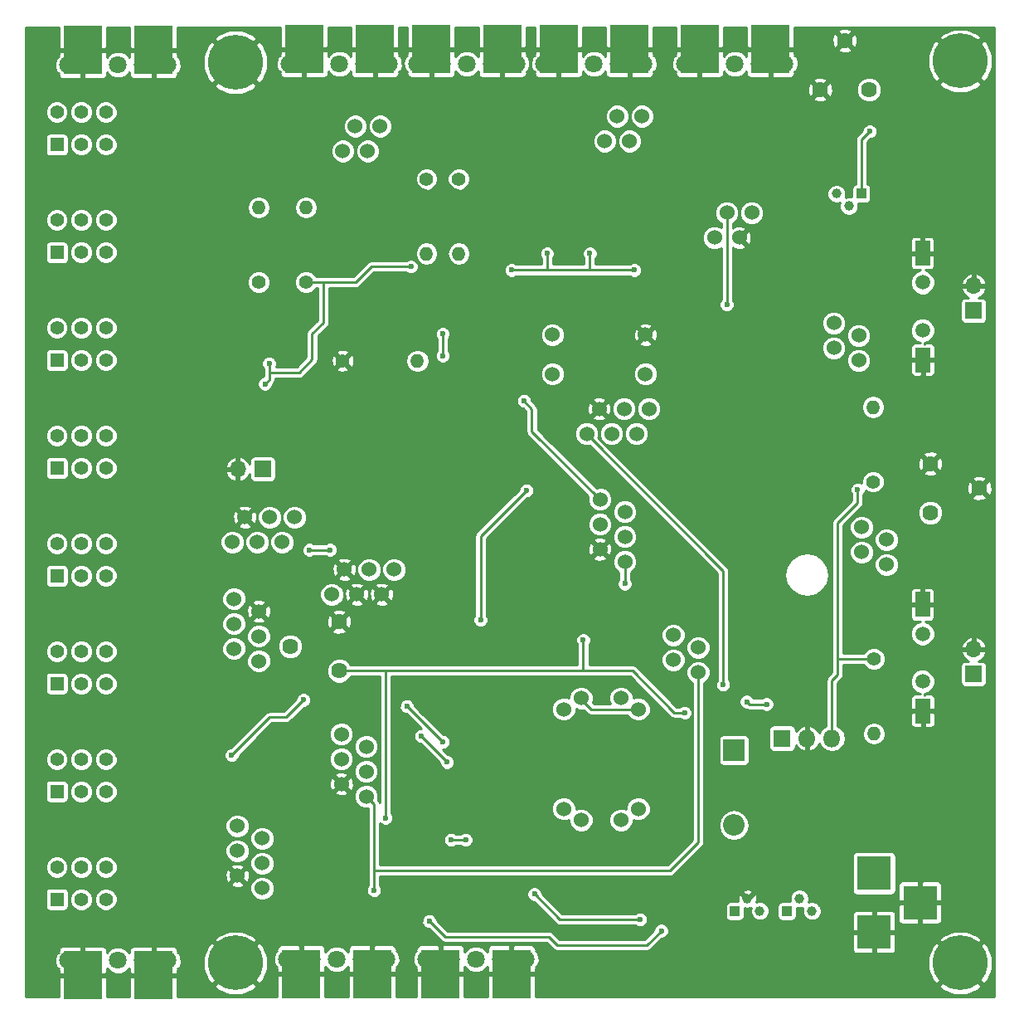
<source format=gbl>
G04 #@! TF.FileFunction,Copper,L2,Bot,Signal*
%FSLAX46Y46*%
G04 Gerber Fmt 4.6, Leading zero omitted, Abs format (unit mm)*
G04 Created by KiCad (PCBNEW 4.0.7-e2-6376~58~ubuntu14.04.1) date Fri May 17 06:13:42 2019*
%MOMM*%
%LPD*%
G01*
G04 APERTURE LIST*
%ADD10C,0.100000*%
%ADD11C,1.524000*%
%ADD12C,1.400000*%
%ADD13O,1.400000X1.400000*%
%ADD14R,3.500000X3.500000*%
%ADD15R,1.800000X1.800000*%
%ADD16O,1.800000X1.800000*%
%ADD17C,1.500000*%
%ADD18R,1.524000X2.500000*%
%ADD19C,1.000000*%
%ADD20R,1.000000X1.000000*%
%ADD21R,1.700000X1.700000*%
%ADD22O,1.700000X1.700000*%
%ADD23C,1.620000*%
%ADD24C,1.800000*%
%ADD25R,3.960000X5.000000*%
%ADD26R,1.400000X1.400000*%
%ADD27C,5.600000*%
%ADD28R,2.200000X2.200000*%
%ADD29O,2.200000X2.200000*%
%ADD30C,0.600000*%
%ADD31C,0.250000*%
%ADD32C,0.290000*%
%ADD33C,0.254000*%
G04 APERTURE END LIST*
D10*
D11*
X131130000Y-100110000D03*
X131130000Y-110270000D03*
X129352000Y-111413000D03*
X129352000Y-98967000D03*
X123510000Y-100110000D03*
X123510000Y-110270000D03*
X125288000Y-111413000D03*
X125288000Y-98967000D03*
D12*
X155100000Y-76900000D03*
D13*
X155100000Y-69280000D03*
D12*
X155194000Y-94996000D03*
D13*
X155194000Y-102616000D03*
D14*
X155194000Y-116840000D03*
X155194000Y-122840000D03*
X159894000Y-119840000D03*
D11*
X156464000Y-85344000D03*
X153924000Y-84074000D03*
X156464000Y-82804000D03*
X153924000Y-81534000D03*
X151100000Y-60700000D03*
X153640000Y-61970000D03*
X151100000Y-63240000D03*
X153640000Y-64510000D03*
D15*
X145808000Y-103062200D03*
D16*
X148348000Y-103062200D03*
X150888000Y-103062200D03*
D17*
X160150000Y-61450000D03*
X160150000Y-56570000D03*
D18*
X160150000Y-53570000D03*
X160180000Y-64450000D03*
D19*
X152630000Y-48770000D03*
X151360000Y-47500000D03*
D20*
X153900000Y-47500000D03*
D21*
X165354000Y-59450000D03*
D22*
X165354000Y-56910000D03*
D23*
X149700000Y-36900000D03*
X152200000Y-31900000D03*
X154700000Y-36900000D03*
D17*
X160150000Y-97282000D03*
X160150000Y-92402000D03*
D18*
X160150000Y-89402000D03*
X160180000Y-100282000D03*
D21*
X165354000Y-96520000D03*
D22*
X165354000Y-93980000D03*
D23*
X160950000Y-75050000D03*
X165950000Y-77550000D03*
X160950000Y-80050000D03*
D11*
X138900000Y-52000000D03*
X140170000Y-49460000D03*
X141440000Y-52000000D03*
X142710000Y-49460000D03*
D24*
X135920000Y-34257000D03*
X146080000Y-34257000D03*
D25*
X144620000Y-32750000D03*
X137380000Y-32750000D03*
D24*
X138460000Y-34257000D03*
X143540000Y-34257000D03*
X141000000Y-34257000D03*
X72920000Y-34357000D03*
X83080000Y-34357000D03*
D25*
X81620000Y-32850000D03*
X74380000Y-32850000D03*
D24*
X75460000Y-34357000D03*
X80540000Y-34357000D03*
X78000000Y-34357000D03*
X83080000Y-125730000D03*
X72920000Y-125730000D03*
D25*
X74380000Y-127237000D03*
X81620000Y-127237000D03*
D24*
X80540000Y-125730000D03*
X75460000Y-125730000D03*
X78000000Y-125730000D03*
D26*
X71750000Y-42500000D03*
D12*
X74250000Y-42500000D03*
X76750000Y-42500000D03*
X71750000Y-39200000D03*
X74250000Y-39200000D03*
X76750000Y-39200000D03*
D26*
X71750000Y-53500000D03*
D12*
X74250000Y-53500000D03*
X76750000Y-53500000D03*
X71750000Y-50200000D03*
X74250000Y-50200000D03*
X76750000Y-50200000D03*
D26*
X71750000Y-64500000D03*
D12*
X74250000Y-64500000D03*
X76750000Y-64500000D03*
X71750000Y-61200000D03*
X74250000Y-61200000D03*
X76750000Y-61200000D03*
D26*
X71750000Y-75500000D03*
D12*
X74250000Y-75500000D03*
X76750000Y-75500000D03*
X71750000Y-72200000D03*
X74250000Y-72200000D03*
X76750000Y-72200000D03*
D26*
X71750000Y-86500000D03*
D12*
X74250000Y-86500000D03*
X76750000Y-86500000D03*
X71750000Y-83200000D03*
X74250000Y-83200000D03*
X76750000Y-83200000D03*
D26*
X71750000Y-97500000D03*
D12*
X74250000Y-97500000D03*
X76750000Y-97500000D03*
X71750000Y-94200000D03*
X74250000Y-94200000D03*
X76750000Y-94200000D03*
D26*
X71750000Y-108500000D03*
D12*
X74250000Y-108500000D03*
X76750000Y-108500000D03*
X71750000Y-105200000D03*
X74250000Y-105200000D03*
X76750000Y-105200000D03*
D26*
X71750000Y-119500000D03*
D12*
X74250000Y-119500000D03*
X76750000Y-119500000D03*
X71750000Y-116200000D03*
X74250000Y-116200000D03*
X76750000Y-116200000D03*
D27*
X90000000Y-34091000D03*
X164000000Y-33964000D03*
X164000000Y-126000000D03*
X90000000Y-126000000D03*
D24*
X119634000Y-125603000D03*
X109474000Y-125603000D03*
D25*
X110934000Y-127110000D03*
X118174000Y-127110000D03*
D24*
X117094000Y-125603000D03*
X112014000Y-125603000D03*
X114554000Y-125603000D03*
X105410000Y-125603000D03*
X95250000Y-125603000D03*
D25*
X96710000Y-127110000D03*
X103950000Y-127110000D03*
D24*
X102870000Y-125603000D03*
X97790000Y-125603000D03*
X100330000Y-125603000D03*
X95520000Y-34257000D03*
X105680000Y-34257000D03*
D25*
X104220000Y-32750000D03*
X96980000Y-32750000D03*
D24*
X98060000Y-34257000D03*
X103140000Y-34257000D03*
X100600000Y-34257000D03*
D11*
X92710000Y-118364000D03*
X90170000Y-117094000D03*
X92710000Y-115824000D03*
X90170000Y-114554000D03*
X92710000Y-113284000D03*
X90170000Y-112014000D03*
X89830000Y-88850000D03*
X92370000Y-90120000D03*
X89830000Y-91390000D03*
X92370000Y-92660000D03*
X89830000Y-93930000D03*
X92370000Y-95200000D03*
X103350000Y-108990000D03*
X100810000Y-107720000D03*
X103350000Y-106450000D03*
X100810000Y-105180000D03*
X103350000Y-103910000D03*
X100810000Y-102640000D03*
D23*
X100584000Y-96186000D03*
X95584000Y-93686000D03*
X100584000Y-91186000D03*
D11*
X89662000Y-83058000D03*
X90932000Y-80518000D03*
X92202000Y-83058000D03*
X93472000Y-80518000D03*
X94742000Y-83058000D03*
X96012000Y-80518000D03*
X106172000Y-85852000D03*
X104902000Y-88392000D03*
X103632000Y-85852000D03*
X102362000Y-88392000D03*
X101092000Y-85852000D03*
X99822000Y-88392000D03*
D19*
X147570000Y-119430000D03*
X148840000Y-120700000D03*
D20*
X146300000Y-120700000D03*
D19*
X142270000Y-119430000D03*
X143540000Y-120700000D03*
D20*
X141000000Y-120700000D03*
D24*
X108520000Y-34257000D03*
X118680000Y-34257000D03*
D25*
X117220000Y-32750000D03*
X109980000Y-32750000D03*
D24*
X111060000Y-34257000D03*
X116140000Y-34257000D03*
X113600000Y-34257000D03*
X121520000Y-34257000D03*
X131680000Y-34257000D03*
D25*
X130220000Y-32750000D03*
X122980000Y-32750000D03*
D24*
X124060000Y-34257000D03*
X129140000Y-34257000D03*
X126600000Y-34257000D03*
D12*
X97200000Y-56550000D03*
D13*
X97200000Y-48930000D03*
D12*
X92350000Y-56550000D03*
D13*
X92350000Y-48930000D03*
D12*
X100950000Y-64550000D03*
D13*
X108570000Y-64550000D03*
D12*
X112800000Y-46000000D03*
D13*
X112800000Y-53620000D03*
D12*
X109500000Y-46000000D03*
D13*
X109500000Y-53620000D03*
D11*
X100950000Y-43150000D03*
X102220000Y-40610000D03*
X103490000Y-43150000D03*
X104760000Y-40610000D03*
X131500000Y-39600000D03*
X130230000Y-42140000D03*
X128960000Y-39600000D03*
X127690000Y-42140000D03*
X134700000Y-92540000D03*
X137240000Y-93810000D03*
X134700000Y-95080000D03*
X137240000Y-96350000D03*
D21*
X92767720Y-75600000D03*
D22*
X90227720Y-75600000D03*
D28*
X140900000Y-104300000D03*
D29*
X140900000Y-111920000D03*
D11*
X129750000Y-85050000D03*
X127210000Y-83780000D03*
X129750000Y-82510000D03*
X127210000Y-81240000D03*
X129750000Y-79970000D03*
X127210000Y-78700000D03*
X125850000Y-72000000D03*
X127120000Y-69460000D03*
X128390000Y-72000000D03*
X129660000Y-69460000D03*
X130930000Y-72000000D03*
X132200000Y-69460000D03*
X131850000Y-61900000D03*
X131850000Y-65900000D03*
X122350000Y-61900000D03*
X122350000Y-65900000D03*
D30*
X92425000Y-103600000D03*
X115950000Y-79050000D03*
X119475000Y-75575000D03*
X113275000Y-79050000D03*
X118750000Y-81200000D03*
X115550000Y-72850000D03*
X124500000Y-77925000D03*
X124150000Y-81675000D03*
X76800000Y-37225000D03*
X72825000Y-37225000D03*
X72850000Y-40825000D03*
X75650000Y-40825000D03*
X79275000Y-40825000D03*
X75450000Y-46350000D03*
X82125000Y-46350000D03*
X78300000Y-46350000D03*
X69925000Y-46350000D03*
X70025000Y-79375000D03*
X70050000Y-68375000D03*
X70025000Y-90275000D03*
X75325000Y-57350000D03*
X82175000Y-57350000D03*
X85950000Y-57350000D03*
X78325000Y-57350000D03*
X69875000Y-57350000D03*
X82500000Y-40975000D03*
X85950000Y-41025000D03*
X72950000Y-51850000D03*
X75775000Y-51900000D03*
X79200000Y-51900000D03*
X85950000Y-52025000D03*
X82500000Y-52000000D03*
X82500000Y-63000000D03*
X85950000Y-63000000D03*
X73050000Y-62875000D03*
X75600000Y-62875000D03*
X79325000Y-63000000D03*
X78300000Y-68325000D03*
X85950000Y-68325000D03*
X82125000Y-68325000D03*
X75425000Y-68325000D03*
X85950000Y-74000000D03*
X82500000Y-74000000D03*
X73175000Y-73900000D03*
X75575000Y-73900000D03*
X79250000Y-74000000D03*
X78325000Y-79350000D03*
X82150000Y-79350000D03*
X75475000Y-79350000D03*
X85950000Y-79350000D03*
X79175000Y-84975000D03*
X85950000Y-84975000D03*
X82525000Y-84975000D03*
X73000000Y-84825000D03*
X75575000Y-84850000D03*
X70025000Y-95775000D03*
X75600000Y-95975000D03*
X79250000Y-95975000D03*
X82500000Y-95975000D03*
X73050000Y-95775000D03*
X86025000Y-95975000D03*
X70025000Y-101325000D03*
X82150000Y-90325000D03*
X78275000Y-90325000D03*
X85950000Y-90325000D03*
X75575000Y-90325000D03*
X89712100Y-98299700D03*
X79025000Y-107025000D03*
X85950000Y-101350000D03*
X82125000Y-101325000D03*
X75850000Y-101325000D03*
X78950000Y-117975000D03*
X82475000Y-107000000D03*
X82075000Y-112400000D03*
X87400000Y-112400000D03*
X69675000Y-112400000D03*
X69675000Y-117800000D03*
X72000000Y-112400000D03*
X69650000Y-122750000D03*
X75500000Y-106875000D03*
X76075000Y-112400000D03*
X73125000Y-106875000D03*
X75475000Y-117775000D03*
X75973240Y-121700720D03*
X73125000Y-117775000D03*
X85950000Y-117975000D03*
X82500000Y-117975000D03*
X89650000Y-120375000D03*
X103825000Y-72025000D03*
X105975000Y-78350000D03*
X89725000Y-58950000D03*
X89700000Y-62675000D03*
X90000000Y-66575000D03*
X97025000Y-72375000D03*
X93700000Y-77950000D03*
X85950000Y-107025000D03*
X96180000Y-113120000D03*
X94250000Y-109325000D03*
X95050000Y-117775000D03*
X94750000Y-102675000D03*
X97900000Y-102250000D03*
X93325000Y-98075000D03*
X108525000Y-108275000D03*
X108550000Y-105425000D03*
X106550000Y-103050000D03*
X103375000Y-99400000D03*
X98725000Y-99050000D03*
X96250000Y-96075000D03*
X97400000Y-81825000D03*
X100175000Y-80050000D03*
X98700000Y-120300000D03*
X95875000Y-88750000D03*
X97325000Y-85800000D03*
X89800000Y-85075000D03*
X103325000Y-94350000D03*
X107225000Y-94275000D03*
X112400000Y-87750000D03*
X117750000Y-92175000D03*
X123725000Y-92900000D03*
X112400000Y-90675000D03*
X108775000Y-85725000D03*
X92275000Y-52600000D03*
X101175000Y-57850000D03*
X93300000Y-58500000D03*
X97525000Y-58700000D03*
X114075000Y-37700000D03*
X127300000Y-40125000D03*
X119700000Y-37700000D03*
X157100000Y-33425000D03*
X165375000Y-44850000D03*
X165850000Y-40900000D03*
X112275000Y-83825000D03*
X109725000Y-75650000D03*
X121850000Y-83375000D03*
X117450000Y-83375000D03*
X112350000Y-97500000D03*
X112350000Y-100200000D03*
X127072960Y-115061160D03*
X127725000Y-118025000D03*
X132275000Y-119300000D03*
X135725000Y-101900000D03*
X133275000Y-103825000D03*
X132675000Y-109000000D03*
X116100000Y-115225000D03*
X117450000Y-121950000D03*
X117450000Y-118725000D03*
X126750000Y-126850000D03*
X126750000Y-122975000D03*
X135000000Y-128475000D03*
X139325000Y-128075000D03*
X133200000Y-124600000D03*
X136225000Y-123450000D03*
X139575000Y-123625000D03*
X95300000Y-107350000D03*
X97670000Y-107850000D03*
X119757760Y-114598880D03*
X119750000Y-110875000D03*
X113575000Y-106300000D03*
X116650000Y-107850000D03*
X119675000Y-100000000D03*
X122625000Y-101700000D03*
X115275000Y-99350000D03*
X121200000Y-107850000D03*
X117175000Y-104375000D03*
X112800000Y-103050000D03*
X132900000Y-96450000D03*
X130900000Y-98050000D03*
X127125000Y-97275000D03*
X127050000Y-91575000D03*
X121650000Y-89300000D03*
X121850000Y-86225000D03*
X125550000Y-87950000D03*
X129325000Y-89700000D03*
X165562500Y-74687500D03*
X163325000Y-118575000D03*
X165425000Y-121575000D03*
X139575000Y-119300000D03*
X139325000Y-114950000D03*
X147450000Y-128150000D03*
X149725000Y-123075000D03*
X144950000Y-123100000D03*
X156050000Y-110525000D03*
X140700000Y-98775000D03*
X141000000Y-89725000D03*
X141000000Y-92325000D03*
X141000000Y-95625000D03*
X141750000Y-101775000D03*
X138550000Y-101800000D03*
X138525000Y-105025000D03*
X140875000Y-108975000D03*
X147650000Y-112950000D03*
X149525000Y-110200000D03*
X144800000Y-106750000D03*
X147025000Y-105650000D03*
X155200000Y-119750000D03*
X160000000Y-115275000D03*
X156475000Y-113775000D03*
X159325000Y-109025000D03*
X159325000Y-105075000D03*
X163425000Y-107525000D03*
X148350000Y-97500000D03*
X148350000Y-100600000D03*
X154100000Y-106175000D03*
X158775000Y-102175000D03*
X157650000Y-94900000D03*
X155175000Y-97800000D03*
X154000000Y-91575000D03*
X163675000Y-85525000D03*
X139575000Y-84025000D03*
X132000000Y-84675000D03*
X133075000Y-81450000D03*
X135650000Y-84025000D03*
X101175000Y-54500000D03*
X101175000Y-60875000D03*
X98950000Y-53375000D03*
X135825000Y-77675000D03*
X139225000Y-81275000D03*
X135825000Y-80300000D03*
X131550000Y-79400000D03*
X145275000Y-79900000D03*
X148625000Y-77275000D03*
X151150000Y-72600000D03*
X145275000Y-77275000D03*
X145275000Y-82700000D03*
X141850000Y-84325000D03*
X141850000Y-77975000D03*
X141850000Y-75225000D03*
X141850000Y-81275000D03*
X141850000Y-87050000D03*
X144675000Y-75225000D03*
X139350000Y-75225000D03*
X144675000Y-73050000D03*
X143425000Y-67850000D03*
X139850000Y-67850000D03*
X145125000Y-69475000D03*
X141850000Y-73050000D03*
X160125000Y-94900000D03*
X166975000Y-84150000D03*
X165675000Y-88950000D03*
X158750000Y-86975000D03*
X154450000Y-86075000D03*
X129725000Y-65875000D03*
X148250000Y-69375000D03*
X153000000Y-66325000D03*
X143450000Y-65450000D03*
X139850000Y-65450000D03*
X140375000Y-62650000D03*
X132422200Y-91662680D03*
X134230680Y-89518920D03*
X134240840Y-87324360D03*
X138700000Y-90550000D03*
X138350000Y-87750000D03*
X162275000Y-100650000D03*
X165300000Y-81700000D03*
X154600000Y-78600000D03*
X157650000Y-81425000D03*
X156450000Y-79000000D03*
X155100000Y-74900000D03*
X163450000Y-77525000D03*
X160900000Y-77525000D03*
X166900000Y-71125000D03*
X166025000Y-65825000D03*
X156350000Y-67800000D03*
X159850000Y-71350000D03*
X159850000Y-68700000D03*
X149025000Y-65675000D03*
X145950000Y-63825000D03*
X143500000Y-61375000D03*
X152625000Y-41350000D03*
X152625000Y-39050000D03*
X152625000Y-43575000D03*
X152225000Y-34450000D03*
X97075000Y-37850000D03*
X93675000Y-37850000D03*
X100225000Y-41100000D03*
X97075000Y-41075000D03*
X93625000Y-41075000D03*
X85945280Y-46344000D03*
X89577480Y-46354160D03*
X93625000Y-46350000D03*
X90375000Y-41075000D03*
X102000000Y-51900000D03*
X105700000Y-51900000D03*
X102000000Y-47950000D03*
X107075000Y-38700000D03*
X107075000Y-45950000D03*
X109500000Y-49850000D03*
X112800000Y-49875000D03*
X114900000Y-47600000D03*
X107075000Y-41975000D03*
X108550000Y-72850000D03*
X106575000Y-72400000D03*
X101000000Y-72025000D03*
X105700000Y-64600000D03*
X125675000Y-61850000D03*
X125675000Y-65950000D03*
X111100000Y-72850000D03*
X111100000Y-70375000D03*
X111100000Y-67100000D03*
X113250000Y-64375000D03*
X114800000Y-67200000D03*
X118225000Y-67175000D03*
X121450000Y-67875000D03*
X116750000Y-39325000D03*
X113225000Y-61525000D03*
X118225000Y-63950000D03*
X115700000Y-61825000D03*
X127375000Y-63950000D03*
X124175000Y-63950000D03*
X119975000Y-61750000D03*
X134475000Y-61475000D03*
X136575000Y-53000000D03*
X137675000Y-58550000D03*
X136575000Y-49900000D03*
X134925000Y-65250000D03*
X137575000Y-62650000D03*
X134675000Y-37425000D03*
X125375000Y-42050000D03*
X131075000Y-37425000D03*
X139375000Y-37425000D03*
X162950000Y-38850000D03*
X144425000Y-58825000D03*
X147175000Y-58825000D03*
X142025000Y-55025000D03*
X142000000Y-58825000D03*
X165350000Y-53800000D03*
X162675000Y-59000000D03*
X160075000Y-59000000D03*
X162675000Y-55150000D03*
X147575000Y-54650000D03*
X157500000Y-60575000D03*
X156675000Y-57250000D03*
X151131840Y-52325000D03*
X151450000Y-49725000D03*
X159900000Y-51125000D03*
X162375000Y-51125000D03*
X157125000Y-51500000D03*
X159525000Y-46350000D03*
X162050000Y-46350000D03*
X152625000Y-46775000D03*
X131300000Y-54125000D03*
X132975000Y-55425000D03*
X134675000Y-55425000D03*
X142050000Y-46175000D03*
X139900000Y-45875000D03*
X148850000Y-39500000D03*
X148900000Y-46750000D03*
X148900000Y-43200000D03*
X146200000Y-36925000D03*
X141000000Y-43250000D03*
X146200000Y-44675000D03*
X146200000Y-41550000D03*
X135800000Y-44350000D03*
X135800000Y-41625000D03*
X125175000Y-46375000D03*
X126200000Y-50050000D03*
X126200000Y-52200000D03*
X130700000Y-52225000D03*
X130700000Y-50050000D03*
X117275000Y-52175000D03*
X119200000Y-48050000D03*
X121575000Y-50050000D03*
X121075000Y-45575000D03*
X121575000Y-52175000D03*
X114575000Y-43175000D03*
X114400000Y-40950000D03*
X121075000Y-43025000D03*
X118275000Y-43050000D03*
X116675000Y-45300000D03*
X80697640Y-123560000D03*
X105940160Y-121197800D03*
X111086200Y-120552640D03*
X111177640Y-117418280D03*
X122282520Y-125942520D03*
X124939360Y-125942520D03*
X122282520Y-128269160D03*
X127352360Y-111098760D03*
X123994480Y-104372840D03*
X129770440Y-105612360D03*
X128185480Y-107563080D03*
X126097600Y-109407120D03*
X124131640Y-107852640D03*
X127072960Y-103280640D03*
X149125000Y-56925000D03*
X151131840Y-56300800D03*
X132452680Y-112958040D03*
X109501240Y-60684840D03*
X132870000Y-94150000D03*
X91850000Y-111250000D03*
X89560000Y-108500000D03*
X115720000Y-111430000D03*
X101650000Y-109890000D03*
X133900000Y-70750000D03*
X124050000Y-70750000D03*
X156300000Y-71350000D03*
X152800000Y-59400000D03*
X113499200Y-113412700D03*
X112000600Y-113412700D03*
X135851200Y-100451080D03*
X105295000Y-111190200D03*
X125500000Y-93050000D03*
X115010500Y-90971800D03*
X119722200Y-77763800D03*
X154750000Y-41150000D03*
X153520000Y-77700000D03*
X96938400Y-99150600D03*
X89597800Y-104802100D03*
X140169200Y-58830640D03*
X109775560Y-121721040D03*
X133473760Y-122711640D03*
X108952600Y-102848840D03*
X131324920Y-121553400D03*
X120519760Y-118972760D03*
X111606900Y-105500600D03*
X129750120Y-87298960D03*
X104120000Y-118570000D03*
X139798360Y-97596120D03*
X107489560Y-99790680D03*
X111149700Y-103443200D03*
X97550000Y-83850000D03*
X99650000Y-83850000D03*
X142196120Y-99333480D03*
X144233200Y-99587480D03*
X111147160Y-64027480D03*
X111147160Y-61812600D03*
X93001400Y-66905300D03*
X93433200Y-64847900D03*
X107900000Y-54950000D03*
X118200000Y-55300000D03*
X126175000Y-53600000D03*
X121800000Y-53600000D03*
X130700000Y-55300000D03*
X119450000Y-68650000D03*
D31*
X94500000Y-102500000D02*
X93525000Y-102500000D01*
X93525000Y-102500000D02*
X92425000Y-103600000D01*
X113275000Y-79050000D02*
X115950000Y-79050000D01*
X119425000Y-75575000D02*
X115950000Y-79050000D01*
X119425000Y-75575000D02*
X119475000Y-75575000D01*
X122025000Y-77925000D02*
X118750000Y-81200000D01*
X119475000Y-75575000D02*
X122150000Y-75575000D01*
X116750000Y-72850000D02*
X119475000Y-75575000D01*
X111100000Y-72850000D02*
X115550000Y-72850000D01*
X115550000Y-72850000D02*
X116750000Y-72850000D01*
X122150000Y-75575000D02*
X124500000Y-77925000D01*
X124500000Y-77925000D02*
X122025000Y-77925000D01*
X72825000Y-37225000D02*
X76800000Y-37225000D01*
X82500000Y-40975000D02*
X79425000Y-40975000D01*
X75650000Y-40825000D02*
X72850000Y-40825000D01*
X79425000Y-40975000D02*
X79275000Y-40825000D01*
X69925000Y-46350000D02*
X75450000Y-46350000D01*
X78300000Y-46350000D02*
X82125000Y-46350000D01*
X75325000Y-57350000D02*
X69875000Y-57350000D01*
X70025000Y-95775000D02*
X70025000Y-90275000D01*
X70025000Y-90275000D02*
X70025000Y-79375000D01*
X82175000Y-57350000D02*
X85950000Y-57350000D01*
X75325000Y-57350000D02*
X78325000Y-57350000D01*
X85950000Y-41025000D02*
X82550000Y-41025000D01*
X82550000Y-41025000D02*
X82500000Y-40975000D01*
X85950000Y-41025000D02*
X85975000Y-41025000D01*
X82500000Y-52000000D02*
X79300000Y-52000000D01*
X75725000Y-51850000D02*
X72950000Y-51850000D01*
X75775000Y-51900000D02*
X75725000Y-51850000D01*
X79300000Y-52000000D02*
X79200000Y-51900000D01*
X85950000Y-52025000D02*
X82525000Y-52025000D01*
X82525000Y-52025000D02*
X82500000Y-52000000D01*
X82500000Y-63000000D02*
X79325000Y-63000000D01*
X82500000Y-63000000D02*
X85950000Y-63000000D01*
X75600000Y-62875000D02*
X73050000Y-62875000D01*
X75425000Y-68325000D02*
X78300000Y-68325000D01*
X82125000Y-68325000D02*
X85950000Y-68325000D01*
X82500000Y-74000000D02*
X79250000Y-74000000D01*
X85950000Y-74000000D02*
X82500000Y-74000000D01*
X75575000Y-73900000D02*
X73175000Y-73900000D01*
X78325000Y-79350000D02*
X75475000Y-79350000D01*
X85950000Y-79350000D02*
X82150000Y-79350000D01*
X85950000Y-79350000D02*
X85925000Y-79350000D01*
X82525000Y-84975000D02*
X85950000Y-84975000D01*
X79175000Y-84975000D02*
X82525000Y-84975000D01*
X75550000Y-84825000D02*
X73000000Y-84825000D01*
X75575000Y-84850000D02*
X75550000Y-84825000D01*
X82500000Y-95975000D02*
X86025000Y-95975000D01*
X75600000Y-95975000D02*
X79250000Y-95975000D01*
X70025000Y-95775000D02*
X73050000Y-95775000D01*
X82150000Y-90325000D02*
X78275000Y-90325000D01*
X86025000Y-90400000D02*
X86025000Y-95975000D01*
X86025000Y-90400000D02*
X85950000Y-90325000D01*
X89712100Y-98299700D02*
X88349700Y-98299700D01*
X88349700Y-98299700D02*
X86025000Y-95975000D01*
X75500000Y-106875000D02*
X78875000Y-106875000D01*
X78875000Y-106875000D02*
X79025000Y-107025000D01*
X85950000Y-101350000D02*
X85925000Y-101325000D01*
X85925000Y-101325000D02*
X82125000Y-101325000D01*
X85950000Y-107025000D02*
X85225000Y-107025000D01*
X85200000Y-107000000D02*
X82475000Y-107000000D01*
X85225000Y-107025000D02*
X85200000Y-107000000D01*
X82075000Y-112400000D02*
X76075000Y-112400000D01*
X69675000Y-112400000D02*
X69675000Y-117800000D01*
X76075000Y-112400000D02*
X72000000Y-112400000D01*
X73125000Y-106875000D02*
X75500000Y-106875000D01*
X75475000Y-117775000D02*
X75475000Y-113000000D01*
X75475000Y-113000000D02*
X76075000Y-112400000D01*
X75973240Y-120973240D02*
X75475000Y-120475000D01*
X75475000Y-120475000D02*
X75475000Y-117775000D01*
X75973240Y-121700720D02*
X75973240Y-120973240D01*
X103825000Y-72025000D02*
X103825000Y-76200000D01*
X103825000Y-76200000D02*
X105975000Y-78350000D01*
X89725000Y-66300000D02*
X89700000Y-62675000D01*
X90000000Y-66575000D02*
X89725000Y-66300000D01*
X97025000Y-72375000D02*
X97025000Y-74625000D01*
X97025000Y-74625000D02*
X93700000Y-77950000D01*
X85950000Y-107025000D02*
X85950000Y-106975000D01*
X96180000Y-113120000D02*
X96180000Y-111255000D01*
X96180000Y-111255000D02*
X94250000Y-109325000D01*
X98725000Y-99050000D02*
X98725000Y-101425000D01*
X98725000Y-101425000D02*
X97900000Y-102250000D01*
X96250000Y-96075000D02*
X95325000Y-96075000D01*
X95325000Y-96075000D02*
X93325000Y-98075000D01*
X103325000Y-94350000D02*
X97975000Y-94350000D01*
X108550000Y-104400000D02*
X108550000Y-105425000D01*
X107350000Y-103200000D02*
X108550000Y-104400000D01*
X106700000Y-103200000D02*
X107350000Y-103200000D01*
X106550000Y-103050000D02*
X106700000Y-103200000D01*
X99075000Y-99400000D02*
X103375000Y-99400000D01*
X98725000Y-99050000D02*
X99075000Y-99400000D01*
X97975000Y-94350000D02*
X96250000Y-96075000D01*
X97325000Y-85300000D02*
X96275000Y-84250000D01*
X96275000Y-84250000D02*
X96275000Y-82950000D01*
X96275000Y-82950000D02*
X97400000Y-81825000D01*
X97325000Y-85800000D02*
X97325000Y-85300000D01*
X99525000Y-119475000D02*
X99525000Y-118725000D01*
X98700000Y-120300000D02*
X99525000Y-119475000D01*
X100584000Y-91186000D02*
X100561000Y-91186000D01*
X100561000Y-91186000D02*
X98750000Y-89375000D01*
X98750000Y-89375000D02*
X96500000Y-89375000D01*
X96500000Y-89375000D02*
X95875000Y-88750000D01*
X97325000Y-85800000D02*
X96800000Y-86325000D01*
X96800000Y-86325000D02*
X92900000Y-86325000D01*
X92900000Y-86325000D02*
X91650000Y-85075000D01*
X91650000Y-85075000D02*
X89800000Y-85075000D01*
X112400000Y-90675000D02*
X110825000Y-90675000D01*
X103400000Y-94275000D02*
X103400000Y-94225000D01*
X103325000Y-94350000D02*
X103400000Y-94275000D01*
X110825000Y-90675000D02*
X107225000Y-94275000D01*
X112400000Y-87750000D02*
X110800000Y-87750000D01*
X117750000Y-92175000D02*
X113900000Y-92175000D01*
X121650000Y-89300000D02*
X121650000Y-90825000D01*
X121650000Y-90825000D02*
X123725000Y-92900000D01*
X113900000Y-92175000D02*
X112400000Y-90675000D01*
X110800000Y-87750000D02*
X108775000Y-85725000D01*
X97325000Y-58500000D02*
X93300000Y-58500000D01*
X97525000Y-58700000D02*
X97325000Y-58500000D01*
X114937500Y-39712500D02*
X114937500Y-38562500D01*
X114937500Y-38562500D02*
X114075000Y-37700000D01*
X127300000Y-40125000D02*
X125750000Y-40125000D01*
X123325000Y-37700000D02*
X119700000Y-37700000D01*
X125750000Y-40125000D02*
X123325000Y-37700000D01*
X165375000Y-44850000D02*
X165375000Y-41375000D01*
X162975000Y-46350000D02*
X164475000Y-44850000D01*
X164475000Y-44850000D02*
X165375000Y-44850000D01*
X162050000Y-46350000D02*
X162975000Y-46350000D01*
X165375000Y-41375000D02*
X165850000Y-40900000D01*
X111100000Y-72850000D02*
X111100000Y-74275000D01*
X111100000Y-74275000D02*
X109725000Y-75650000D01*
X121850000Y-83375000D02*
X121850000Y-86225000D01*
X112350000Y-100200000D02*
X112350000Y-97500000D01*
X139575000Y-119300000D02*
X132275000Y-119300000D01*
X132675000Y-105725000D02*
X132675000Y-104425000D01*
X132675000Y-104425000D02*
X133275000Y-103825000D01*
X129770440Y-105612360D02*
X132562360Y-105612360D01*
X132675000Y-105725000D02*
X132675000Y-109000000D01*
X132562360Y-105612360D02*
X132675000Y-105725000D01*
X117450000Y-121950000D02*
X117450000Y-118725000D01*
X139575000Y-123625000D02*
X139575000Y-127825000D01*
X139575000Y-127825000D02*
X139325000Y-128075000D01*
X139575000Y-119300000D02*
X139575000Y-123625000D01*
X134625000Y-124600000D02*
X133200000Y-124600000D01*
X136225000Y-123450000D02*
X134625000Y-124600000D01*
X119757760Y-114598880D02*
X119757760Y-110882760D01*
X119757760Y-110882760D02*
X119750000Y-110875000D01*
X121200000Y-107850000D02*
X116650000Y-107850000D01*
X119675000Y-100000000D02*
X115925000Y-100000000D01*
X121375000Y-101700000D02*
X119675000Y-100000000D01*
X122625000Y-101700000D02*
X121375000Y-101700000D01*
X115925000Y-100000000D02*
X115275000Y-99350000D01*
X117175000Y-104375000D02*
X114125000Y-104375000D01*
X121202640Y-107852640D02*
X121200000Y-107850000D01*
X124131640Y-107852640D02*
X121202640Y-107852640D01*
X114125000Y-104375000D02*
X112800000Y-103050000D01*
X130900000Y-98050000D02*
X130875000Y-98050000D01*
X132870000Y-96420000D02*
X132900000Y-96450000D01*
X132870000Y-94150000D02*
X132870000Y-96420000D01*
X130100000Y-97275000D02*
X127125000Y-97275000D01*
X130875000Y-98050000D02*
X130100000Y-97275000D01*
X121650000Y-86425000D02*
X121650000Y-89300000D01*
X121850000Y-86225000D02*
X121650000Y-86425000D01*
X126975000Y-89375000D02*
X125550000Y-87950000D01*
X129000000Y-89375000D02*
X126975000Y-89375000D01*
X129325000Y-89700000D02*
X129000000Y-89375000D01*
X139575000Y-119300000D02*
X139575000Y-115200000D01*
X139575000Y-115200000D02*
X139325000Y-114950000D01*
X147450000Y-123075000D02*
X147450000Y-128150000D01*
X144975000Y-123075000D02*
X147450000Y-123075000D01*
X147450000Y-123075000D02*
X149725000Y-123075000D01*
X144950000Y-123100000D02*
X144975000Y-123075000D01*
X159325000Y-109025000D02*
X157550000Y-109025000D01*
X157550000Y-109025000D02*
X156050000Y-110525000D01*
X140700000Y-101775000D02*
X140700000Y-98775000D01*
X141000000Y-95625000D02*
X141000000Y-92325000D01*
X140875000Y-108975000D02*
X140875000Y-108325000D01*
X138575000Y-101775000D02*
X140700000Y-101775000D01*
X140700000Y-101775000D02*
X141750000Y-101775000D01*
X138550000Y-101800000D02*
X138575000Y-101775000D01*
X138700000Y-105200000D02*
X138525000Y-105025000D01*
X138700000Y-106150000D02*
X138700000Y-105200000D01*
X140875000Y-108325000D02*
X138700000Y-106150000D01*
X147650000Y-112950000D02*
X147650000Y-112075000D01*
X140875000Y-108975000D02*
X141350000Y-108500000D01*
X141350000Y-108500000D02*
X143200000Y-108500000D01*
X143200000Y-108500000D02*
X147650000Y-112950000D01*
X147650000Y-112075000D02*
X149525000Y-110200000D01*
X145925000Y-106750000D02*
X144800000Y-106750000D01*
X147025000Y-105650000D02*
X145925000Y-106750000D01*
X155194000Y-122840000D02*
X155194000Y-119756000D01*
X155194000Y-119756000D02*
X155200000Y-119750000D01*
X159325000Y-109025000D02*
X161925000Y-109025000D01*
X161925000Y-109025000D02*
X163425000Y-107525000D01*
X148350000Y-100600000D02*
X148350000Y-97500000D01*
X159325000Y-105075000D02*
X155200000Y-105075000D01*
X155200000Y-105075000D02*
X154100000Y-106175000D01*
X158775000Y-104525000D02*
X159325000Y-105075000D01*
X158793000Y-100282000D02*
X160180000Y-100282000D01*
X158675000Y-102075000D02*
X158775000Y-102175000D01*
X158675000Y-100400000D02*
X158675000Y-102075000D01*
X158793000Y-100282000D02*
X158675000Y-100400000D01*
X158775000Y-102175000D02*
X158775000Y-104525000D01*
X160150000Y-89402000D02*
X160150000Y-86875000D01*
X161500000Y-85525000D02*
X163675000Y-85525000D01*
X160150000Y-86875000D02*
X161500000Y-85525000D01*
X135650000Y-84025000D02*
X133075000Y-81450000D01*
X101175000Y-54500000D02*
X100075000Y-54500000D01*
X100950000Y-64550000D02*
X99825000Y-63425000D01*
X99825000Y-62225000D02*
X101175000Y-60875000D01*
X99825000Y-63425000D02*
X99825000Y-62225000D01*
X100075000Y-54500000D02*
X98950000Y-53375000D01*
X139225000Y-81275000D02*
X136800000Y-81275000D01*
X136800000Y-81275000D02*
X135825000Y-80300000D01*
X135825000Y-77675000D02*
X135825000Y-80300000D01*
X145275000Y-82700000D02*
X145275000Y-79900000D01*
X145275000Y-77275000D02*
X148625000Y-77275000D01*
X150075000Y-72600000D02*
X148625000Y-74050000D01*
X148625000Y-74050000D02*
X148625000Y-77275000D01*
X151150000Y-72600000D02*
X150075000Y-72600000D01*
X141850000Y-87050000D02*
X141850000Y-84325000D01*
X141850000Y-81275000D02*
X141850000Y-77975000D01*
X139350000Y-75225000D02*
X141850000Y-75225000D01*
X141850000Y-75225000D02*
X144675000Y-75225000D01*
X141850000Y-73050000D02*
X144675000Y-73050000D01*
X143425000Y-67850000D02*
X143500000Y-67850000D01*
X143500000Y-67850000D02*
X145125000Y-69475000D01*
X166975000Y-84150000D02*
X166975000Y-87650000D01*
X166975000Y-87650000D02*
X165675000Y-88950000D01*
X160150000Y-87000000D02*
X160125000Y-86975000D01*
X160125000Y-86975000D02*
X158750000Y-86975000D01*
X160150000Y-89402000D02*
X160150000Y-87000000D01*
X127375000Y-63950000D02*
X127800000Y-63950000D01*
X127800000Y-63950000D02*
X129725000Y-65875000D01*
X139850000Y-65450000D02*
X141475000Y-65450000D01*
X141475000Y-65450000D02*
X143450000Y-65450000D01*
X134240840Y-87324360D02*
X137924360Y-87324360D01*
X132870000Y-92110480D02*
X132422200Y-91662680D01*
X134230680Y-89518920D02*
X134240840Y-89508760D01*
X134240840Y-89508760D02*
X134240840Y-87324360D01*
X132870000Y-94150000D02*
X132870000Y-92110480D01*
X137924360Y-87324360D02*
X138350000Y-87750000D01*
X160180000Y-100282000D02*
X161907000Y-100282000D01*
X161907000Y-100282000D02*
X162275000Y-100650000D01*
X157650000Y-80200000D02*
X157650000Y-81425000D01*
X156450000Y-79000000D02*
X157650000Y-80200000D01*
X163450000Y-77525000D02*
X160900000Y-77525000D01*
X166900000Y-71125000D02*
X166900000Y-73350000D01*
X166900000Y-73350000D02*
X165562500Y-74687500D01*
X165562500Y-74687500D02*
X163450000Y-76800000D01*
X163450000Y-76800000D02*
X163450000Y-77525000D01*
X160180000Y-64450000D02*
X164650000Y-64450000D01*
X163450000Y-74575000D02*
X163450000Y-77525000D01*
X166900000Y-71125000D02*
X163450000Y-74575000D01*
X164650000Y-64450000D02*
X166025000Y-65825000D01*
X160180000Y-64450000D02*
X157975000Y-64450000D01*
X156350000Y-66075000D02*
X156350000Y-67800000D01*
X157975000Y-64450000D02*
X156350000Y-66075000D01*
X143400000Y-58825000D02*
X143400000Y-61275000D01*
X147800000Y-65675000D02*
X149025000Y-65675000D01*
X145950000Y-63825000D02*
X147800000Y-65675000D01*
X143400000Y-61275000D02*
X143500000Y-61375000D01*
X152625000Y-39050000D02*
X152625000Y-34850000D01*
X151075000Y-45225000D02*
X151075000Y-45125000D01*
X151075000Y-45125000D02*
X152625000Y-43575000D01*
X152625000Y-43575000D02*
X152625000Y-41350000D01*
X152625000Y-34850000D02*
X152225000Y-34450000D01*
X97075000Y-37850000D02*
X97075000Y-41075000D01*
X97100000Y-41100000D02*
X100225000Y-41100000D01*
X97075000Y-41075000D02*
X97100000Y-41100000D01*
X90375000Y-41075000D02*
X93625000Y-41075000D01*
X89577480Y-46354160D02*
X93620840Y-46354160D01*
X85945280Y-46344000D02*
X85955440Y-46354160D01*
X85955440Y-46354160D02*
X89577480Y-46354160D01*
X93620840Y-46354160D02*
X93625000Y-46350000D01*
X107750000Y-49850000D02*
X109500000Y-49850000D01*
X107750000Y-49850000D02*
X105700000Y-51900000D01*
X102000000Y-51900000D02*
X105700000Y-51900000D01*
X107075000Y-45950000D02*
X107075000Y-41975000D01*
X116675000Y-45300000D02*
X116675000Y-45825000D01*
X112775000Y-49850000D02*
X109500000Y-49850000D01*
X112800000Y-49875000D02*
X112775000Y-49850000D01*
X116675000Y-45825000D02*
X114900000Y-47600000D01*
X101000000Y-72025000D02*
X103825000Y-72025000D01*
X104200000Y-72400000D02*
X103825000Y-72025000D01*
X108550000Y-72850000D02*
X107025000Y-72850000D01*
X108550000Y-72850000D02*
X111100000Y-72850000D01*
X107025000Y-72850000D02*
X106575000Y-72400000D01*
X106575000Y-72400000D02*
X104200000Y-72400000D01*
X111100000Y-68225000D02*
X109325000Y-68225000D01*
X109325000Y-68225000D02*
X105700000Y-64600000D01*
X125675000Y-61850000D02*
X125675000Y-65950000D01*
X111100000Y-67100000D02*
X111100000Y-68225000D01*
X111100000Y-68225000D02*
X111100000Y-70375000D01*
X113250000Y-65650000D02*
X113250000Y-64375000D01*
X114800000Y-67200000D02*
X113250000Y-65650000D01*
X120750000Y-67175000D02*
X118225000Y-67175000D01*
X121450000Y-67875000D02*
X120750000Y-67175000D01*
X114400000Y-40950000D02*
X114400000Y-40250000D01*
X115325000Y-39325000D02*
X116750000Y-39325000D01*
X114400000Y-40250000D02*
X114937500Y-39712500D01*
X114937500Y-39712500D02*
X115325000Y-39325000D01*
X118225000Y-63950000D02*
X117825000Y-63950000D01*
X117825000Y-63950000D02*
X115700000Y-61825000D01*
X127375000Y-63950000D02*
X124175000Y-63950000D01*
X137575000Y-62650000D02*
X135650000Y-62650000D01*
X135650000Y-62650000D02*
X134475000Y-61475000D01*
X136575000Y-53000000D02*
X136750000Y-53175000D01*
X136750000Y-53175000D02*
X136750000Y-57625000D01*
X136750000Y-57625000D02*
X137675000Y-58550000D01*
X137550000Y-62625000D02*
X134925000Y-65250000D01*
X137675000Y-62750000D02*
X137550000Y-62625000D01*
X137575000Y-62650000D02*
X137675000Y-62750000D01*
X139375000Y-37425000D02*
X134675000Y-37425000D01*
X127300000Y-40125000D02*
X127300000Y-37850000D01*
X123375000Y-43025000D02*
X124400000Y-43025000D01*
X124400000Y-43025000D02*
X125375000Y-42050000D01*
X123375000Y-43025000D02*
X121075000Y-43025000D01*
X127300000Y-40125000D02*
X125375000Y-42050000D01*
X127725000Y-37425000D02*
X131075000Y-37425000D01*
X127300000Y-37850000D02*
X127725000Y-37425000D01*
X134675000Y-37425000D02*
X131075000Y-37425000D01*
X144425000Y-58825000D02*
X143400000Y-58825000D01*
X143400000Y-58825000D02*
X142000000Y-58825000D01*
X144425000Y-58825000D02*
X147175000Y-58825000D01*
X162675000Y-55150000D02*
X162675000Y-59000000D01*
X160075000Y-59000000D02*
X157500000Y-59000000D01*
X149125000Y-56925000D02*
X150507640Y-56925000D01*
X150507640Y-56925000D02*
X151131840Y-56300800D01*
X149125000Y-56925000D02*
X147575000Y-55375000D01*
X147575000Y-55375000D02*
X147575000Y-54650000D01*
X157500000Y-58075000D02*
X157500000Y-59000000D01*
X157500000Y-59000000D02*
X157500000Y-60575000D01*
X156675000Y-57250000D02*
X157500000Y-58075000D01*
X151131840Y-56300800D02*
X151131840Y-52325000D01*
X151131840Y-52325000D02*
X151131840Y-50043160D01*
X151131840Y-50043160D02*
X151450000Y-49725000D01*
X162375000Y-51125000D02*
X159900000Y-51125000D01*
X162050000Y-46350000D02*
X159525000Y-46350000D01*
X148900000Y-45225000D02*
X151075000Y-45225000D01*
X151075000Y-45225000D02*
X152625000Y-46775000D01*
X134675000Y-55425000D02*
X132975000Y-55425000D01*
X131300000Y-54125000D02*
X132600000Y-55425000D01*
X132600000Y-55425000D02*
X132975000Y-55425000D01*
X142050000Y-46175000D02*
X140100000Y-46075000D01*
X142350000Y-45875000D02*
X142050000Y-46175000D01*
X142350000Y-43250000D02*
X142350000Y-45875000D01*
X140100000Y-46075000D02*
X139900000Y-45875000D01*
X148900000Y-46750000D02*
X148900000Y-45225000D01*
X148900000Y-45225000D02*
X148900000Y-43200000D01*
X146200000Y-43250000D02*
X142350000Y-43250000D01*
X142350000Y-43250000D02*
X141000000Y-43250000D01*
X141000000Y-43250000D02*
X135800000Y-43250000D01*
X146200000Y-43250000D02*
X146200000Y-44675000D01*
X146200000Y-41550000D02*
X146200000Y-43250000D01*
X135800000Y-43250000D02*
X135800000Y-44350000D01*
X135800000Y-41625000D02*
X135800000Y-43250000D01*
X121575000Y-46375000D02*
X125175000Y-46375000D01*
X126200000Y-50050000D02*
X130700000Y-50050000D01*
X121575000Y-50050000D02*
X126200000Y-50050000D01*
X130675000Y-52200000D02*
X126200000Y-52200000D01*
X130700000Y-52225000D02*
X130675000Y-52200000D01*
X121575000Y-52175000D02*
X117275000Y-52175000D01*
X121575000Y-48050000D02*
X119200000Y-48050000D01*
X121075000Y-45575000D02*
X121575000Y-46075000D01*
X121575000Y-46075000D02*
X121575000Y-46375000D01*
X121575000Y-46375000D02*
X121575000Y-48050000D01*
X121575000Y-48050000D02*
X121575000Y-50050000D01*
X121575000Y-50050000D02*
X121575000Y-52175000D01*
X114575000Y-43175000D02*
X114575000Y-43200000D01*
X114400000Y-43000000D02*
X114575000Y-43175000D01*
X114400000Y-40950000D02*
X114400000Y-43000000D01*
X118300000Y-43025000D02*
X121075000Y-43025000D01*
X118275000Y-43050000D02*
X118300000Y-43025000D01*
X114575000Y-43200000D02*
X116675000Y-45300000D01*
X105940160Y-121197800D02*
X108317600Y-121197800D01*
X111086200Y-120552640D02*
X111076040Y-120552640D01*
X111177640Y-118337760D02*
X111177640Y-117418280D01*
X108317600Y-121197800D02*
X111177640Y-118337760D01*
X122282520Y-125942520D02*
X124939360Y-125942520D01*
X123994480Y-104372840D02*
X125980760Y-104372840D01*
X129770440Y-105978120D02*
X129770440Y-105612360D01*
X128185480Y-107563080D02*
X129770440Y-105978120D01*
X125686120Y-109407120D02*
X126097600Y-109407120D01*
X124131640Y-107852640D02*
X125686120Y-109407120D01*
X125980760Y-104372840D02*
X127072960Y-103280640D01*
X91850000Y-111250000D02*
X91850000Y-110790000D01*
X91850000Y-110790000D02*
X89560000Y-108500000D01*
X101650000Y-109890000D02*
X101640000Y-109890000D01*
X112000600Y-113412700D02*
X113499200Y-113412700D01*
X134800000Y-100450000D02*
X135850120Y-100450000D01*
X135850120Y-100450000D02*
X135851200Y-100451080D01*
X105295000Y-111190200D02*
X105295000Y-96186000D01*
X100584000Y-96186000D02*
X105295000Y-96186000D01*
X105295000Y-96186000D02*
X123423400Y-96186000D01*
X123423400Y-96186000D02*
X125500000Y-96186000D01*
X125500000Y-93050000D02*
X125500000Y-96186000D01*
X125500000Y-96186000D02*
X130536000Y-96186000D01*
X130536000Y-96186000D02*
X134800000Y-100450000D01*
X119722200Y-77763800D02*
X115010500Y-82475500D01*
X115010500Y-82475500D02*
X115010500Y-90971800D01*
X153900000Y-42000000D02*
X153900000Y-47500000D01*
X154750000Y-41150000D02*
X153900000Y-42000000D01*
X151472200Y-95213600D02*
X151472200Y-96615680D01*
X151472200Y-96615680D02*
X150888000Y-97199880D01*
X155194000Y-94996000D02*
X151472200Y-94996000D01*
X150888000Y-103062200D02*
X150888000Y-97199880D01*
X151472200Y-95213600D02*
X151472200Y-94996000D01*
X151472200Y-94996000D02*
X151472200Y-91274200D01*
X151472200Y-81101360D02*
X151472200Y-91274200D01*
X153520000Y-79053560D02*
X151472200Y-81101360D01*
X153520000Y-77700000D02*
X153520000Y-79053560D01*
X95173100Y-100915900D02*
X93852300Y-100915900D01*
X96938400Y-99150600D02*
X95173100Y-100915900D01*
X93484000Y-100915900D02*
X93852300Y-100915900D01*
X89597800Y-104802100D02*
X93484000Y-100915900D01*
X140169200Y-58830640D02*
X140170000Y-58830640D01*
X140170000Y-49460000D02*
X140170000Y-58830640D01*
X111380840Y-123326320D02*
X113966560Y-123326320D01*
X109775560Y-121721040D02*
X111380840Y-123326320D01*
X130943920Y-124169600D02*
X132015800Y-124169600D01*
X132015800Y-124169600D02*
X133473760Y-122711640D01*
X122831160Y-124169600D02*
X130943920Y-124169600D01*
X121987880Y-123326320D02*
X122831160Y-124169600D01*
X113966560Y-123326320D02*
X121987880Y-123326320D01*
X111606900Y-105500600D02*
X111604360Y-105500600D01*
X111604360Y-105500600D02*
X108952600Y-102848840D01*
X123100400Y-121553400D02*
X131324920Y-121553400D01*
X120519760Y-118972760D02*
X123100400Y-121553400D01*
X106172000Y-85852000D02*
X106233100Y-85852000D01*
X129750000Y-85050000D02*
X129750000Y-87298840D01*
X129750000Y-87298840D02*
X129750120Y-87298960D01*
X104120000Y-116587700D02*
X134314500Y-116587700D01*
X134314500Y-116587700D02*
X137240000Y-113662200D01*
X137240000Y-96350000D02*
X137240000Y-113662200D01*
X104120000Y-118570000D02*
X104120000Y-116587700D01*
X104120000Y-116587700D02*
X104120000Y-109760000D01*
X104120000Y-109760000D02*
X103350000Y-108990000D01*
X125850000Y-72000000D02*
X125850000Y-72065360D01*
X125850000Y-72065360D02*
X139798360Y-86013720D01*
X139798360Y-86013720D02*
X139798360Y-97596120D01*
X111149700Y-103443200D02*
X111137000Y-103443200D01*
X107489560Y-99795760D02*
X107489560Y-99790680D01*
X111137000Y-103443200D02*
X107489560Y-99795760D01*
X125850000Y-72360000D02*
X125850000Y-72000000D01*
D32*
X99650000Y-83850000D02*
X97550000Y-83850000D01*
D31*
X142450120Y-99587480D02*
X144233200Y-99587480D01*
X142196120Y-99333480D02*
X142450120Y-99587480D01*
X125288000Y-98967000D02*
X125288000Y-99098000D01*
X125288000Y-99098000D02*
X126300000Y-100110000D01*
X126300000Y-100110000D02*
X131130000Y-100110000D01*
X111147160Y-61812600D02*
X111147160Y-64027480D01*
X96313560Y-65759760D02*
X93433200Y-65759760D01*
X93433200Y-64847900D02*
X93433200Y-65759760D01*
X93433200Y-65759760D02*
X93433200Y-66473500D01*
X93433200Y-66473500D02*
X93001400Y-66905300D01*
X98960240Y-56550000D02*
X98960240Y-60654360D01*
X96496440Y-65759760D02*
X96313560Y-65759760D01*
X97822320Y-64433880D02*
X96496440Y-65759760D01*
X97822320Y-61792280D02*
X97822320Y-64433880D01*
X98960240Y-60654360D02*
X97822320Y-61792280D01*
X107900000Y-54950000D02*
X103861960Y-54950000D01*
X102261960Y-56550000D02*
X98960240Y-56550000D01*
X98960240Y-56550000D02*
X97200000Y-56550000D01*
X103861960Y-54950000D02*
X102261960Y-56550000D01*
X119400000Y-55300000D02*
X121800000Y-55300000D01*
X118200000Y-55300000D02*
X119400000Y-55300000D01*
X126175000Y-53600000D02*
X126175000Y-55300000D01*
X121800000Y-53600000D02*
X121800000Y-55300000D01*
X121800000Y-55300000D02*
X122500000Y-55300000D01*
X122500000Y-55300000D02*
X126175000Y-55300000D01*
X126175000Y-55300000D02*
X127200000Y-55300000D01*
X127200000Y-55300000D02*
X130700000Y-55300000D01*
X120250000Y-71740000D02*
X127210000Y-78700000D01*
X120250000Y-69450000D02*
X120250000Y-71740000D01*
X119450000Y-68650000D02*
X120250000Y-69450000D01*
D33*
G36*
X71923000Y-32603750D02*
X72042250Y-32723000D01*
X74253000Y-32723000D01*
X74253000Y-32703000D01*
X74507000Y-32703000D01*
X74507000Y-32723000D01*
X76717750Y-32723000D01*
X76837000Y-32603750D01*
X76837000Y-30552000D01*
X79163000Y-30552000D01*
X79163000Y-32603750D01*
X79282250Y-32723000D01*
X81493000Y-32723000D01*
X81493000Y-32703000D01*
X81747000Y-32703000D01*
X81747000Y-32723000D01*
X83957750Y-32723000D01*
X84077000Y-32603750D01*
X84077000Y-31724705D01*
X87813310Y-31724705D01*
X90000000Y-33911395D01*
X92186690Y-31724705D01*
X91859744Y-31315218D01*
X90655933Y-30814819D01*
X89352263Y-30813188D01*
X88147206Y-31310575D01*
X88140256Y-31315218D01*
X87813310Y-31724705D01*
X84077000Y-31724705D01*
X84077000Y-30552000D01*
X94523000Y-30552000D01*
X94523000Y-32503750D01*
X94642250Y-32623000D01*
X96853000Y-32623000D01*
X96853000Y-32603000D01*
X97107000Y-32603000D01*
X97107000Y-32623000D01*
X99317750Y-32623000D01*
X99437000Y-32503750D01*
X99437000Y-30552000D01*
X101763000Y-30552000D01*
X101763000Y-32503750D01*
X101882250Y-32623000D01*
X104093000Y-32623000D01*
X104093000Y-32603000D01*
X104347000Y-32603000D01*
X104347000Y-32623000D01*
X106557750Y-32623000D01*
X106677000Y-32503750D01*
X106677000Y-30552000D01*
X107523000Y-30552000D01*
X107523000Y-32503750D01*
X107642250Y-32623000D01*
X109853000Y-32623000D01*
X109853000Y-32603000D01*
X110107000Y-32603000D01*
X110107000Y-32623000D01*
X112317750Y-32623000D01*
X112437000Y-32503750D01*
X112437000Y-30552000D01*
X114763000Y-30552000D01*
X114763000Y-32503750D01*
X114882250Y-32623000D01*
X117093000Y-32623000D01*
X117093000Y-32603000D01*
X117347000Y-32603000D01*
X117347000Y-32623000D01*
X119557750Y-32623000D01*
X119677000Y-32503750D01*
X119677000Y-30552000D01*
X120523000Y-30552000D01*
X120523000Y-32503750D01*
X120642250Y-32623000D01*
X122853000Y-32623000D01*
X122853000Y-32603000D01*
X123107000Y-32603000D01*
X123107000Y-32623000D01*
X125317750Y-32623000D01*
X125437000Y-32503750D01*
X125437000Y-30552000D01*
X127763000Y-30552000D01*
X127763000Y-32503750D01*
X127882250Y-32623000D01*
X130093000Y-32623000D01*
X130093000Y-32603000D01*
X130347000Y-32603000D01*
X130347000Y-32623000D01*
X132557750Y-32623000D01*
X132677000Y-32503750D01*
X132677000Y-30552000D01*
X134923000Y-30552000D01*
X134923000Y-32503750D01*
X135042250Y-32623000D01*
X137253000Y-32623000D01*
X137253000Y-32603000D01*
X137507000Y-32603000D01*
X137507000Y-32623000D01*
X139717750Y-32623000D01*
X139837000Y-32503750D01*
X139837000Y-30552000D01*
X142163000Y-30552000D01*
X142163000Y-32503750D01*
X142282250Y-32623000D01*
X144493000Y-32623000D01*
X144493000Y-32603000D01*
X144747000Y-32603000D01*
X144747000Y-32623000D01*
X146957750Y-32623000D01*
X147077000Y-32503750D01*
X147077000Y-31718598D01*
X150900385Y-31718598D01*
X150929893Y-32229747D01*
X151068732Y-32564934D01*
X151271438Y-32648957D01*
X152020395Y-31900000D01*
X152379605Y-31900000D01*
X153128562Y-32648957D01*
X153331268Y-32564934D01*
X153499615Y-32081402D01*
X153471692Y-31597705D01*
X161813310Y-31597705D01*
X164000000Y-33784395D01*
X166186690Y-31597705D01*
X165859744Y-31188218D01*
X164655933Y-30687819D01*
X163352263Y-30686188D01*
X162147206Y-31183575D01*
X162140256Y-31188218D01*
X161813310Y-31597705D01*
X153471692Y-31597705D01*
X153470107Y-31570253D01*
X153331268Y-31235066D01*
X153128562Y-31151043D01*
X152379605Y-31900000D01*
X152020395Y-31900000D01*
X151271438Y-31151043D01*
X151068732Y-31235066D01*
X150900385Y-31718598D01*
X147077000Y-31718598D01*
X147077000Y-30971438D01*
X151451043Y-30971438D01*
X152200000Y-31720395D01*
X152948957Y-30971438D01*
X152864934Y-30768732D01*
X152381402Y-30600385D01*
X151870253Y-30629893D01*
X151535066Y-30768732D01*
X151451043Y-30971438D01*
X147077000Y-30971438D01*
X147077000Y-30552000D01*
X167448000Y-30552000D01*
X167448000Y-129448000D01*
X120631000Y-129448000D01*
X120631000Y-128366295D01*
X161813310Y-128366295D01*
X162140256Y-128775782D01*
X163344067Y-129276181D01*
X164647737Y-129277812D01*
X165852794Y-128780425D01*
X165859744Y-128775782D01*
X166186690Y-128366295D01*
X164000000Y-126179605D01*
X161813310Y-128366295D01*
X120631000Y-128366295D01*
X120631000Y-127356250D01*
X120511750Y-127237000D01*
X118301000Y-127237000D01*
X118301000Y-127257000D01*
X118047000Y-127257000D01*
X118047000Y-127237000D01*
X115836250Y-127237000D01*
X115717000Y-127356250D01*
X115717000Y-129448000D01*
X113391000Y-129448000D01*
X113391000Y-127356250D01*
X113271750Y-127237000D01*
X111061000Y-127237000D01*
X111061000Y-127257000D01*
X110807000Y-127257000D01*
X110807000Y-127237000D01*
X108596250Y-127237000D01*
X108477000Y-127356250D01*
X108477000Y-129448000D01*
X106407000Y-129448000D01*
X106407000Y-127356250D01*
X106287750Y-127237000D01*
X104077000Y-127237000D01*
X104077000Y-127257000D01*
X103823000Y-127257000D01*
X103823000Y-127237000D01*
X101612250Y-127237000D01*
X101493000Y-127356250D01*
X101493000Y-129448000D01*
X99167000Y-129448000D01*
X99167000Y-127356250D01*
X99047750Y-127237000D01*
X96837000Y-127237000D01*
X96837000Y-127257000D01*
X96583000Y-127257000D01*
X96583000Y-127237000D01*
X94372250Y-127237000D01*
X94253000Y-127356250D01*
X94253000Y-129448000D01*
X84077000Y-129448000D01*
X84077000Y-128366295D01*
X87813310Y-128366295D01*
X88140256Y-128775782D01*
X89344067Y-129276181D01*
X90647737Y-129277812D01*
X91852794Y-128780425D01*
X91859744Y-128775782D01*
X92186690Y-128366295D01*
X90000000Y-126179605D01*
X87813310Y-128366295D01*
X84077000Y-128366295D01*
X84077000Y-127483250D01*
X83957750Y-127364000D01*
X81747000Y-127364000D01*
X81747000Y-127384000D01*
X81493000Y-127384000D01*
X81493000Y-127364000D01*
X79282250Y-127364000D01*
X79163000Y-127483250D01*
X79163000Y-129448000D01*
X76837000Y-129448000D01*
X76837000Y-127483250D01*
X76717750Y-127364000D01*
X74507000Y-127364000D01*
X74507000Y-127384000D01*
X74253000Y-127384000D01*
X74253000Y-127364000D01*
X72042250Y-127364000D01*
X71923000Y-127483250D01*
X71923000Y-129448000D01*
X68552000Y-129448000D01*
X68552000Y-125527082D01*
X71530765Y-125527082D01*
X71558860Y-126074166D01*
X71714167Y-126449109D01*
X71923000Y-126542749D01*
X71923000Y-126547392D01*
X71839194Y-126631198D01*
X71923000Y-126715004D01*
X71923000Y-126990750D01*
X72042250Y-127110000D01*
X72691090Y-127110000D01*
X72717082Y-127119235D01*
X72896912Y-127110000D01*
X74253000Y-127110000D01*
X74253000Y-126446292D01*
X74254167Y-126449109D01*
X74466208Y-126544187D01*
X74507000Y-126503395D01*
X74507000Y-127110000D01*
X75231090Y-127110000D01*
X75257082Y-127119235D01*
X75436912Y-127110000D01*
X76717750Y-127110000D01*
X76837000Y-126990750D01*
X76837000Y-126514042D01*
X77218974Y-126896683D01*
X77724896Y-127106760D01*
X78272701Y-127107238D01*
X78778989Y-126898044D01*
X79163000Y-126514703D01*
X79163000Y-126990750D01*
X79282250Y-127110000D01*
X80311090Y-127110000D01*
X80337082Y-127119235D01*
X80516912Y-127110000D01*
X81493000Y-127110000D01*
X81493000Y-126503395D01*
X81533792Y-126544187D01*
X81745833Y-126449109D01*
X81747000Y-126445824D01*
X81747000Y-127110000D01*
X82851090Y-127110000D01*
X82877082Y-127119235D01*
X83056912Y-127110000D01*
X83957750Y-127110000D01*
X84077000Y-126990750D01*
X84077000Y-126715004D01*
X84144267Y-126647737D01*
X86722188Y-126647737D01*
X87219575Y-127852794D01*
X87224218Y-127859744D01*
X87633705Y-128186690D01*
X89820395Y-126000000D01*
X90179605Y-126000000D01*
X92366295Y-128186690D01*
X92775782Y-127859744D01*
X93276181Y-126655933D01*
X93277752Y-125400082D01*
X93860765Y-125400082D01*
X93888860Y-125947166D01*
X94044167Y-126322109D01*
X94253000Y-126415749D01*
X94253000Y-126420392D01*
X94169194Y-126504198D01*
X94253000Y-126588004D01*
X94253000Y-126863750D01*
X94372250Y-126983000D01*
X95021090Y-126983000D01*
X95047082Y-126992235D01*
X95226912Y-126983000D01*
X96583000Y-126983000D01*
X96583000Y-126319292D01*
X96584167Y-126322109D01*
X96796208Y-126417187D01*
X96837000Y-126376395D01*
X96837000Y-126983000D01*
X97561090Y-126983000D01*
X97587082Y-126992235D01*
X97766912Y-126983000D01*
X99047750Y-126983000D01*
X99167000Y-126863750D01*
X99167000Y-126387042D01*
X99548974Y-126769683D01*
X100054896Y-126979760D01*
X100602701Y-126980238D01*
X101108989Y-126771044D01*
X101493000Y-126387703D01*
X101493000Y-126863750D01*
X101612250Y-126983000D01*
X102641090Y-126983000D01*
X102667082Y-126992235D01*
X102846912Y-126983000D01*
X103823000Y-126983000D01*
X103823000Y-126376395D01*
X103863792Y-126417187D01*
X104075833Y-126322109D01*
X104077000Y-126318824D01*
X104077000Y-126983000D01*
X105181090Y-126983000D01*
X105207082Y-126992235D01*
X105386912Y-126983000D01*
X106287750Y-126983000D01*
X106407000Y-126863750D01*
X106407000Y-126588004D01*
X106490806Y-126504198D01*
X106407000Y-126420392D01*
X106407000Y-126415749D01*
X106615833Y-126322109D01*
X106799235Y-125805918D01*
X106778394Y-125400082D01*
X108084765Y-125400082D01*
X108112860Y-125947166D01*
X108268167Y-126322109D01*
X108477000Y-126415749D01*
X108477000Y-126420392D01*
X108393194Y-126504198D01*
X108477000Y-126588004D01*
X108477000Y-126863750D01*
X108596250Y-126983000D01*
X109245090Y-126983000D01*
X109271082Y-126992235D01*
X109450912Y-126983000D01*
X110807000Y-126983000D01*
X110807000Y-126319292D01*
X110808167Y-126322109D01*
X111020208Y-126417187D01*
X111061000Y-126376395D01*
X111061000Y-126983000D01*
X111785090Y-126983000D01*
X111811082Y-126992235D01*
X111990912Y-126983000D01*
X113271750Y-126983000D01*
X113391000Y-126863750D01*
X113391000Y-126387042D01*
X113772974Y-126769683D01*
X114278896Y-126979760D01*
X114826701Y-126980238D01*
X115332989Y-126771044D01*
X115717000Y-126387703D01*
X115717000Y-126863750D01*
X115836250Y-126983000D01*
X116865090Y-126983000D01*
X116891082Y-126992235D01*
X117070912Y-126983000D01*
X118047000Y-126983000D01*
X118047000Y-126376395D01*
X118087792Y-126417187D01*
X118299833Y-126322109D01*
X118301000Y-126318824D01*
X118301000Y-126983000D01*
X119405090Y-126983000D01*
X119431082Y-126992235D01*
X119610912Y-126983000D01*
X120511750Y-126983000D01*
X120631000Y-126863750D01*
X120631000Y-126647737D01*
X160722188Y-126647737D01*
X161219575Y-127852794D01*
X161224218Y-127859744D01*
X161633705Y-128186690D01*
X163820395Y-126000000D01*
X164179605Y-126000000D01*
X166366295Y-128186690D01*
X166775782Y-127859744D01*
X167276181Y-126655933D01*
X167277812Y-125352263D01*
X166780425Y-124147206D01*
X166775782Y-124140256D01*
X166366295Y-123813310D01*
X164179605Y-126000000D01*
X163820395Y-126000000D01*
X161633705Y-123813310D01*
X161224218Y-124140256D01*
X160723819Y-125344067D01*
X160722188Y-126647737D01*
X120631000Y-126647737D01*
X120631000Y-126588004D01*
X120714806Y-126504198D01*
X120631000Y-126420392D01*
X120631000Y-126415749D01*
X120839833Y-126322109D01*
X121023235Y-125805918D01*
X120995140Y-125258834D01*
X120839833Y-124883891D01*
X120631000Y-124790251D01*
X120631000Y-124785608D01*
X120714806Y-124701802D01*
X120631000Y-124617996D01*
X120631000Y-124515119D01*
X120558381Y-124339801D01*
X120424199Y-124205619D01*
X120248881Y-124133000D01*
X118420250Y-124133000D01*
X118301000Y-124252250D01*
X118301000Y-124886708D01*
X118299833Y-124883891D01*
X118087792Y-124788813D01*
X118047000Y-124829605D01*
X118047000Y-124252250D01*
X117927750Y-124133000D01*
X116099119Y-124133000D01*
X115923801Y-124205619D01*
X115789619Y-124339801D01*
X115717000Y-124515119D01*
X115717000Y-124818958D01*
X115335026Y-124436317D01*
X114829104Y-124226240D01*
X114281299Y-124225762D01*
X113775011Y-124434956D01*
X113391000Y-124818297D01*
X113391000Y-124515119D01*
X113318381Y-124339801D01*
X113184199Y-124205619D01*
X113008881Y-124133000D01*
X111180250Y-124133000D01*
X111061000Y-124252250D01*
X111061000Y-124829605D01*
X111020208Y-124788813D01*
X110808167Y-124883891D01*
X110807000Y-124887176D01*
X110807000Y-124252250D01*
X110687750Y-124133000D01*
X108859119Y-124133000D01*
X108683801Y-124205619D01*
X108549619Y-124339801D01*
X108477000Y-124515119D01*
X108477000Y-124617996D01*
X108393194Y-124701802D01*
X108477000Y-124785608D01*
X108477000Y-124790251D01*
X108268167Y-124883891D01*
X108084765Y-125400082D01*
X106778394Y-125400082D01*
X106771140Y-125258834D01*
X106615833Y-124883891D01*
X106407000Y-124790251D01*
X106407000Y-124785608D01*
X106490806Y-124701802D01*
X106407000Y-124617996D01*
X106407000Y-124515119D01*
X106334381Y-124339801D01*
X106200199Y-124205619D01*
X106024881Y-124133000D01*
X104196250Y-124133000D01*
X104077000Y-124252250D01*
X104077000Y-124886708D01*
X104075833Y-124883891D01*
X103863792Y-124788813D01*
X103823000Y-124829605D01*
X103823000Y-124252250D01*
X103703750Y-124133000D01*
X101875119Y-124133000D01*
X101699801Y-124205619D01*
X101565619Y-124339801D01*
X101493000Y-124515119D01*
X101493000Y-124818958D01*
X101111026Y-124436317D01*
X100605104Y-124226240D01*
X100057299Y-124225762D01*
X99551011Y-124434956D01*
X99167000Y-124818297D01*
X99167000Y-124515119D01*
X99094381Y-124339801D01*
X98960199Y-124205619D01*
X98784881Y-124133000D01*
X96956250Y-124133000D01*
X96837000Y-124252250D01*
X96837000Y-124829605D01*
X96796208Y-124788813D01*
X96584167Y-124883891D01*
X96583000Y-124887176D01*
X96583000Y-124252250D01*
X96463750Y-124133000D01*
X94635119Y-124133000D01*
X94459801Y-124205619D01*
X94325619Y-124339801D01*
X94253000Y-124515119D01*
X94253000Y-124617996D01*
X94169194Y-124701802D01*
X94253000Y-124785608D01*
X94253000Y-124790251D01*
X94044167Y-124883891D01*
X93860765Y-125400082D01*
X93277752Y-125400082D01*
X93277812Y-125352263D01*
X92780425Y-124147206D01*
X92775782Y-124140256D01*
X92366295Y-123813310D01*
X90179605Y-126000000D01*
X89820395Y-126000000D01*
X87633705Y-123813310D01*
X87224218Y-124140256D01*
X86723819Y-125344067D01*
X86722188Y-126647737D01*
X84144267Y-126647737D01*
X84160806Y-126631198D01*
X84077000Y-126547392D01*
X84077000Y-126542749D01*
X84285833Y-126449109D01*
X84469235Y-125932918D01*
X84441140Y-125385834D01*
X84285833Y-125010891D01*
X84077000Y-124917251D01*
X84077000Y-124912608D01*
X84160806Y-124828802D01*
X84077000Y-124744996D01*
X84077000Y-124642119D01*
X84004381Y-124466801D01*
X83870199Y-124332619D01*
X83694881Y-124260000D01*
X81866250Y-124260000D01*
X81747000Y-124379250D01*
X81747000Y-125013708D01*
X81745833Y-125010891D01*
X81533792Y-124915813D01*
X81493000Y-124956605D01*
X81493000Y-124379250D01*
X81373750Y-124260000D01*
X79545119Y-124260000D01*
X79369801Y-124332619D01*
X79235619Y-124466801D01*
X79163000Y-124642119D01*
X79163000Y-124945958D01*
X78781026Y-124563317D01*
X78275104Y-124353240D01*
X77727299Y-124352762D01*
X77221011Y-124561956D01*
X76837000Y-124945297D01*
X76837000Y-124642119D01*
X76764381Y-124466801D01*
X76630199Y-124332619D01*
X76454881Y-124260000D01*
X74626250Y-124260000D01*
X74507000Y-124379250D01*
X74507000Y-124956605D01*
X74466208Y-124915813D01*
X74254167Y-125010891D01*
X74253000Y-125014176D01*
X74253000Y-124379250D01*
X74133750Y-124260000D01*
X72305119Y-124260000D01*
X72129801Y-124332619D01*
X71995619Y-124466801D01*
X71923000Y-124642119D01*
X71923000Y-124744996D01*
X71839194Y-124828802D01*
X71923000Y-124912608D01*
X71923000Y-124917251D01*
X71714167Y-125010891D01*
X71530765Y-125527082D01*
X68552000Y-125527082D01*
X68552000Y-123633705D01*
X87813310Y-123633705D01*
X90000000Y-125820395D01*
X92186690Y-123633705D01*
X91859744Y-123224218D01*
X90655933Y-122723819D01*
X89352263Y-122722188D01*
X88147206Y-123219575D01*
X88140256Y-123224218D01*
X87813310Y-123633705D01*
X68552000Y-123633705D01*
X68552000Y-121874917D01*
X108998426Y-121874917D01*
X109116468Y-122160600D01*
X109334850Y-122379364D01*
X109620327Y-122497905D01*
X109701139Y-122497975D01*
X110955162Y-123751998D01*
X111150465Y-123882495D01*
X111380840Y-123928320D01*
X121738524Y-123928320D01*
X122405482Y-124595278D01*
X122600785Y-124725775D01*
X122831160Y-124771600D01*
X132015800Y-124771600D01*
X132246175Y-124725775D01*
X132441478Y-124595278D01*
X133548051Y-123488705D01*
X133627637Y-123488774D01*
X133913320Y-123370732D01*
X134132084Y-123152350D01*
X134159531Y-123086250D01*
X152967000Y-123086250D01*
X152967000Y-124684881D01*
X153039619Y-124860199D01*
X153173801Y-124994381D01*
X153349119Y-125067000D01*
X154947750Y-125067000D01*
X155067000Y-124947750D01*
X155067000Y-122967000D01*
X155321000Y-122967000D01*
X155321000Y-124947750D01*
X155440250Y-125067000D01*
X157038881Y-125067000D01*
X157214199Y-124994381D01*
X157348381Y-124860199D01*
X157421000Y-124684881D01*
X157421000Y-123633705D01*
X161813310Y-123633705D01*
X164000000Y-125820395D01*
X166186690Y-123633705D01*
X165859744Y-123224218D01*
X164655933Y-122723819D01*
X163352263Y-122722188D01*
X162147206Y-123219575D01*
X162140256Y-123224218D01*
X161813310Y-123633705D01*
X157421000Y-123633705D01*
X157421000Y-123086250D01*
X157301750Y-122967000D01*
X155321000Y-122967000D01*
X155067000Y-122967000D01*
X153086250Y-122967000D01*
X152967000Y-123086250D01*
X134159531Y-123086250D01*
X134250625Y-122866873D01*
X134250894Y-122557763D01*
X134132852Y-122272080D01*
X133914470Y-122053316D01*
X133628993Y-121934775D01*
X133319883Y-121934506D01*
X133034200Y-122052548D01*
X132815436Y-122270930D01*
X132696895Y-122556407D01*
X132696825Y-122637219D01*
X131766444Y-123567600D01*
X123080516Y-123567600D01*
X122413558Y-122900642D01*
X122218255Y-122770145D01*
X121987880Y-122724320D01*
X111630196Y-122724320D01*
X110552625Y-121646749D01*
X110552694Y-121567163D01*
X110434652Y-121281480D01*
X110216270Y-121062716D01*
X109930793Y-120944175D01*
X109621683Y-120943906D01*
X109336000Y-121061948D01*
X109117236Y-121280330D01*
X108998695Y-121565807D01*
X108998426Y-121874917D01*
X68552000Y-121874917D01*
X68552000Y-118800000D01*
X70563656Y-118800000D01*
X70563656Y-120200000D01*
X70596917Y-120376765D01*
X70701385Y-120539113D01*
X70860785Y-120648027D01*
X71050000Y-120686344D01*
X72450000Y-120686344D01*
X72626765Y-120653083D01*
X72789113Y-120548615D01*
X72898027Y-120389215D01*
X72936344Y-120200000D01*
X72936344Y-119733093D01*
X73072796Y-119733093D01*
X73251606Y-120165846D01*
X73582412Y-120497230D01*
X74014853Y-120676795D01*
X74483093Y-120677204D01*
X74915846Y-120498394D01*
X75247230Y-120167588D01*
X75426795Y-119735147D01*
X75426796Y-119733093D01*
X75572796Y-119733093D01*
X75751606Y-120165846D01*
X76082412Y-120497230D01*
X76514853Y-120676795D01*
X76983093Y-120677204D01*
X77415846Y-120498394D01*
X77747230Y-120167588D01*
X77926795Y-119735147D01*
X77927204Y-119266907D01*
X77748394Y-118834154D01*
X77524004Y-118609371D01*
X91470786Y-118609371D01*
X91659015Y-119064920D01*
X92007247Y-119413760D01*
X92462467Y-119602784D01*
X92955371Y-119603214D01*
X93410920Y-119414985D01*
X93759760Y-119066753D01*
X93948784Y-118611533D01*
X93949214Y-118118629D01*
X93760985Y-117663080D01*
X93412753Y-117314240D01*
X92957533Y-117125216D01*
X92464629Y-117124786D01*
X92009080Y-117313015D01*
X91660240Y-117661247D01*
X91471216Y-118116467D01*
X91470786Y-118609371D01*
X77524004Y-118609371D01*
X77417588Y-118502770D01*
X76985147Y-118323205D01*
X76516907Y-118322796D01*
X76084154Y-118501606D01*
X75752770Y-118832412D01*
X75573205Y-119264853D01*
X75572796Y-119733093D01*
X75426796Y-119733093D01*
X75427204Y-119266907D01*
X75248394Y-118834154D01*
X74917588Y-118502770D01*
X74485147Y-118323205D01*
X74016907Y-118322796D01*
X73584154Y-118501606D01*
X73252770Y-118832412D01*
X73073205Y-119264853D01*
X73072796Y-119733093D01*
X72936344Y-119733093D01*
X72936344Y-118800000D01*
X72903083Y-118623235D01*
X72798615Y-118460887D01*
X72639215Y-118351973D01*
X72450000Y-118313656D01*
X71050000Y-118313656D01*
X70873235Y-118346917D01*
X70710887Y-118451385D01*
X70601973Y-118610785D01*
X70563656Y-118800000D01*
X68552000Y-118800000D01*
X68552000Y-117987749D01*
X89455856Y-117987749D01*
X89533974Y-118185481D01*
X90000080Y-118345793D01*
X90492055Y-118315532D01*
X90806026Y-118185481D01*
X90884144Y-117987749D01*
X90170000Y-117273605D01*
X89455856Y-117987749D01*
X68552000Y-117987749D01*
X68552000Y-116433093D01*
X70572796Y-116433093D01*
X70751606Y-116865846D01*
X71082412Y-117197230D01*
X71514853Y-117376795D01*
X71983093Y-117377204D01*
X72415846Y-117198394D01*
X72747230Y-116867588D01*
X72926795Y-116435147D01*
X72926796Y-116433093D01*
X73072796Y-116433093D01*
X73251606Y-116865846D01*
X73582412Y-117197230D01*
X74014853Y-117376795D01*
X74483093Y-117377204D01*
X74915846Y-117198394D01*
X75247230Y-116867588D01*
X75426795Y-116435147D01*
X75426796Y-116433093D01*
X75572796Y-116433093D01*
X75751606Y-116865846D01*
X76082412Y-117197230D01*
X76514853Y-117376795D01*
X76983093Y-117377204D01*
X77415846Y-117198394D01*
X77690639Y-116924080D01*
X88918207Y-116924080D01*
X88948468Y-117416055D01*
X89078519Y-117730026D01*
X89276251Y-117808144D01*
X89990395Y-117094000D01*
X90349605Y-117094000D01*
X91063749Y-117808144D01*
X91261481Y-117730026D01*
X91421793Y-117263920D01*
X91391532Y-116771945D01*
X91261481Y-116457974D01*
X91063749Y-116379856D01*
X90349605Y-117094000D01*
X89990395Y-117094000D01*
X89276251Y-116379856D01*
X89078519Y-116457974D01*
X88918207Y-116924080D01*
X77690639Y-116924080D01*
X77747230Y-116867588D01*
X77926795Y-116435147D01*
X77927000Y-116200251D01*
X89455856Y-116200251D01*
X90170000Y-116914395D01*
X90884144Y-116200251D01*
X90832438Y-116069371D01*
X91470786Y-116069371D01*
X91659015Y-116524920D01*
X92007247Y-116873760D01*
X92462467Y-117062784D01*
X92955371Y-117063214D01*
X93410920Y-116874985D01*
X93759760Y-116526753D01*
X93948784Y-116071533D01*
X93949214Y-115578629D01*
X93760985Y-115123080D01*
X93412753Y-114774240D01*
X92957533Y-114585216D01*
X92464629Y-114584786D01*
X92009080Y-114773015D01*
X91660240Y-115121247D01*
X91471216Y-115576467D01*
X91470786Y-116069371D01*
X90832438Y-116069371D01*
X90806026Y-116002519D01*
X90339920Y-115842207D01*
X89847945Y-115872468D01*
X89533974Y-116002519D01*
X89455856Y-116200251D01*
X77927000Y-116200251D01*
X77927204Y-115966907D01*
X77748394Y-115534154D01*
X77417588Y-115202770D01*
X76985147Y-115023205D01*
X76516907Y-115022796D01*
X76084154Y-115201606D01*
X75752770Y-115532412D01*
X75573205Y-115964853D01*
X75572796Y-116433093D01*
X75426796Y-116433093D01*
X75427204Y-115966907D01*
X75248394Y-115534154D01*
X74917588Y-115202770D01*
X74485147Y-115023205D01*
X74016907Y-115022796D01*
X73584154Y-115201606D01*
X73252770Y-115532412D01*
X73073205Y-115964853D01*
X73072796Y-116433093D01*
X72926796Y-116433093D01*
X72927204Y-115966907D01*
X72748394Y-115534154D01*
X72417588Y-115202770D01*
X71985147Y-115023205D01*
X71516907Y-115022796D01*
X71084154Y-115201606D01*
X70752770Y-115532412D01*
X70573205Y-115964853D01*
X70572796Y-116433093D01*
X68552000Y-116433093D01*
X68552000Y-114799371D01*
X88930786Y-114799371D01*
X89119015Y-115254920D01*
X89467247Y-115603760D01*
X89922467Y-115792784D01*
X90415371Y-115793214D01*
X90870920Y-115604985D01*
X91219760Y-115256753D01*
X91408784Y-114801533D01*
X91409214Y-114308629D01*
X91220985Y-113853080D01*
X90897841Y-113529371D01*
X91470786Y-113529371D01*
X91659015Y-113984920D01*
X92007247Y-114333760D01*
X92462467Y-114522784D01*
X92955371Y-114523214D01*
X93410920Y-114334985D01*
X93759760Y-113986753D01*
X93948784Y-113531533D01*
X93949214Y-113038629D01*
X93760985Y-112583080D01*
X93412753Y-112234240D01*
X92957533Y-112045216D01*
X92464629Y-112044786D01*
X92009080Y-112233015D01*
X91660240Y-112581247D01*
X91471216Y-113036467D01*
X91470786Y-113529371D01*
X90897841Y-113529371D01*
X90872753Y-113504240D01*
X90417533Y-113315216D01*
X89924629Y-113314786D01*
X89469080Y-113503015D01*
X89120240Y-113851247D01*
X88931216Y-114306467D01*
X88930786Y-114799371D01*
X68552000Y-114799371D01*
X68552000Y-112259371D01*
X88930786Y-112259371D01*
X89119015Y-112714920D01*
X89467247Y-113063760D01*
X89922467Y-113252784D01*
X90415371Y-113253214D01*
X90870920Y-113064985D01*
X91219760Y-112716753D01*
X91408784Y-112261533D01*
X91409214Y-111768629D01*
X91220985Y-111313080D01*
X90872753Y-110964240D01*
X90417533Y-110775216D01*
X89924629Y-110774786D01*
X89469080Y-110963015D01*
X89120240Y-111311247D01*
X88931216Y-111766467D01*
X88930786Y-112259371D01*
X68552000Y-112259371D01*
X68552000Y-107800000D01*
X70563656Y-107800000D01*
X70563656Y-109200000D01*
X70596917Y-109376765D01*
X70701385Y-109539113D01*
X70860785Y-109648027D01*
X71050000Y-109686344D01*
X72450000Y-109686344D01*
X72626765Y-109653083D01*
X72789113Y-109548615D01*
X72898027Y-109389215D01*
X72936344Y-109200000D01*
X72936344Y-108733093D01*
X73072796Y-108733093D01*
X73251606Y-109165846D01*
X73582412Y-109497230D01*
X74014853Y-109676795D01*
X74483093Y-109677204D01*
X74915846Y-109498394D01*
X75247230Y-109167588D01*
X75426795Y-108735147D01*
X75426796Y-108733093D01*
X75572796Y-108733093D01*
X75751606Y-109165846D01*
X76082412Y-109497230D01*
X76514853Y-109676795D01*
X76983093Y-109677204D01*
X77415846Y-109498394D01*
X77747230Y-109167588D01*
X77926795Y-108735147D01*
X77926901Y-108613749D01*
X100095856Y-108613749D01*
X100173974Y-108811481D01*
X100640080Y-108971793D01*
X101132055Y-108941532D01*
X101446026Y-108811481D01*
X101524144Y-108613749D01*
X100810000Y-107899605D01*
X100095856Y-108613749D01*
X77926901Y-108613749D01*
X77927204Y-108266907D01*
X77748394Y-107834154D01*
X77464816Y-107550080D01*
X99558207Y-107550080D01*
X99588468Y-108042055D01*
X99718519Y-108356026D01*
X99916251Y-108434144D01*
X100630395Y-107720000D01*
X100989605Y-107720000D01*
X101703749Y-108434144D01*
X101901481Y-108356026D01*
X102061793Y-107889920D01*
X102031532Y-107397945D01*
X101901481Y-107083974D01*
X101703749Y-107005856D01*
X100989605Y-107720000D01*
X100630395Y-107720000D01*
X99916251Y-107005856D01*
X99718519Y-107083974D01*
X99558207Y-107550080D01*
X77464816Y-107550080D01*
X77417588Y-107502770D01*
X76985147Y-107323205D01*
X76516907Y-107322796D01*
X76084154Y-107501606D01*
X75752770Y-107832412D01*
X75573205Y-108264853D01*
X75572796Y-108733093D01*
X75426796Y-108733093D01*
X75427204Y-108266907D01*
X75248394Y-107834154D01*
X74917588Y-107502770D01*
X74485147Y-107323205D01*
X74016907Y-107322796D01*
X73584154Y-107501606D01*
X73252770Y-107832412D01*
X73073205Y-108264853D01*
X73072796Y-108733093D01*
X72936344Y-108733093D01*
X72936344Y-107800000D01*
X72903083Y-107623235D01*
X72798615Y-107460887D01*
X72639215Y-107351973D01*
X72450000Y-107313656D01*
X71050000Y-107313656D01*
X70873235Y-107346917D01*
X70710887Y-107451385D01*
X70601973Y-107610785D01*
X70563656Y-107800000D01*
X68552000Y-107800000D01*
X68552000Y-106826251D01*
X100095856Y-106826251D01*
X100810000Y-107540395D01*
X101524144Y-106826251D01*
X101472438Y-106695371D01*
X102110786Y-106695371D01*
X102299015Y-107150920D01*
X102647247Y-107499760D01*
X103102467Y-107688784D01*
X103595371Y-107689214D01*
X104050920Y-107500985D01*
X104399760Y-107152753D01*
X104588784Y-106697533D01*
X104589214Y-106204629D01*
X104400985Y-105749080D01*
X104052753Y-105400240D01*
X103597533Y-105211216D01*
X103104629Y-105210786D01*
X102649080Y-105399015D01*
X102300240Y-105747247D01*
X102111216Y-106202467D01*
X102110786Y-106695371D01*
X101472438Y-106695371D01*
X101446026Y-106628519D01*
X100979920Y-106468207D01*
X100487945Y-106498468D01*
X100173974Y-106628519D01*
X100095856Y-106826251D01*
X68552000Y-106826251D01*
X68552000Y-105433093D01*
X70572796Y-105433093D01*
X70751606Y-105865846D01*
X71082412Y-106197230D01*
X71514853Y-106376795D01*
X71983093Y-106377204D01*
X72415846Y-106198394D01*
X72747230Y-105867588D01*
X72926795Y-105435147D01*
X72926796Y-105433093D01*
X73072796Y-105433093D01*
X73251606Y-105865846D01*
X73582412Y-106197230D01*
X74014853Y-106376795D01*
X74483093Y-106377204D01*
X74915846Y-106198394D01*
X75247230Y-105867588D01*
X75426795Y-105435147D01*
X75426796Y-105433093D01*
X75572796Y-105433093D01*
X75751606Y-105865846D01*
X76082412Y-106197230D01*
X76514853Y-106376795D01*
X76983093Y-106377204D01*
X77415846Y-106198394D01*
X77747230Y-105867588D01*
X77926795Y-105435147D01*
X77927204Y-104966907D01*
X77922688Y-104955977D01*
X88820666Y-104955977D01*
X88938708Y-105241660D01*
X89157090Y-105460424D01*
X89442567Y-105578965D01*
X89751677Y-105579234D01*
X90037360Y-105461192D01*
X90073243Y-105425371D01*
X99570786Y-105425371D01*
X99759015Y-105880920D01*
X100107247Y-106229760D01*
X100562467Y-106418784D01*
X101055371Y-106419214D01*
X101510920Y-106230985D01*
X101859760Y-105882753D01*
X102048784Y-105427533D01*
X102049214Y-104934629D01*
X101860985Y-104479080D01*
X101537841Y-104155371D01*
X102110786Y-104155371D01*
X102299015Y-104610920D01*
X102647247Y-104959760D01*
X103102467Y-105148784D01*
X103595371Y-105149214D01*
X104050920Y-104960985D01*
X104399760Y-104612753D01*
X104588784Y-104157533D01*
X104589214Y-103664629D01*
X104400985Y-103209080D01*
X104052753Y-102860240D01*
X103597533Y-102671216D01*
X103104629Y-102670786D01*
X102649080Y-102859015D01*
X102300240Y-103207247D01*
X102111216Y-103662467D01*
X102110786Y-104155371D01*
X101537841Y-104155371D01*
X101512753Y-104130240D01*
X101057533Y-103941216D01*
X100564629Y-103940786D01*
X100109080Y-104129015D01*
X99760240Y-104477247D01*
X99571216Y-104932467D01*
X99570786Y-105425371D01*
X90073243Y-105425371D01*
X90256124Y-105242810D01*
X90374665Y-104957333D01*
X90374735Y-104876521D01*
X92365885Y-102885371D01*
X99570786Y-102885371D01*
X99759015Y-103340920D01*
X100107247Y-103689760D01*
X100562467Y-103878784D01*
X101055371Y-103879214D01*
X101510920Y-103690985D01*
X101859760Y-103342753D01*
X102048784Y-102887533D01*
X102049214Y-102394629D01*
X101860985Y-101939080D01*
X101512753Y-101590240D01*
X101057533Y-101401216D01*
X100564629Y-101400786D01*
X100109080Y-101589015D01*
X99760240Y-101937247D01*
X99571216Y-102392467D01*
X99570786Y-102885371D01*
X92365885Y-102885371D01*
X93733356Y-101517900D01*
X95173100Y-101517900D01*
X95403475Y-101472075D01*
X95598778Y-101341578D01*
X97012691Y-99927665D01*
X97092277Y-99927734D01*
X97377960Y-99809692D01*
X97596724Y-99591310D01*
X97715265Y-99305833D01*
X97715534Y-98996723D01*
X97597492Y-98711040D01*
X97379110Y-98492276D01*
X97093633Y-98373735D01*
X96784523Y-98373466D01*
X96498840Y-98491508D01*
X96280076Y-98709890D01*
X96161535Y-98995367D01*
X96161465Y-99076179D01*
X94923744Y-100313900D01*
X93484000Y-100313900D01*
X93253625Y-100359725D01*
X93058322Y-100490222D01*
X89523509Y-104025035D01*
X89443923Y-104024966D01*
X89158240Y-104143008D01*
X88939476Y-104361390D01*
X88820935Y-104646867D01*
X88820666Y-104955977D01*
X77922688Y-104955977D01*
X77748394Y-104534154D01*
X77417588Y-104202770D01*
X76985147Y-104023205D01*
X76516907Y-104022796D01*
X76084154Y-104201606D01*
X75752770Y-104532412D01*
X75573205Y-104964853D01*
X75572796Y-105433093D01*
X75426796Y-105433093D01*
X75427204Y-104966907D01*
X75248394Y-104534154D01*
X74917588Y-104202770D01*
X74485147Y-104023205D01*
X74016907Y-104022796D01*
X73584154Y-104201606D01*
X73252770Y-104532412D01*
X73073205Y-104964853D01*
X73072796Y-105433093D01*
X72926796Y-105433093D01*
X72927204Y-104966907D01*
X72748394Y-104534154D01*
X72417588Y-104202770D01*
X71985147Y-104023205D01*
X71516907Y-104022796D01*
X71084154Y-104201606D01*
X70752770Y-104532412D01*
X70573205Y-104964853D01*
X70572796Y-105433093D01*
X68552000Y-105433093D01*
X68552000Y-96800000D01*
X70563656Y-96800000D01*
X70563656Y-98200000D01*
X70596917Y-98376765D01*
X70701385Y-98539113D01*
X70860785Y-98648027D01*
X71050000Y-98686344D01*
X72450000Y-98686344D01*
X72626765Y-98653083D01*
X72789113Y-98548615D01*
X72898027Y-98389215D01*
X72936344Y-98200000D01*
X72936344Y-97733093D01*
X73072796Y-97733093D01*
X73251606Y-98165846D01*
X73582412Y-98497230D01*
X74014853Y-98676795D01*
X74483093Y-98677204D01*
X74915846Y-98498394D01*
X75247230Y-98167588D01*
X75426795Y-97735147D01*
X75426796Y-97733093D01*
X75572796Y-97733093D01*
X75751606Y-98165846D01*
X76082412Y-98497230D01*
X76514853Y-98676795D01*
X76983093Y-98677204D01*
X77415846Y-98498394D01*
X77747230Y-98167588D01*
X77926795Y-97735147D01*
X77927204Y-97266907D01*
X77748394Y-96834154D01*
X77417588Y-96502770D01*
X77268533Y-96440877D01*
X99296777Y-96440877D01*
X99492298Y-96914075D01*
X99854021Y-97276429D01*
X100326877Y-97472776D01*
X100838877Y-97473223D01*
X101312075Y-97277702D01*
X101674429Y-96915979D01*
X101727571Y-96788000D01*
X104693000Y-96788000D01*
X104693000Y-109614209D01*
X104676175Y-109529625D01*
X104676175Y-109529624D01*
X104547476Y-109337013D01*
X104588784Y-109237533D01*
X104589214Y-108744629D01*
X104400985Y-108289080D01*
X104052753Y-107940240D01*
X103597533Y-107751216D01*
X103104629Y-107750786D01*
X102649080Y-107939015D01*
X102300240Y-108287247D01*
X102111216Y-108742467D01*
X102110786Y-109235371D01*
X102299015Y-109690920D01*
X102647247Y-110039760D01*
X103102467Y-110228784D01*
X103518000Y-110229147D01*
X103518000Y-118073064D01*
X103461676Y-118129290D01*
X103343135Y-118414767D01*
X103342866Y-118723877D01*
X103460908Y-119009560D01*
X103679290Y-119228324D01*
X103964767Y-119346865D01*
X104273877Y-119347134D01*
X104559560Y-119229092D01*
X104662194Y-119126637D01*
X119742626Y-119126637D01*
X119860668Y-119412320D01*
X120079050Y-119631084D01*
X120364527Y-119749625D01*
X120445339Y-119749695D01*
X122674722Y-121979078D01*
X122870025Y-122109575D01*
X123100400Y-122155400D01*
X130827984Y-122155400D01*
X130884210Y-122211724D01*
X131169687Y-122330265D01*
X131478797Y-122330534D01*
X131764480Y-122212492D01*
X131983244Y-121994110D01*
X132101785Y-121708633D01*
X132102054Y-121399523D01*
X131984012Y-121113840D01*
X131765630Y-120895076D01*
X131480153Y-120776535D01*
X131171043Y-120776266D01*
X130885360Y-120894308D01*
X130828168Y-120951400D01*
X123349756Y-120951400D01*
X122598356Y-120200000D01*
X140013656Y-120200000D01*
X140013656Y-121200000D01*
X140046917Y-121376765D01*
X140151385Y-121539113D01*
X140310785Y-121648027D01*
X140500000Y-121686344D01*
X141500000Y-121686344D01*
X141676765Y-121653083D01*
X141839113Y-121548615D01*
X141948027Y-121389215D01*
X141986344Y-121200000D01*
X141986344Y-120364964D01*
X142162845Y-120420361D01*
X142549997Y-120385981D01*
X142625498Y-120354708D01*
X142563170Y-120504810D01*
X142562830Y-120893485D01*
X142711256Y-121252703D01*
X142985851Y-121527778D01*
X143344810Y-121676830D01*
X143733485Y-121677170D01*
X144092703Y-121528744D01*
X144367778Y-121254149D01*
X144516830Y-120895190D01*
X144517170Y-120506515D01*
X144390521Y-120200000D01*
X145313656Y-120200000D01*
X145313656Y-121200000D01*
X145346917Y-121376765D01*
X145451385Y-121539113D01*
X145610785Y-121648027D01*
X145800000Y-121686344D01*
X146800000Y-121686344D01*
X146976765Y-121653083D01*
X147139113Y-121548615D01*
X147248027Y-121389215D01*
X147286344Y-121200000D01*
X147286344Y-120370096D01*
X147374810Y-120406830D01*
X147763485Y-120407170D01*
X147932755Y-120337229D01*
X147863170Y-120504810D01*
X147862830Y-120893485D01*
X148011256Y-121252703D01*
X148285851Y-121527778D01*
X148644810Y-121676830D01*
X149033485Y-121677170D01*
X149392703Y-121528744D01*
X149667778Y-121254149D01*
X149775336Y-120995119D01*
X152967000Y-120995119D01*
X152967000Y-122593750D01*
X153086250Y-122713000D01*
X155067000Y-122713000D01*
X155067000Y-120732250D01*
X155321000Y-120732250D01*
X155321000Y-122713000D01*
X157301750Y-122713000D01*
X157421000Y-122593750D01*
X157421000Y-120995119D01*
X157348381Y-120819801D01*
X157214199Y-120685619D01*
X157038881Y-120613000D01*
X155440250Y-120613000D01*
X155321000Y-120732250D01*
X155067000Y-120732250D01*
X154947750Y-120613000D01*
X153349119Y-120613000D01*
X153173801Y-120685619D01*
X153039619Y-120819801D01*
X152967000Y-120995119D01*
X149775336Y-120995119D01*
X149816830Y-120895190D01*
X149817170Y-120506515D01*
X149668744Y-120147297D01*
X149607804Y-120086250D01*
X157667000Y-120086250D01*
X157667000Y-121684881D01*
X157739619Y-121860199D01*
X157873801Y-121994381D01*
X158049119Y-122067000D01*
X159647750Y-122067000D01*
X159767000Y-121947750D01*
X159767000Y-119967000D01*
X160021000Y-119967000D01*
X160021000Y-121947750D01*
X160140250Y-122067000D01*
X161738881Y-122067000D01*
X161914199Y-121994381D01*
X162048381Y-121860199D01*
X162121000Y-121684881D01*
X162121000Y-120086250D01*
X162001750Y-119967000D01*
X160021000Y-119967000D01*
X159767000Y-119967000D01*
X157786250Y-119967000D01*
X157667000Y-120086250D01*
X149607804Y-120086250D01*
X149394149Y-119872222D01*
X149035190Y-119723170D01*
X148646515Y-119722830D01*
X148477245Y-119792771D01*
X148546830Y-119625190D01*
X148547170Y-119236515D01*
X148398744Y-118877297D01*
X148124149Y-118602222D01*
X147765190Y-118453170D01*
X147376515Y-118452830D01*
X147017297Y-118601256D01*
X146742222Y-118875851D01*
X146593170Y-119234810D01*
X146592830Y-119623485D01*
X146630088Y-119713656D01*
X145800000Y-119713656D01*
X145623235Y-119746917D01*
X145460887Y-119851385D01*
X145351973Y-120010785D01*
X145313656Y-120200000D01*
X144390521Y-120200000D01*
X144368744Y-120147297D01*
X144094149Y-119872222D01*
X143735190Y-119723170D01*
X143346515Y-119722830D01*
X143180563Y-119791400D01*
X143260361Y-119537155D01*
X143225981Y-119150003D01*
X143143968Y-118952006D01*
X142973321Y-118906284D01*
X142449605Y-119430000D01*
X142463748Y-119444143D01*
X142284143Y-119623748D01*
X142270000Y-119609605D01*
X142255858Y-119623748D01*
X142076253Y-119444143D01*
X142090395Y-119430000D01*
X141566679Y-118906284D01*
X141396032Y-118952006D01*
X141279639Y-119322845D01*
X141314019Y-119709997D01*
X141315535Y-119713656D01*
X140500000Y-119713656D01*
X140323235Y-119746917D01*
X140160887Y-119851385D01*
X140051973Y-120010785D01*
X140013656Y-120200000D01*
X122598356Y-120200000D01*
X121296825Y-118898469D01*
X121296894Y-118818883D01*
X121258797Y-118726679D01*
X141746284Y-118726679D01*
X142270000Y-119250395D01*
X142793716Y-118726679D01*
X142747994Y-118556032D01*
X142377155Y-118439639D01*
X141990003Y-118474019D01*
X141792006Y-118556032D01*
X141746284Y-118726679D01*
X121258797Y-118726679D01*
X121178852Y-118533200D01*
X120960470Y-118314436D01*
X120674993Y-118195895D01*
X120365883Y-118195626D01*
X120080200Y-118313668D01*
X119861436Y-118532050D01*
X119742895Y-118817527D01*
X119742626Y-119126637D01*
X104662194Y-119126637D01*
X104778324Y-119010710D01*
X104896865Y-118725233D01*
X104897134Y-118416123D01*
X104779092Y-118130440D01*
X104722000Y-118073248D01*
X104722000Y-117189700D01*
X134314500Y-117189700D01*
X134544875Y-117143875D01*
X134740178Y-117013378D01*
X136663556Y-115090000D01*
X152957656Y-115090000D01*
X152957656Y-118590000D01*
X152990917Y-118766765D01*
X153095385Y-118929113D01*
X153254785Y-119038027D01*
X153444000Y-119076344D01*
X156944000Y-119076344D01*
X157120765Y-119043083D01*
X157283113Y-118938615D01*
X157392027Y-118779215D01*
X157430344Y-118590000D01*
X157430344Y-117995119D01*
X157667000Y-117995119D01*
X157667000Y-119593750D01*
X157786250Y-119713000D01*
X159767000Y-119713000D01*
X159767000Y-117732250D01*
X160021000Y-117732250D01*
X160021000Y-119713000D01*
X162001750Y-119713000D01*
X162121000Y-119593750D01*
X162121000Y-117995119D01*
X162048381Y-117819801D01*
X161914199Y-117685619D01*
X161738881Y-117613000D01*
X160140250Y-117613000D01*
X160021000Y-117732250D01*
X159767000Y-117732250D01*
X159647750Y-117613000D01*
X158049119Y-117613000D01*
X157873801Y-117685619D01*
X157739619Y-117819801D01*
X157667000Y-117995119D01*
X157430344Y-117995119D01*
X157430344Y-115090000D01*
X157397083Y-114913235D01*
X157292615Y-114750887D01*
X157133215Y-114641973D01*
X156944000Y-114603656D01*
X153444000Y-114603656D01*
X153267235Y-114636917D01*
X153104887Y-114741385D01*
X152995973Y-114900785D01*
X152957656Y-115090000D01*
X136663556Y-115090000D01*
X137665678Y-114087878D01*
X137796175Y-113892575D01*
X137842000Y-113662200D01*
X137842000Y-111889105D01*
X139323000Y-111889105D01*
X139323000Y-111950895D01*
X139443042Y-112554387D01*
X139784893Y-113066002D01*
X140296508Y-113407853D01*
X140900000Y-113527895D01*
X141503492Y-113407853D01*
X142015107Y-113066002D01*
X142356958Y-112554387D01*
X142477000Y-111950895D01*
X142477000Y-111889105D01*
X142356958Y-111285613D01*
X142015107Y-110773998D01*
X141503492Y-110432147D01*
X140900000Y-110312105D01*
X140296508Y-110432147D01*
X139784893Y-110773998D01*
X139443042Y-111285613D01*
X139323000Y-111889105D01*
X137842000Y-111889105D01*
X137842000Y-103200000D01*
X139313656Y-103200000D01*
X139313656Y-105400000D01*
X139346917Y-105576765D01*
X139451385Y-105739113D01*
X139610785Y-105848027D01*
X139800000Y-105886344D01*
X142000000Y-105886344D01*
X142176765Y-105853083D01*
X142339113Y-105748615D01*
X142448027Y-105589215D01*
X142486344Y-105400000D01*
X142486344Y-103200000D01*
X142453083Y-103023235D01*
X142348615Y-102860887D01*
X142189215Y-102751973D01*
X142000000Y-102713656D01*
X139800000Y-102713656D01*
X139623235Y-102746917D01*
X139460887Y-102851385D01*
X139351973Y-103010785D01*
X139313656Y-103200000D01*
X137842000Y-103200000D01*
X137842000Y-102162200D01*
X144421656Y-102162200D01*
X144421656Y-103962200D01*
X144454917Y-104138965D01*
X144559385Y-104301313D01*
X144718785Y-104410227D01*
X144908000Y-104448544D01*
X146708000Y-104448544D01*
X146884765Y-104415283D01*
X147047113Y-104310815D01*
X147156027Y-104151415D01*
X147194344Y-103962200D01*
X147194344Y-103799058D01*
X147523296Y-104164933D01*
X148008070Y-104396593D01*
X148221000Y-104314091D01*
X148221000Y-103189200D01*
X148201000Y-103189200D01*
X148201000Y-102935200D01*
X148221000Y-102935200D01*
X148221000Y-101810309D01*
X148475000Y-101810309D01*
X148475000Y-102935200D01*
X148495000Y-102935200D01*
X148495000Y-103189200D01*
X148475000Y-103189200D01*
X148475000Y-104314091D01*
X148687930Y-104396593D01*
X149172704Y-104164933D01*
X149531925Y-103765392D01*
X149598767Y-103604010D01*
X149887337Y-104035886D01*
X150334068Y-104334382D01*
X150861023Y-104439200D01*
X150914977Y-104439200D01*
X151441932Y-104334382D01*
X151888663Y-104035886D01*
X152187159Y-103589155D01*
X152291977Y-103062200D01*
X152198636Y-102592941D01*
X154017000Y-102592941D01*
X154017000Y-102639059D01*
X154106594Y-103089477D01*
X154361735Y-103471324D01*
X154743582Y-103726465D01*
X155194000Y-103816059D01*
X155644418Y-103726465D01*
X156026265Y-103471324D01*
X156281406Y-103089477D01*
X156371000Y-102639059D01*
X156371000Y-102592941D01*
X156281406Y-102142523D01*
X156026265Y-101760676D01*
X155644418Y-101505535D01*
X155194000Y-101415941D01*
X154743582Y-101505535D01*
X154361735Y-101760676D01*
X154106594Y-102142523D01*
X154017000Y-102592941D01*
X152198636Y-102592941D01*
X152187159Y-102535245D01*
X151888663Y-102088514D01*
X151490000Y-101822136D01*
X151490000Y-100528250D01*
X158941000Y-100528250D01*
X158941000Y-101626881D01*
X159013619Y-101802199D01*
X159147801Y-101936381D01*
X159323119Y-102009000D01*
X159933750Y-102009000D01*
X160053000Y-101889750D01*
X160053000Y-100409000D01*
X160307000Y-100409000D01*
X160307000Y-101889750D01*
X160426250Y-102009000D01*
X161036881Y-102009000D01*
X161212199Y-101936381D01*
X161346381Y-101802199D01*
X161419000Y-101626881D01*
X161419000Y-100528250D01*
X161299750Y-100409000D01*
X160307000Y-100409000D01*
X160053000Y-100409000D01*
X159060250Y-100409000D01*
X158941000Y-100528250D01*
X151490000Y-100528250D01*
X151490000Y-97534897D01*
X158872779Y-97534897D01*
X159066781Y-98004417D01*
X159425693Y-98363957D01*
X159885777Y-98555000D01*
X159323119Y-98555000D01*
X159147801Y-98627619D01*
X159013619Y-98761801D01*
X158941000Y-98937119D01*
X158941000Y-100035750D01*
X159060250Y-100155000D01*
X160053000Y-100155000D01*
X160053000Y-100135000D01*
X160307000Y-100135000D01*
X160307000Y-100155000D01*
X161299750Y-100155000D01*
X161419000Y-100035750D01*
X161419000Y-98937119D01*
X161346381Y-98761801D01*
X161212199Y-98627619D01*
X161036881Y-98555000D01*
X160426250Y-98555000D01*
X160307002Y-98674248D01*
X160307002Y-98559137D01*
X160402897Y-98559221D01*
X160872417Y-98365219D01*
X161231957Y-98006307D01*
X161426778Y-97537125D01*
X161427221Y-97029103D01*
X161233219Y-96559583D01*
X160874307Y-96200043D01*
X160405125Y-96005222D01*
X159897103Y-96004779D01*
X159427583Y-96198781D01*
X159068043Y-96557693D01*
X158873222Y-97026875D01*
X158872779Y-97534897D01*
X151490000Y-97534897D01*
X151490000Y-97449236D01*
X151897879Y-97041358D01*
X152028375Y-96846055D01*
X152074200Y-96615680D01*
X152074200Y-95598000D01*
X154169225Y-95598000D01*
X154195606Y-95661846D01*
X154526412Y-95993230D01*
X154958853Y-96172795D01*
X155427093Y-96173204D01*
X155859846Y-95994394D01*
X156184806Y-95670000D01*
X164017656Y-95670000D01*
X164017656Y-97370000D01*
X164050917Y-97546765D01*
X164155385Y-97709113D01*
X164314785Y-97818027D01*
X164504000Y-97856344D01*
X166204000Y-97856344D01*
X166380765Y-97823083D01*
X166543113Y-97718615D01*
X166652027Y-97559215D01*
X166690344Y-97370000D01*
X166690344Y-95670000D01*
X166657083Y-95493235D01*
X166552615Y-95330887D01*
X166393215Y-95221973D01*
X166204000Y-95183656D01*
X165854343Y-95183656D01*
X166152464Y-95039912D01*
X166497295Y-94653672D01*
X166638779Y-94312072D01*
X166555054Y-94107000D01*
X165481000Y-94107000D01*
X165481000Y-94127000D01*
X165227000Y-94127000D01*
X165227000Y-94107000D01*
X164152946Y-94107000D01*
X164069221Y-94312072D01*
X164210705Y-94653672D01*
X164555536Y-95039912D01*
X164853657Y-95183656D01*
X164504000Y-95183656D01*
X164327235Y-95216917D01*
X164164887Y-95321385D01*
X164055973Y-95480785D01*
X164017656Y-95670000D01*
X156184806Y-95670000D01*
X156191230Y-95663588D01*
X156370795Y-95231147D01*
X156371204Y-94762907D01*
X156192394Y-94330154D01*
X155861588Y-93998770D01*
X155429147Y-93819205D01*
X154960907Y-93818796D01*
X154528154Y-93997606D01*
X154196770Y-94328412D01*
X154169536Y-94394000D01*
X152074200Y-94394000D01*
X152074200Y-92654897D01*
X158872779Y-92654897D01*
X159066781Y-93124417D01*
X159425693Y-93483957D01*
X159894875Y-93678778D01*
X160402897Y-93679221D01*
X160478631Y-93647928D01*
X164069221Y-93647928D01*
X164152946Y-93853000D01*
X165227000Y-93853000D01*
X165227000Y-92778330D01*
X165481000Y-92778330D01*
X165481000Y-93853000D01*
X166555054Y-93853000D01*
X166638779Y-93647928D01*
X166497295Y-93306328D01*
X166152464Y-92920088D01*
X165686074Y-92695210D01*
X165481000Y-92778330D01*
X165227000Y-92778330D01*
X165021926Y-92695210D01*
X164555536Y-92920088D01*
X164210705Y-93306328D01*
X164069221Y-93647928D01*
X160478631Y-93647928D01*
X160872417Y-93485219D01*
X161231957Y-93126307D01*
X161426778Y-92657125D01*
X161427221Y-92149103D01*
X161233219Y-91679583D01*
X160874307Y-91320043D01*
X160414223Y-91129000D01*
X161006881Y-91129000D01*
X161182199Y-91056381D01*
X161316381Y-90922199D01*
X161389000Y-90746881D01*
X161389000Y-89648250D01*
X161269750Y-89529000D01*
X160277000Y-89529000D01*
X160277000Y-89549000D01*
X160023000Y-89549000D01*
X160023000Y-89529000D01*
X159030250Y-89529000D01*
X158911000Y-89648250D01*
X158911000Y-90746881D01*
X158983619Y-90922199D01*
X159117801Y-91056381D01*
X159293119Y-91129000D01*
X159886887Y-91129000D01*
X159427583Y-91318781D01*
X159068043Y-91677693D01*
X158873222Y-92146875D01*
X158872779Y-92654897D01*
X152074200Y-92654897D01*
X152074200Y-88057119D01*
X158911000Y-88057119D01*
X158911000Y-89155750D01*
X159030250Y-89275000D01*
X160023000Y-89275000D01*
X160023000Y-87794250D01*
X160277000Y-87794250D01*
X160277000Y-89275000D01*
X161269750Y-89275000D01*
X161389000Y-89155750D01*
X161389000Y-88057119D01*
X161316381Y-87881801D01*
X161182199Y-87747619D01*
X161006881Y-87675000D01*
X160396250Y-87675000D01*
X160277000Y-87794250D01*
X160023000Y-87794250D01*
X159903750Y-87675000D01*
X159293119Y-87675000D01*
X159117801Y-87747619D01*
X158983619Y-87881801D01*
X158911000Y-88057119D01*
X152074200Y-88057119D01*
X152074200Y-85589371D01*
X155224786Y-85589371D01*
X155413015Y-86044920D01*
X155761247Y-86393760D01*
X156216467Y-86582784D01*
X156709371Y-86583214D01*
X157164920Y-86394985D01*
X157513760Y-86046753D01*
X157702784Y-85591533D01*
X157703214Y-85098629D01*
X157514985Y-84643080D01*
X157166753Y-84294240D01*
X156711533Y-84105216D01*
X156218629Y-84104786D01*
X155763080Y-84293015D01*
X155414240Y-84641247D01*
X155225216Y-85096467D01*
X155224786Y-85589371D01*
X152074200Y-85589371D01*
X152074200Y-84319371D01*
X152684786Y-84319371D01*
X152873015Y-84774920D01*
X153221247Y-85123760D01*
X153676467Y-85312784D01*
X154169371Y-85313214D01*
X154624920Y-85124985D01*
X154973760Y-84776753D01*
X155162784Y-84321533D01*
X155163214Y-83828629D01*
X154974985Y-83373080D01*
X154651841Y-83049371D01*
X155224786Y-83049371D01*
X155413015Y-83504920D01*
X155761247Y-83853760D01*
X156216467Y-84042784D01*
X156709371Y-84043214D01*
X157164920Y-83854985D01*
X157513760Y-83506753D01*
X157702784Y-83051533D01*
X157703214Y-82558629D01*
X157514985Y-82103080D01*
X157166753Y-81754240D01*
X156711533Y-81565216D01*
X156218629Y-81564786D01*
X155763080Y-81753015D01*
X155414240Y-82101247D01*
X155225216Y-82556467D01*
X155224786Y-83049371D01*
X154651841Y-83049371D01*
X154626753Y-83024240D01*
X154171533Y-82835216D01*
X153678629Y-82834786D01*
X153223080Y-83023015D01*
X152874240Y-83371247D01*
X152685216Y-83826467D01*
X152684786Y-84319371D01*
X152074200Y-84319371D01*
X152074200Y-81779371D01*
X152684786Y-81779371D01*
X152873015Y-82234920D01*
X153221247Y-82583760D01*
X153676467Y-82772784D01*
X154169371Y-82773214D01*
X154624920Y-82584985D01*
X154973760Y-82236753D01*
X155162784Y-81781533D01*
X155163214Y-81288629D01*
X154974985Y-80833080D01*
X154626753Y-80484240D01*
X154194800Y-80304877D01*
X159662777Y-80304877D01*
X159858298Y-80778075D01*
X160220021Y-81140429D01*
X160692877Y-81336776D01*
X161204877Y-81337223D01*
X161678075Y-81141702D01*
X162040429Y-80779979D01*
X162236776Y-80307123D01*
X162237223Y-79795123D01*
X162041702Y-79321925D01*
X161679979Y-78959571D01*
X161207123Y-78763224D01*
X160695123Y-78762777D01*
X160221925Y-78958298D01*
X159859571Y-79320021D01*
X159663224Y-79792877D01*
X159662777Y-80304877D01*
X154194800Y-80304877D01*
X154171533Y-80295216D01*
X153678629Y-80294786D01*
X153223080Y-80483015D01*
X152874240Y-80831247D01*
X152685216Y-81286467D01*
X152684786Y-81779371D01*
X152074200Y-81779371D01*
X152074200Y-81350716D01*
X153945679Y-79479238D01*
X154076175Y-79283935D01*
X154122000Y-79053560D01*
X154122000Y-78478562D01*
X165201043Y-78478562D01*
X165285066Y-78681268D01*
X165768598Y-78849615D01*
X166279747Y-78820107D01*
X166614934Y-78681268D01*
X166698957Y-78478562D01*
X165950000Y-77729605D01*
X165201043Y-78478562D01*
X154122000Y-78478562D01*
X154122000Y-78196936D01*
X154178324Y-78140710D01*
X154296865Y-77855233D01*
X154296947Y-77761528D01*
X154432412Y-77897230D01*
X154864853Y-78076795D01*
X155333093Y-78077204D01*
X155765846Y-77898394D01*
X156097230Y-77567588D01*
X156179857Y-77368598D01*
X164650385Y-77368598D01*
X164679893Y-77879747D01*
X164818732Y-78214934D01*
X165021438Y-78298957D01*
X165770395Y-77550000D01*
X166129605Y-77550000D01*
X166878562Y-78298957D01*
X167081268Y-78214934D01*
X167249615Y-77731402D01*
X167220107Y-77220253D01*
X167081268Y-76885066D01*
X166878562Y-76801043D01*
X166129605Y-77550000D01*
X165770395Y-77550000D01*
X165021438Y-76801043D01*
X164818732Y-76885066D01*
X164650385Y-77368598D01*
X156179857Y-77368598D01*
X156276795Y-77135147D01*
X156277204Y-76666907D01*
X156258417Y-76621438D01*
X165201043Y-76621438D01*
X165950000Y-77370395D01*
X166698957Y-76621438D01*
X166614934Y-76418732D01*
X166131402Y-76250385D01*
X165620253Y-76279893D01*
X165285066Y-76418732D01*
X165201043Y-76621438D01*
X156258417Y-76621438D01*
X156098394Y-76234154D01*
X155843248Y-75978562D01*
X160201043Y-75978562D01*
X160285066Y-76181268D01*
X160768598Y-76349615D01*
X161279747Y-76320107D01*
X161614934Y-76181268D01*
X161698957Y-75978562D01*
X160950000Y-75229605D01*
X160201043Y-75978562D01*
X155843248Y-75978562D01*
X155767588Y-75902770D01*
X155335147Y-75723205D01*
X154866907Y-75722796D01*
X154434154Y-75901606D01*
X154102770Y-76232412D01*
X153923205Y-76664853D01*
X153922890Y-77025972D01*
X153675233Y-76923135D01*
X153366123Y-76922866D01*
X153080440Y-77040908D01*
X152861676Y-77259290D01*
X152743135Y-77544767D01*
X152742866Y-77853877D01*
X152860908Y-78139560D01*
X152918000Y-78196752D01*
X152918000Y-78804203D01*
X151046522Y-80675682D01*
X150916025Y-80870985D01*
X150870200Y-81101360D01*
X150870200Y-96366323D01*
X150462322Y-96774202D01*
X150331825Y-96969505D01*
X150286000Y-97199880D01*
X150286000Y-101822136D01*
X149887337Y-102088514D01*
X149598767Y-102520390D01*
X149531925Y-102359008D01*
X149172704Y-101959467D01*
X148687930Y-101727807D01*
X148475000Y-101810309D01*
X148221000Y-101810309D01*
X148008070Y-101727807D01*
X147523296Y-101959467D01*
X147194344Y-102325342D01*
X147194344Y-102162200D01*
X147161083Y-101985435D01*
X147056615Y-101823087D01*
X146897215Y-101714173D01*
X146708000Y-101675856D01*
X144908000Y-101675856D01*
X144731235Y-101709117D01*
X144568887Y-101813585D01*
X144459973Y-101972985D01*
X144421656Y-102162200D01*
X137842000Y-102162200D01*
X137842000Y-99487357D01*
X141418986Y-99487357D01*
X141537028Y-99773040D01*
X141755410Y-99991804D01*
X142040887Y-100110345D01*
X142170060Y-100110457D01*
X142219744Y-100143655D01*
X142257966Y-100151258D01*
X142450120Y-100189480D01*
X143736264Y-100189480D01*
X143792490Y-100245804D01*
X144077967Y-100364345D01*
X144387077Y-100364614D01*
X144672760Y-100246572D01*
X144891524Y-100028190D01*
X145010065Y-99742713D01*
X145010334Y-99433603D01*
X144892292Y-99147920D01*
X144673910Y-98929156D01*
X144388433Y-98810615D01*
X144079323Y-98810346D01*
X143793640Y-98928388D01*
X143736448Y-98985480D01*
X142893044Y-98985480D01*
X142855212Y-98893920D01*
X142636830Y-98675156D01*
X142351353Y-98556615D01*
X142042243Y-98556346D01*
X141756560Y-98674388D01*
X141537796Y-98892770D01*
X141419255Y-99178247D01*
X141418986Y-99487357D01*
X137842000Y-99487357D01*
X137842000Y-97441858D01*
X137940920Y-97400985D01*
X138289760Y-97052753D01*
X138478784Y-96597533D01*
X138479214Y-96104629D01*
X138290985Y-95649080D01*
X137942753Y-95300240D01*
X137487533Y-95111216D01*
X136994629Y-95110786D01*
X136539080Y-95299015D01*
X136190240Y-95647247D01*
X136001216Y-96102467D01*
X136000786Y-96595371D01*
X136189015Y-97050920D01*
X136537247Y-97399760D01*
X136638000Y-97441596D01*
X136638000Y-113412844D01*
X134065144Y-115985700D01*
X104722000Y-115985700D01*
X104722000Y-113566577D01*
X111223466Y-113566577D01*
X111341508Y-113852260D01*
X111559890Y-114071024D01*
X111845367Y-114189565D01*
X112154477Y-114189834D01*
X112440160Y-114071792D01*
X112497352Y-114014700D01*
X113002264Y-114014700D01*
X113058490Y-114071024D01*
X113343967Y-114189565D01*
X113653077Y-114189834D01*
X113938760Y-114071792D01*
X114157524Y-113853410D01*
X114276065Y-113567933D01*
X114276334Y-113258823D01*
X114158292Y-112973140D01*
X113939910Y-112754376D01*
X113654433Y-112635835D01*
X113345323Y-112635566D01*
X113059640Y-112753608D01*
X113002448Y-112810700D01*
X112497536Y-112810700D01*
X112441310Y-112754376D01*
X112155833Y-112635835D01*
X111846723Y-112635566D01*
X111561040Y-112753608D01*
X111342276Y-112971990D01*
X111223735Y-113257467D01*
X111223466Y-113566577D01*
X104722000Y-113566577D01*
X104722000Y-111716003D01*
X104854290Y-111848524D01*
X105139767Y-111967065D01*
X105448877Y-111967334D01*
X105734560Y-111849292D01*
X105953324Y-111630910D01*
X106071865Y-111345433D01*
X106072134Y-111036323D01*
X105954092Y-110750640D01*
X105897000Y-110693448D01*
X105897000Y-110515371D01*
X122270786Y-110515371D01*
X122459015Y-110970920D01*
X122807247Y-111319760D01*
X123262467Y-111508784D01*
X123755371Y-111509214D01*
X124049022Y-111387880D01*
X124048786Y-111658371D01*
X124237015Y-112113920D01*
X124585247Y-112462760D01*
X125040467Y-112651784D01*
X125533371Y-112652214D01*
X125988920Y-112463985D01*
X126337760Y-112115753D01*
X126526784Y-111660533D01*
X126526785Y-111658371D01*
X128112786Y-111658371D01*
X128301015Y-112113920D01*
X128649247Y-112462760D01*
X129104467Y-112651784D01*
X129597371Y-112652214D01*
X130052920Y-112463985D01*
X130401760Y-112115753D01*
X130590784Y-111660533D01*
X130591022Y-111387765D01*
X130882467Y-111508784D01*
X131375371Y-111509214D01*
X131830920Y-111320985D01*
X132179760Y-110972753D01*
X132368784Y-110517533D01*
X132369214Y-110024629D01*
X132180985Y-109569080D01*
X131832753Y-109220240D01*
X131377533Y-109031216D01*
X130884629Y-109030786D01*
X130429080Y-109219015D01*
X130080240Y-109567247D01*
X129891216Y-110022467D01*
X129890978Y-110295235D01*
X129599533Y-110174216D01*
X129106629Y-110173786D01*
X128651080Y-110362015D01*
X128302240Y-110710247D01*
X128113216Y-111165467D01*
X128112786Y-111658371D01*
X126526785Y-111658371D01*
X126527214Y-111167629D01*
X126338985Y-110712080D01*
X125990753Y-110363240D01*
X125535533Y-110174216D01*
X125042629Y-110173786D01*
X124748978Y-110295120D01*
X124749214Y-110024629D01*
X124560985Y-109569080D01*
X124212753Y-109220240D01*
X123757533Y-109031216D01*
X123264629Y-109030786D01*
X122809080Y-109219015D01*
X122460240Y-109567247D01*
X122271216Y-110022467D01*
X122270786Y-110515371D01*
X105897000Y-110515371D01*
X105897000Y-99944557D01*
X106712426Y-99944557D01*
X106830468Y-100230240D01*
X107048850Y-100449004D01*
X107334327Y-100567545D01*
X107410055Y-100567611D01*
X108914251Y-102071807D01*
X108798723Y-102071706D01*
X108513040Y-102189748D01*
X108294276Y-102408130D01*
X108175735Y-102693607D01*
X108175466Y-103002717D01*
X108293508Y-103288400D01*
X108511890Y-103507164D01*
X108797367Y-103625705D01*
X108878179Y-103625775D01*
X110829833Y-105577429D01*
X110829766Y-105654477D01*
X110947808Y-105940160D01*
X111166190Y-106158924D01*
X111451667Y-106277465D01*
X111760777Y-106277734D01*
X112046460Y-106159692D01*
X112265224Y-105941310D01*
X112383765Y-105655833D01*
X112384034Y-105346723D01*
X112265992Y-105061040D01*
X112047610Y-104842276D01*
X111762133Y-104723735D01*
X111678778Y-104723662D01*
X111175338Y-104220222D01*
X111303577Y-104220334D01*
X111589260Y-104102292D01*
X111808024Y-103883910D01*
X111926565Y-103598433D01*
X111926834Y-103289323D01*
X111808792Y-103003640D01*
X111590410Y-102784876D01*
X111304933Y-102666335D01*
X111211410Y-102666254D01*
X108900527Y-100355371D01*
X122270786Y-100355371D01*
X122459015Y-100810920D01*
X122807247Y-101159760D01*
X123262467Y-101348784D01*
X123755371Y-101349214D01*
X124210920Y-101160985D01*
X124559760Y-100812753D01*
X124748784Y-100357533D01*
X124749022Y-100084765D01*
X125040467Y-100205784D01*
X125533371Y-100206214D01*
X125541499Y-100202855D01*
X125874322Y-100535678D01*
X126069625Y-100666175D01*
X126300000Y-100712000D01*
X130038142Y-100712000D01*
X130079015Y-100810920D01*
X130427247Y-101159760D01*
X130882467Y-101348784D01*
X131375371Y-101349214D01*
X131830920Y-101160985D01*
X132179760Y-100812753D01*
X132368784Y-100357533D01*
X132369214Y-99864629D01*
X132180985Y-99409080D01*
X131832753Y-99060240D01*
X131377533Y-98871216D01*
X130884629Y-98870786D01*
X130590978Y-98992120D01*
X130591214Y-98721629D01*
X130402985Y-98266080D01*
X130054753Y-97917240D01*
X129599533Y-97728216D01*
X129106629Y-97727786D01*
X128651080Y-97916015D01*
X128302240Y-98264247D01*
X128113216Y-98719467D01*
X128112786Y-99212371D01*
X128234937Y-99508000D01*
X126549356Y-99508000D01*
X126447302Y-99405946D01*
X126526784Y-99214533D01*
X126527214Y-98721629D01*
X126338985Y-98266080D01*
X125990753Y-97917240D01*
X125535533Y-97728216D01*
X125042629Y-97727786D01*
X124587080Y-97916015D01*
X124238240Y-98264247D01*
X124049216Y-98719467D01*
X124048978Y-98992235D01*
X123757533Y-98871216D01*
X123264629Y-98870786D01*
X122809080Y-99059015D01*
X122460240Y-99407247D01*
X122271216Y-99862467D01*
X122270786Y-100355371D01*
X108900527Y-100355371D01*
X108266620Y-99721464D01*
X108266694Y-99636803D01*
X108148652Y-99351120D01*
X107930270Y-99132356D01*
X107644793Y-99013815D01*
X107335683Y-99013546D01*
X107050000Y-99131588D01*
X106831236Y-99349970D01*
X106712695Y-99635447D01*
X106712426Y-99944557D01*
X105897000Y-99944557D01*
X105897000Y-96788000D01*
X130286644Y-96788000D01*
X134374322Y-100875679D01*
X134569625Y-101006175D01*
X134800000Y-101052000D01*
X135353186Y-101052000D01*
X135410490Y-101109404D01*
X135695967Y-101227945D01*
X136005077Y-101228214D01*
X136290760Y-101110172D01*
X136509524Y-100891790D01*
X136628065Y-100606313D01*
X136628334Y-100297203D01*
X136510292Y-100011520D01*
X136291910Y-99792756D01*
X136006433Y-99674215D01*
X135697323Y-99673946D01*
X135411640Y-99791988D01*
X135355530Y-99848000D01*
X135049357Y-99848000D01*
X130961678Y-95760322D01*
X130766375Y-95629825D01*
X130536000Y-95584000D01*
X126102000Y-95584000D01*
X126102000Y-95325371D01*
X133460786Y-95325371D01*
X133649015Y-95780920D01*
X133997247Y-96129760D01*
X134452467Y-96318784D01*
X134945371Y-96319214D01*
X135400920Y-96130985D01*
X135749760Y-95782753D01*
X135938784Y-95327533D01*
X135939214Y-94834629D01*
X135750985Y-94379080D01*
X135427841Y-94055371D01*
X136000786Y-94055371D01*
X136189015Y-94510920D01*
X136537247Y-94859760D01*
X136992467Y-95048784D01*
X137485371Y-95049214D01*
X137940920Y-94860985D01*
X138289760Y-94512753D01*
X138478784Y-94057533D01*
X138479214Y-93564629D01*
X138290985Y-93109080D01*
X137942753Y-92760240D01*
X137487533Y-92571216D01*
X136994629Y-92570786D01*
X136539080Y-92759015D01*
X136190240Y-93107247D01*
X136001216Y-93562467D01*
X136000786Y-94055371D01*
X135427841Y-94055371D01*
X135402753Y-94030240D01*
X134947533Y-93841216D01*
X134454629Y-93840786D01*
X133999080Y-94029015D01*
X133650240Y-94377247D01*
X133461216Y-94832467D01*
X133460786Y-95325371D01*
X126102000Y-95325371D01*
X126102000Y-93546936D01*
X126158324Y-93490710D01*
X126276865Y-93205233D01*
X126277134Y-92896123D01*
X126231373Y-92785371D01*
X133460786Y-92785371D01*
X133649015Y-93240920D01*
X133997247Y-93589760D01*
X134452467Y-93778784D01*
X134945371Y-93779214D01*
X135400920Y-93590985D01*
X135749760Y-93242753D01*
X135938784Y-92787533D01*
X135939214Y-92294629D01*
X135750985Y-91839080D01*
X135402753Y-91490240D01*
X134947533Y-91301216D01*
X134454629Y-91300786D01*
X133999080Y-91489015D01*
X133650240Y-91837247D01*
X133461216Y-92292467D01*
X133460786Y-92785371D01*
X126231373Y-92785371D01*
X126159092Y-92610440D01*
X125940710Y-92391676D01*
X125655233Y-92273135D01*
X125346123Y-92272866D01*
X125060440Y-92390908D01*
X124841676Y-92609290D01*
X124723135Y-92894767D01*
X124722866Y-93203877D01*
X124840908Y-93489560D01*
X124898000Y-93546752D01*
X124898000Y-95584000D01*
X101727795Y-95584000D01*
X101675702Y-95457925D01*
X101313979Y-95095571D01*
X100841123Y-94899224D01*
X100329123Y-94898777D01*
X99855925Y-95094298D01*
X99493571Y-95456021D01*
X99297224Y-95928877D01*
X99296777Y-96440877D01*
X77268533Y-96440877D01*
X76985147Y-96323205D01*
X76516907Y-96322796D01*
X76084154Y-96501606D01*
X75752770Y-96832412D01*
X75573205Y-97264853D01*
X75572796Y-97733093D01*
X75426796Y-97733093D01*
X75427204Y-97266907D01*
X75248394Y-96834154D01*
X74917588Y-96502770D01*
X74485147Y-96323205D01*
X74016907Y-96322796D01*
X73584154Y-96501606D01*
X73252770Y-96832412D01*
X73073205Y-97264853D01*
X73072796Y-97733093D01*
X72936344Y-97733093D01*
X72936344Y-96800000D01*
X72903083Y-96623235D01*
X72798615Y-96460887D01*
X72639215Y-96351973D01*
X72450000Y-96313656D01*
X71050000Y-96313656D01*
X70873235Y-96346917D01*
X70710887Y-96451385D01*
X70601973Y-96610785D01*
X70563656Y-96800000D01*
X68552000Y-96800000D01*
X68552000Y-95445371D01*
X91130786Y-95445371D01*
X91319015Y-95900920D01*
X91667247Y-96249760D01*
X92122467Y-96438784D01*
X92615371Y-96439214D01*
X93070920Y-96250985D01*
X93419760Y-95902753D01*
X93608784Y-95447533D01*
X93609214Y-94954629D01*
X93420985Y-94499080D01*
X93072753Y-94150240D01*
X92617533Y-93961216D01*
X92124629Y-93960786D01*
X91669080Y-94149015D01*
X91320240Y-94497247D01*
X91131216Y-94952467D01*
X91130786Y-95445371D01*
X68552000Y-95445371D01*
X68552000Y-94433093D01*
X70572796Y-94433093D01*
X70751606Y-94865846D01*
X71082412Y-95197230D01*
X71514853Y-95376795D01*
X71983093Y-95377204D01*
X72415846Y-95198394D01*
X72747230Y-94867588D01*
X72926795Y-94435147D01*
X72926796Y-94433093D01*
X73072796Y-94433093D01*
X73251606Y-94865846D01*
X73582412Y-95197230D01*
X74014853Y-95376795D01*
X74483093Y-95377204D01*
X74915846Y-95198394D01*
X75247230Y-94867588D01*
X75426795Y-94435147D01*
X75426796Y-94433093D01*
X75572796Y-94433093D01*
X75751606Y-94865846D01*
X76082412Y-95197230D01*
X76514853Y-95376795D01*
X76983093Y-95377204D01*
X77415846Y-95198394D01*
X77747230Y-94867588D01*
X77926795Y-94435147D01*
X77927021Y-94175371D01*
X88590786Y-94175371D01*
X88779015Y-94630920D01*
X89127247Y-94979760D01*
X89582467Y-95168784D01*
X90075371Y-95169214D01*
X90530920Y-94980985D01*
X90879760Y-94632753D01*
X91068784Y-94177533D01*
X91068990Y-93940877D01*
X94296777Y-93940877D01*
X94492298Y-94414075D01*
X94854021Y-94776429D01*
X95326877Y-94972776D01*
X95838877Y-94973223D01*
X96312075Y-94777702D01*
X96674429Y-94415979D01*
X96870776Y-93943123D01*
X96871223Y-93431123D01*
X96675702Y-92957925D01*
X96313979Y-92595571D01*
X95841123Y-92399224D01*
X95329123Y-92398777D01*
X94855925Y-92594298D01*
X94493571Y-92956021D01*
X94297224Y-93428877D01*
X94296777Y-93940877D01*
X91068990Y-93940877D01*
X91069214Y-93684629D01*
X90880985Y-93229080D01*
X90557841Y-92905371D01*
X91130786Y-92905371D01*
X91319015Y-93360920D01*
X91667247Y-93709760D01*
X92122467Y-93898784D01*
X92615371Y-93899214D01*
X93070920Y-93710985D01*
X93419760Y-93362753D01*
X93608784Y-92907533D01*
X93609214Y-92414629D01*
X93485229Y-92114562D01*
X99835043Y-92114562D01*
X99919066Y-92317268D01*
X100402598Y-92485615D01*
X100913747Y-92456107D01*
X101248934Y-92317268D01*
X101332957Y-92114562D01*
X100584000Y-91365605D01*
X99835043Y-92114562D01*
X93485229Y-92114562D01*
X93420985Y-91959080D01*
X93072753Y-91610240D01*
X92617533Y-91421216D01*
X92124629Y-91420786D01*
X91669080Y-91609015D01*
X91320240Y-91957247D01*
X91131216Y-92412467D01*
X91130786Y-92905371D01*
X90557841Y-92905371D01*
X90532753Y-92880240D01*
X90077533Y-92691216D01*
X89584629Y-92690786D01*
X89129080Y-92879015D01*
X88780240Y-93227247D01*
X88591216Y-93682467D01*
X88590786Y-94175371D01*
X77927021Y-94175371D01*
X77927204Y-93966907D01*
X77748394Y-93534154D01*
X77417588Y-93202770D01*
X76985147Y-93023205D01*
X76516907Y-93022796D01*
X76084154Y-93201606D01*
X75752770Y-93532412D01*
X75573205Y-93964853D01*
X75572796Y-94433093D01*
X75426796Y-94433093D01*
X75427204Y-93966907D01*
X75248394Y-93534154D01*
X74917588Y-93202770D01*
X74485147Y-93023205D01*
X74016907Y-93022796D01*
X73584154Y-93201606D01*
X73252770Y-93532412D01*
X73073205Y-93964853D01*
X73072796Y-94433093D01*
X72926796Y-94433093D01*
X72927204Y-93966907D01*
X72748394Y-93534154D01*
X72417588Y-93202770D01*
X71985147Y-93023205D01*
X71516907Y-93022796D01*
X71084154Y-93201606D01*
X70752770Y-93532412D01*
X70573205Y-93964853D01*
X70572796Y-94433093D01*
X68552000Y-94433093D01*
X68552000Y-91635371D01*
X88590786Y-91635371D01*
X88779015Y-92090920D01*
X89127247Y-92439760D01*
X89582467Y-92628784D01*
X90075371Y-92629214D01*
X90530920Y-92440985D01*
X90879760Y-92092753D01*
X91068784Y-91637533D01*
X91069214Y-91144629D01*
X91015136Y-91013749D01*
X91655856Y-91013749D01*
X91733974Y-91211481D01*
X92200080Y-91371793D01*
X92692055Y-91341532D01*
X93006026Y-91211481D01*
X93084144Y-91013749D01*
X93074993Y-91004598D01*
X99284385Y-91004598D01*
X99313893Y-91515747D01*
X99452732Y-91850934D01*
X99655438Y-91934957D01*
X100404395Y-91186000D01*
X100763605Y-91186000D01*
X101512562Y-91934957D01*
X101715268Y-91850934D01*
X101883615Y-91367402D01*
X101869661Y-91125677D01*
X114233366Y-91125677D01*
X114351408Y-91411360D01*
X114569790Y-91630124D01*
X114855267Y-91748665D01*
X115164377Y-91748934D01*
X115450060Y-91630892D01*
X115668824Y-91412510D01*
X115787365Y-91127033D01*
X115787634Y-90817923D01*
X115669592Y-90532240D01*
X115612500Y-90475048D01*
X115612500Y-85295371D01*
X128510786Y-85295371D01*
X128699015Y-85750920D01*
X129047247Y-86099760D01*
X129148000Y-86141596D01*
X129148000Y-86802144D01*
X129091796Y-86858250D01*
X128973255Y-87143727D01*
X128972986Y-87452837D01*
X129091028Y-87738520D01*
X129309410Y-87957284D01*
X129594887Y-88075825D01*
X129903997Y-88076094D01*
X130189680Y-87958052D01*
X130408444Y-87739670D01*
X130526985Y-87454193D01*
X130527254Y-87145083D01*
X130409212Y-86859400D01*
X130352000Y-86802088D01*
X130352000Y-86141858D01*
X130450920Y-86100985D01*
X130799760Y-85752753D01*
X130988784Y-85297533D01*
X130989214Y-84804629D01*
X130800985Y-84349080D01*
X130452753Y-84000240D01*
X129997533Y-83811216D01*
X129504629Y-83810786D01*
X129049080Y-83999015D01*
X128700240Y-84347247D01*
X128511216Y-84802467D01*
X128510786Y-85295371D01*
X115612500Y-85295371D01*
X115612500Y-84673749D01*
X126495856Y-84673749D01*
X126573974Y-84871481D01*
X127040080Y-85031793D01*
X127532055Y-85001532D01*
X127846026Y-84871481D01*
X127924144Y-84673749D01*
X127210000Y-83959605D01*
X126495856Y-84673749D01*
X115612500Y-84673749D01*
X115612500Y-83610080D01*
X125958207Y-83610080D01*
X125988468Y-84102055D01*
X126118519Y-84416026D01*
X126316251Y-84494144D01*
X127030395Y-83780000D01*
X127389605Y-83780000D01*
X128103749Y-84494144D01*
X128301481Y-84416026D01*
X128461793Y-83949920D01*
X128431532Y-83457945D01*
X128301481Y-83143974D01*
X128103749Y-83065856D01*
X127389605Y-83780000D01*
X127030395Y-83780000D01*
X126316251Y-83065856D01*
X126118519Y-83143974D01*
X125958207Y-83610080D01*
X115612500Y-83610080D01*
X115612500Y-82886251D01*
X126495856Y-82886251D01*
X127210000Y-83600395D01*
X127924144Y-82886251D01*
X127872438Y-82755371D01*
X128510786Y-82755371D01*
X128699015Y-83210920D01*
X129047247Y-83559760D01*
X129502467Y-83748784D01*
X129995371Y-83749214D01*
X130450920Y-83560985D01*
X130799760Y-83212753D01*
X130988784Y-82757533D01*
X130989214Y-82264629D01*
X130800985Y-81809080D01*
X130452753Y-81460240D01*
X129997533Y-81271216D01*
X129504629Y-81270786D01*
X129049080Y-81459015D01*
X128700240Y-81807247D01*
X128511216Y-82262467D01*
X128510786Y-82755371D01*
X127872438Y-82755371D01*
X127846026Y-82688519D01*
X127379920Y-82528207D01*
X126887945Y-82558468D01*
X126573974Y-82688519D01*
X126495856Y-82886251D01*
X115612500Y-82886251D01*
X115612500Y-82724856D01*
X116851985Y-81485371D01*
X125970786Y-81485371D01*
X126159015Y-81940920D01*
X126507247Y-82289760D01*
X126962467Y-82478784D01*
X127455371Y-82479214D01*
X127910920Y-82290985D01*
X128259760Y-81942753D01*
X128448784Y-81487533D01*
X128449214Y-80994629D01*
X128260985Y-80539080D01*
X127937841Y-80215371D01*
X128510786Y-80215371D01*
X128699015Y-80670920D01*
X129047247Y-81019760D01*
X129502467Y-81208784D01*
X129995371Y-81209214D01*
X130450920Y-81020985D01*
X130799760Y-80672753D01*
X130988784Y-80217533D01*
X130989214Y-79724629D01*
X130800985Y-79269080D01*
X130452753Y-78920240D01*
X129997533Y-78731216D01*
X129504629Y-78730786D01*
X129049080Y-78919015D01*
X128700240Y-79267247D01*
X128511216Y-79722467D01*
X128510786Y-80215371D01*
X127937841Y-80215371D01*
X127912753Y-80190240D01*
X127457533Y-80001216D01*
X126964629Y-80000786D01*
X126509080Y-80189015D01*
X126160240Y-80537247D01*
X125971216Y-80992467D01*
X125970786Y-81485371D01*
X116851985Y-81485371D01*
X119796491Y-78540865D01*
X119876077Y-78540934D01*
X120161760Y-78422892D01*
X120380524Y-78204510D01*
X120499065Y-77919033D01*
X120499334Y-77609923D01*
X120381292Y-77324240D01*
X120162910Y-77105476D01*
X119877433Y-76986935D01*
X119568323Y-76986666D01*
X119282640Y-77104708D01*
X119063876Y-77323090D01*
X118945335Y-77608567D01*
X118945265Y-77689379D01*
X114584822Y-82049822D01*
X114454325Y-82245125D01*
X114408500Y-82475500D01*
X114408500Y-90474864D01*
X114352176Y-90531090D01*
X114233635Y-90816567D01*
X114233366Y-91125677D01*
X101869661Y-91125677D01*
X101854107Y-90856253D01*
X101715268Y-90521066D01*
X101512562Y-90437043D01*
X100763605Y-91186000D01*
X100404395Y-91186000D01*
X99655438Y-90437043D01*
X99452732Y-90521066D01*
X99284385Y-91004598D01*
X93074993Y-91004598D01*
X92370000Y-90299605D01*
X91655856Y-91013749D01*
X91015136Y-91013749D01*
X90880985Y-90689080D01*
X90532753Y-90340240D01*
X90077533Y-90151216D01*
X89584629Y-90150786D01*
X89129080Y-90339015D01*
X88780240Y-90687247D01*
X88591216Y-91142467D01*
X88590786Y-91635371D01*
X68552000Y-91635371D01*
X68552000Y-89095371D01*
X88590786Y-89095371D01*
X88779015Y-89550920D01*
X89127247Y-89899760D01*
X89582467Y-90088784D01*
X90075371Y-90089214D01*
X90412101Y-89950080D01*
X91118207Y-89950080D01*
X91148468Y-90442055D01*
X91278519Y-90756026D01*
X91476251Y-90834144D01*
X92190395Y-90120000D01*
X92549605Y-90120000D01*
X93263749Y-90834144D01*
X93461481Y-90756026D01*
X93621793Y-90289920D01*
X93619796Y-90257438D01*
X99835043Y-90257438D01*
X100584000Y-91006395D01*
X101332957Y-90257438D01*
X101248934Y-90054732D01*
X100765402Y-89886385D01*
X100254253Y-89915893D01*
X99919066Y-90054732D01*
X99835043Y-90257438D01*
X93619796Y-90257438D01*
X93591532Y-89797945D01*
X93461481Y-89483974D01*
X93263749Y-89405856D01*
X92549605Y-90120000D01*
X92190395Y-90120000D01*
X91476251Y-89405856D01*
X91278519Y-89483974D01*
X91118207Y-89950080D01*
X90412101Y-89950080D01*
X90530920Y-89900985D01*
X90879760Y-89552753D01*
X91015335Y-89226251D01*
X91655856Y-89226251D01*
X92370000Y-89940395D01*
X93084144Y-89226251D01*
X93006026Y-89028519D01*
X92539920Y-88868207D01*
X92047945Y-88898468D01*
X91733974Y-89028519D01*
X91655856Y-89226251D01*
X91015335Y-89226251D01*
X91068784Y-89097533D01*
X91069185Y-88637371D01*
X98582786Y-88637371D01*
X98771015Y-89092920D01*
X99119247Y-89441760D01*
X99574467Y-89630784D01*
X100067371Y-89631214D01*
X100522920Y-89442985D01*
X100680430Y-89285749D01*
X101647856Y-89285749D01*
X101725974Y-89483481D01*
X102192080Y-89643793D01*
X102684055Y-89613532D01*
X102998026Y-89483481D01*
X103076144Y-89285749D01*
X104187856Y-89285749D01*
X104265974Y-89483481D01*
X104732080Y-89643793D01*
X105224055Y-89613532D01*
X105538026Y-89483481D01*
X105616144Y-89285749D01*
X104902000Y-88571605D01*
X104187856Y-89285749D01*
X103076144Y-89285749D01*
X102362000Y-88571605D01*
X101647856Y-89285749D01*
X100680430Y-89285749D01*
X100871760Y-89094753D01*
X101060784Y-88639533D01*
X101061148Y-88222080D01*
X101110207Y-88222080D01*
X101140468Y-88714055D01*
X101270519Y-89028026D01*
X101468251Y-89106144D01*
X102182395Y-88392000D01*
X102541605Y-88392000D01*
X103255749Y-89106144D01*
X103453481Y-89028026D01*
X103613793Y-88561920D01*
X103592890Y-88222080D01*
X103650207Y-88222080D01*
X103680468Y-88714055D01*
X103810519Y-89028026D01*
X104008251Y-89106144D01*
X104722395Y-88392000D01*
X105081605Y-88392000D01*
X105795749Y-89106144D01*
X105993481Y-89028026D01*
X106153793Y-88561920D01*
X106123532Y-88069945D01*
X105993481Y-87755974D01*
X105795749Y-87677856D01*
X105081605Y-88392000D01*
X104722395Y-88392000D01*
X104008251Y-87677856D01*
X103810519Y-87755974D01*
X103650207Y-88222080D01*
X103592890Y-88222080D01*
X103583532Y-88069945D01*
X103453481Y-87755974D01*
X103255749Y-87677856D01*
X102541605Y-88392000D01*
X102182395Y-88392000D01*
X101468251Y-87677856D01*
X101270519Y-87755974D01*
X101110207Y-88222080D01*
X101061148Y-88222080D01*
X101061214Y-88146629D01*
X100872985Y-87691080D01*
X100680493Y-87498251D01*
X101647856Y-87498251D01*
X102362000Y-88212395D01*
X103076144Y-87498251D01*
X104187856Y-87498251D01*
X104902000Y-88212395D01*
X105616144Y-87498251D01*
X105538026Y-87300519D01*
X105071920Y-87140207D01*
X104579945Y-87170468D01*
X104265974Y-87300519D01*
X104187856Y-87498251D01*
X103076144Y-87498251D01*
X102998026Y-87300519D01*
X102531920Y-87140207D01*
X102039945Y-87170468D01*
X101725974Y-87300519D01*
X101647856Y-87498251D01*
X100680493Y-87498251D01*
X100524753Y-87342240D01*
X100069533Y-87153216D01*
X99576629Y-87152786D01*
X99121080Y-87341015D01*
X98772240Y-87689247D01*
X98583216Y-88144467D01*
X98582786Y-88637371D01*
X91069185Y-88637371D01*
X91069214Y-88604629D01*
X90880985Y-88149080D01*
X90532753Y-87800240D01*
X90077533Y-87611216D01*
X89584629Y-87610786D01*
X89129080Y-87799015D01*
X88780240Y-88147247D01*
X88591216Y-88602467D01*
X88590786Y-89095371D01*
X68552000Y-89095371D01*
X68552000Y-85800000D01*
X70563656Y-85800000D01*
X70563656Y-87200000D01*
X70596917Y-87376765D01*
X70701385Y-87539113D01*
X70860785Y-87648027D01*
X71050000Y-87686344D01*
X72450000Y-87686344D01*
X72626765Y-87653083D01*
X72789113Y-87548615D01*
X72898027Y-87389215D01*
X72936344Y-87200000D01*
X72936344Y-86733093D01*
X73072796Y-86733093D01*
X73251606Y-87165846D01*
X73582412Y-87497230D01*
X74014853Y-87676795D01*
X74483093Y-87677204D01*
X74915846Y-87498394D01*
X75247230Y-87167588D01*
X75426795Y-86735147D01*
X75426796Y-86733093D01*
X75572796Y-86733093D01*
X75751606Y-87165846D01*
X76082412Y-87497230D01*
X76514853Y-87676795D01*
X76983093Y-87677204D01*
X77415846Y-87498394D01*
X77747230Y-87167588D01*
X77922392Y-86745749D01*
X100377856Y-86745749D01*
X100455974Y-86943481D01*
X100922080Y-87103793D01*
X101414055Y-87073532D01*
X101728026Y-86943481D01*
X101806144Y-86745749D01*
X101092000Y-86031605D01*
X100377856Y-86745749D01*
X77922392Y-86745749D01*
X77926795Y-86735147D01*
X77927204Y-86266907D01*
X77748394Y-85834154D01*
X77596586Y-85682080D01*
X99840207Y-85682080D01*
X99870468Y-86174055D01*
X100000519Y-86488026D01*
X100198251Y-86566144D01*
X100912395Y-85852000D01*
X101271605Y-85852000D01*
X101985749Y-86566144D01*
X102183481Y-86488026D01*
X102317842Y-86097371D01*
X102392786Y-86097371D01*
X102581015Y-86552920D01*
X102929247Y-86901760D01*
X103384467Y-87090784D01*
X103877371Y-87091214D01*
X104332920Y-86902985D01*
X104681760Y-86554753D01*
X104870784Y-86099533D01*
X104870785Y-86097371D01*
X104932786Y-86097371D01*
X105121015Y-86552920D01*
X105469247Y-86901760D01*
X105924467Y-87090784D01*
X106417371Y-87091214D01*
X106872920Y-86902985D01*
X107221760Y-86554753D01*
X107410784Y-86099533D01*
X107411214Y-85606629D01*
X107222985Y-85151080D01*
X106874753Y-84802240D01*
X106419533Y-84613216D01*
X105926629Y-84612786D01*
X105471080Y-84801015D01*
X105122240Y-85149247D01*
X104933216Y-85604467D01*
X104932786Y-86097371D01*
X104870785Y-86097371D01*
X104871214Y-85606629D01*
X104682985Y-85151080D01*
X104334753Y-84802240D01*
X103879533Y-84613216D01*
X103386629Y-84612786D01*
X102931080Y-84801015D01*
X102582240Y-85149247D01*
X102393216Y-85604467D01*
X102392786Y-86097371D01*
X102317842Y-86097371D01*
X102343793Y-86021920D01*
X102313532Y-85529945D01*
X102183481Y-85215974D01*
X101985749Y-85137856D01*
X101271605Y-85852000D01*
X100912395Y-85852000D01*
X100198251Y-85137856D01*
X100000519Y-85215974D01*
X99840207Y-85682080D01*
X77596586Y-85682080D01*
X77417588Y-85502770D01*
X76985147Y-85323205D01*
X76516907Y-85322796D01*
X76084154Y-85501606D01*
X75752770Y-85832412D01*
X75573205Y-86264853D01*
X75572796Y-86733093D01*
X75426796Y-86733093D01*
X75427204Y-86266907D01*
X75248394Y-85834154D01*
X74917588Y-85502770D01*
X74485147Y-85323205D01*
X74016907Y-85322796D01*
X73584154Y-85501606D01*
X73252770Y-85832412D01*
X73073205Y-86264853D01*
X73072796Y-86733093D01*
X72936344Y-86733093D01*
X72936344Y-85800000D01*
X72903083Y-85623235D01*
X72798615Y-85460887D01*
X72639215Y-85351973D01*
X72450000Y-85313656D01*
X71050000Y-85313656D01*
X70873235Y-85346917D01*
X70710887Y-85451385D01*
X70601973Y-85610785D01*
X70563656Y-85800000D01*
X68552000Y-85800000D01*
X68552000Y-84958251D01*
X100377856Y-84958251D01*
X101092000Y-85672395D01*
X101806144Y-84958251D01*
X101728026Y-84760519D01*
X101261920Y-84600207D01*
X100769945Y-84630468D01*
X100455974Y-84760519D01*
X100377856Y-84958251D01*
X68552000Y-84958251D01*
X68552000Y-83433093D01*
X70572796Y-83433093D01*
X70751606Y-83865846D01*
X71082412Y-84197230D01*
X71514853Y-84376795D01*
X71983093Y-84377204D01*
X72415846Y-84198394D01*
X72747230Y-83867588D01*
X72926795Y-83435147D01*
X72926796Y-83433093D01*
X73072796Y-83433093D01*
X73251606Y-83865846D01*
X73582412Y-84197230D01*
X74014853Y-84376795D01*
X74483093Y-84377204D01*
X74915846Y-84198394D01*
X75247230Y-83867588D01*
X75426795Y-83435147D01*
X75426796Y-83433093D01*
X75572796Y-83433093D01*
X75751606Y-83865846D01*
X76082412Y-84197230D01*
X76514853Y-84376795D01*
X76983093Y-84377204D01*
X77415846Y-84198394D01*
X77747230Y-83867588D01*
X77926795Y-83435147D01*
X77926910Y-83303371D01*
X88422786Y-83303371D01*
X88611015Y-83758920D01*
X88959247Y-84107760D01*
X89414467Y-84296784D01*
X89907371Y-84297214D01*
X90362920Y-84108985D01*
X90711760Y-83760753D01*
X90900784Y-83305533D01*
X90900785Y-83303371D01*
X90962786Y-83303371D01*
X91151015Y-83758920D01*
X91499247Y-84107760D01*
X91954467Y-84296784D01*
X92447371Y-84297214D01*
X92902920Y-84108985D01*
X93251760Y-83760753D01*
X93440784Y-83305533D01*
X93440785Y-83303371D01*
X93502786Y-83303371D01*
X93691015Y-83758920D01*
X94039247Y-84107760D01*
X94494467Y-84296784D01*
X94987371Y-84297214D01*
X95442920Y-84108985D01*
X95548211Y-84003877D01*
X96772866Y-84003877D01*
X96890908Y-84289560D01*
X97109290Y-84508324D01*
X97394767Y-84626865D01*
X97703877Y-84627134D01*
X97989560Y-84509092D01*
X98026717Y-84472000D01*
X99173029Y-84472000D01*
X99209290Y-84508324D01*
X99494767Y-84626865D01*
X99803877Y-84627134D01*
X100089560Y-84509092D01*
X100308324Y-84290710D01*
X100426865Y-84005233D01*
X100427134Y-83696123D01*
X100309092Y-83410440D01*
X100090710Y-83191676D01*
X99805233Y-83073135D01*
X99496123Y-83072866D01*
X99210440Y-83190908D01*
X99173283Y-83228000D01*
X98026971Y-83228000D01*
X97990710Y-83191676D01*
X97705233Y-83073135D01*
X97396123Y-83072866D01*
X97110440Y-83190908D01*
X96891676Y-83409290D01*
X96773135Y-83694767D01*
X96772866Y-84003877D01*
X95548211Y-84003877D01*
X95791760Y-83760753D01*
X95980784Y-83305533D01*
X95981214Y-82812629D01*
X95792985Y-82357080D01*
X95444753Y-82008240D01*
X94989533Y-81819216D01*
X94496629Y-81818786D01*
X94041080Y-82007015D01*
X93692240Y-82355247D01*
X93503216Y-82810467D01*
X93502786Y-83303371D01*
X93440785Y-83303371D01*
X93441214Y-82812629D01*
X93252985Y-82357080D01*
X92904753Y-82008240D01*
X92449533Y-81819216D01*
X91956629Y-81818786D01*
X91501080Y-82007015D01*
X91152240Y-82355247D01*
X90963216Y-82810467D01*
X90962786Y-83303371D01*
X90900785Y-83303371D01*
X90901214Y-82812629D01*
X90712985Y-82357080D01*
X90364753Y-82008240D01*
X89909533Y-81819216D01*
X89416629Y-81818786D01*
X88961080Y-82007015D01*
X88612240Y-82355247D01*
X88423216Y-82810467D01*
X88422786Y-83303371D01*
X77926910Y-83303371D01*
X77927204Y-82966907D01*
X77748394Y-82534154D01*
X77417588Y-82202770D01*
X76985147Y-82023205D01*
X76516907Y-82022796D01*
X76084154Y-82201606D01*
X75752770Y-82532412D01*
X75573205Y-82964853D01*
X75572796Y-83433093D01*
X75426796Y-83433093D01*
X75427204Y-82966907D01*
X75248394Y-82534154D01*
X74917588Y-82202770D01*
X74485147Y-82023205D01*
X74016907Y-82022796D01*
X73584154Y-82201606D01*
X73252770Y-82532412D01*
X73073205Y-82964853D01*
X73072796Y-83433093D01*
X72926796Y-83433093D01*
X72927204Y-82966907D01*
X72748394Y-82534154D01*
X72417588Y-82202770D01*
X71985147Y-82023205D01*
X71516907Y-82022796D01*
X71084154Y-82201606D01*
X70752770Y-82532412D01*
X70573205Y-82964853D01*
X70572796Y-83433093D01*
X68552000Y-83433093D01*
X68552000Y-81411749D01*
X90217856Y-81411749D01*
X90295974Y-81609481D01*
X90762080Y-81769793D01*
X91254055Y-81739532D01*
X91568026Y-81609481D01*
X91646144Y-81411749D01*
X90932000Y-80697605D01*
X90217856Y-81411749D01*
X68552000Y-81411749D01*
X68552000Y-80348080D01*
X89680207Y-80348080D01*
X89710468Y-80840055D01*
X89840519Y-81154026D01*
X90038251Y-81232144D01*
X90752395Y-80518000D01*
X91111605Y-80518000D01*
X91825749Y-81232144D01*
X92023481Y-81154026D01*
X92157842Y-80763371D01*
X92232786Y-80763371D01*
X92421015Y-81218920D01*
X92769247Y-81567760D01*
X93224467Y-81756784D01*
X93717371Y-81757214D01*
X94172920Y-81568985D01*
X94521760Y-81220753D01*
X94710784Y-80765533D01*
X94710785Y-80763371D01*
X94772786Y-80763371D01*
X94961015Y-81218920D01*
X95309247Y-81567760D01*
X95764467Y-81756784D01*
X96257371Y-81757214D01*
X96712920Y-81568985D01*
X97061760Y-81220753D01*
X97250784Y-80765533D01*
X97251214Y-80272629D01*
X97062985Y-79817080D01*
X96714753Y-79468240D01*
X96259533Y-79279216D01*
X95766629Y-79278786D01*
X95311080Y-79467015D01*
X94962240Y-79815247D01*
X94773216Y-80270467D01*
X94772786Y-80763371D01*
X94710785Y-80763371D01*
X94711214Y-80272629D01*
X94522985Y-79817080D01*
X94174753Y-79468240D01*
X93719533Y-79279216D01*
X93226629Y-79278786D01*
X92771080Y-79467015D01*
X92422240Y-79815247D01*
X92233216Y-80270467D01*
X92232786Y-80763371D01*
X92157842Y-80763371D01*
X92183793Y-80687920D01*
X92153532Y-80195945D01*
X92023481Y-79881974D01*
X91825749Y-79803856D01*
X91111605Y-80518000D01*
X90752395Y-80518000D01*
X90038251Y-79803856D01*
X89840519Y-79881974D01*
X89680207Y-80348080D01*
X68552000Y-80348080D01*
X68552000Y-79624251D01*
X90217856Y-79624251D01*
X90932000Y-80338395D01*
X91646144Y-79624251D01*
X91568026Y-79426519D01*
X91101920Y-79266207D01*
X90609945Y-79296468D01*
X90295974Y-79426519D01*
X90217856Y-79624251D01*
X68552000Y-79624251D01*
X68552000Y-74800000D01*
X70563656Y-74800000D01*
X70563656Y-76200000D01*
X70596917Y-76376765D01*
X70701385Y-76539113D01*
X70860785Y-76648027D01*
X71050000Y-76686344D01*
X72450000Y-76686344D01*
X72626765Y-76653083D01*
X72789113Y-76548615D01*
X72898027Y-76389215D01*
X72936344Y-76200000D01*
X72936344Y-75733093D01*
X73072796Y-75733093D01*
X73251606Y-76165846D01*
X73582412Y-76497230D01*
X74014853Y-76676795D01*
X74483093Y-76677204D01*
X74915846Y-76498394D01*
X75247230Y-76167588D01*
X75426795Y-75735147D01*
X75426796Y-75733093D01*
X75572796Y-75733093D01*
X75751606Y-76165846D01*
X76082412Y-76497230D01*
X76514853Y-76676795D01*
X76983093Y-76677204D01*
X77415846Y-76498394D01*
X77747230Y-76167588D01*
X77845023Y-75932074D01*
X88942930Y-75932074D01*
X89167808Y-76398464D01*
X89554048Y-76743295D01*
X89895648Y-76884779D01*
X90100720Y-76801054D01*
X90100720Y-75727000D01*
X89026050Y-75727000D01*
X88942930Y-75932074D01*
X77845023Y-75932074D01*
X77926795Y-75735147D01*
X77927203Y-75267926D01*
X88942930Y-75267926D01*
X89026050Y-75473000D01*
X90100720Y-75473000D01*
X90100720Y-74398946D01*
X90354720Y-74398946D01*
X90354720Y-75473000D01*
X90374720Y-75473000D01*
X90374720Y-75727000D01*
X90354720Y-75727000D01*
X90354720Y-76801054D01*
X90559792Y-76884779D01*
X90901392Y-76743295D01*
X91287632Y-76398464D01*
X91431376Y-76100343D01*
X91431376Y-76450000D01*
X91464637Y-76626765D01*
X91569105Y-76789113D01*
X91728505Y-76898027D01*
X91917720Y-76936344D01*
X93617720Y-76936344D01*
X93794485Y-76903083D01*
X93956833Y-76798615D01*
X94065747Y-76639215D01*
X94104064Y-76450000D01*
X94104064Y-74750000D01*
X94070803Y-74573235D01*
X93966335Y-74410887D01*
X93806935Y-74301973D01*
X93617720Y-74263656D01*
X91917720Y-74263656D01*
X91740955Y-74296917D01*
X91578607Y-74401385D01*
X91469693Y-74560785D01*
X91431376Y-74750000D01*
X91431376Y-75099657D01*
X91287632Y-74801536D01*
X90901392Y-74456705D01*
X90559792Y-74315221D01*
X90354720Y-74398946D01*
X90100720Y-74398946D01*
X89895648Y-74315221D01*
X89554048Y-74456705D01*
X89167808Y-74801536D01*
X88942930Y-75267926D01*
X77927203Y-75267926D01*
X77927204Y-75266907D01*
X77748394Y-74834154D01*
X77417588Y-74502770D01*
X76985147Y-74323205D01*
X76516907Y-74322796D01*
X76084154Y-74501606D01*
X75752770Y-74832412D01*
X75573205Y-75264853D01*
X75572796Y-75733093D01*
X75426796Y-75733093D01*
X75427204Y-75266907D01*
X75248394Y-74834154D01*
X74917588Y-74502770D01*
X74485147Y-74323205D01*
X74016907Y-74322796D01*
X73584154Y-74501606D01*
X73252770Y-74832412D01*
X73073205Y-75264853D01*
X73072796Y-75733093D01*
X72936344Y-75733093D01*
X72936344Y-74800000D01*
X72903083Y-74623235D01*
X72798615Y-74460887D01*
X72639215Y-74351973D01*
X72450000Y-74313656D01*
X71050000Y-74313656D01*
X70873235Y-74346917D01*
X70710887Y-74451385D01*
X70601973Y-74610785D01*
X70563656Y-74800000D01*
X68552000Y-74800000D01*
X68552000Y-72433093D01*
X70572796Y-72433093D01*
X70751606Y-72865846D01*
X71082412Y-73197230D01*
X71514853Y-73376795D01*
X71983093Y-73377204D01*
X72415846Y-73198394D01*
X72747230Y-72867588D01*
X72926795Y-72435147D01*
X72926796Y-72433093D01*
X73072796Y-72433093D01*
X73251606Y-72865846D01*
X73582412Y-73197230D01*
X74014853Y-73376795D01*
X74483093Y-73377204D01*
X74915846Y-73198394D01*
X75247230Y-72867588D01*
X75426795Y-72435147D01*
X75426796Y-72433093D01*
X75572796Y-72433093D01*
X75751606Y-72865846D01*
X76082412Y-73197230D01*
X76514853Y-73376795D01*
X76983093Y-73377204D01*
X77415846Y-73198394D01*
X77747230Y-72867588D01*
X77926795Y-72435147D01*
X77927204Y-71966907D01*
X77748394Y-71534154D01*
X77417588Y-71202770D01*
X76985147Y-71023205D01*
X76516907Y-71022796D01*
X76084154Y-71201606D01*
X75752770Y-71532412D01*
X75573205Y-71964853D01*
X75572796Y-72433093D01*
X75426796Y-72433093D01*
X75427204Y-71966907D01*
X75248394Y-71534154D01*
X74917588Y-71202770D01*
X74485147Y-71023205D01*
X74016907Y-71022796D01*
X73584154Y-71201606D01*
X73252770Y-71532412D01*
X73073205Y-71964853D01*
X73072796Y-72433093D01*
X72926796Y-72433093D01*
X72927204Y-71966907D01*
X72748394Y-71534154D01*
X72417588Y-71202770D01*
X71985147Y-71023205D01*
X71516907Y-71022796D01*
X71084154Y-71201606D01*
X70752770Y-71532412D01*
X70573205Y-71964853D01*
X70572796Y-72433093D01*
X68552000Y-72433093D01*
X68552000Y-68803877D01*
X118672866Y-68803877D01*
X118790908Y-69089560D01*
X119009290Y-69308324D01*
X119294767Y-69426865D01*
X119375579Y-69426935D01*
X119648000Y-69699356D01*
X119648000Y-71740000D01*
X119693825Y-71970375D01*
X119824322Y-72165678D01*
X126012262Y-78353618D01*
X125971216Y-78452467D01*
X125970786Y-78945371D01*
X126159015Y-79400920D01*
X126507247Y-79749760D01*
X126962467Y-79938784D01*
X127455371Y-79939214D01*
X127910920Y-79750985D01*
X128259760Y-79402753D01*
X128448784Y-78947533D01*
X128449214Y-78454629D01*
X128260985Y-77999080D01*
X127912753Y-77650240D01*
X127457533Y-77461216D01*
X126964629Y-77460786D01*
X126863803Y-77502446D01*
X121606728Y-72245371D01*
X124610786Y-72245371D01*
X124799015Y-72700920D01*
X125147247Y-73049760D01*
X125602467Y-73238784D01*
X126095371Y-73239214D01*
X126149947Y-73216663D01*
X139196360Y-86263076D01*
X139196360Y-97099184D01*
X139140036Y-97155410D01*
X139021495Y-97440887D01*
X139021226Y-97749997D01*
X139139268Y-98035680D01*
X139357650Y-98254444D01*
X139643127Y-98372985D01*
X139952237Y-98373254D01*
X140237920Y-98255212D01*
X140456684Y-98036830D01*
X140575225Y-97751353D01*
X140575494Y-97442243D01*
X140457452Y-97156560D01*
X140400360Y-97099368D01*
X140400360Y-86402200D01*
X146077370Y-86402200D01*
X146246890Y-87254436D01*
X146729643Y-87976927D01*
X147452134Y-88459680D01*
X148304370Y-88629200D01*
X148391630Y-88629200D01*
X149243866Y-88459680D01*
X149966357Y-87976927D01*
X150449110Y-87254436D01*
X150618630Y-86402200D01*
X150449110Y-85549964D01*
X149966357Y-84827473D01*
X149243866Y-84344720D01*
X148391630Y-84175200D01*
X148304370Y-84175200D01*
X147452134Y-84344720D01*
X146729643Y-84827473D01*
X146246890Y-85549964D01*
X146077370Y-86402200D01*
X140400360Y-86402200D01*
X140400360Y-86013720D01*
X140354535Y-85783345D01*
X140224038Y-85588042D01*
X129504594Y-74868598D01*
X159650385Y-74868598D01*
X159679893Y-75379747D01*
X159818732Y-75714934D01*
X160021438Y-75798957D01*
X160770395Y-75050000D01*
X161129605Y-75050000D01*
X161878562Y-75798957D01*
X162081268Y-75714934D01*
X162249615Y-75231402D01*
X162220107Y-74720253D01*
X162081268Y-74385066D01*
X161878562Y-74301043D01*
X161129605Y-75050000D01*
X160770395Y-75050000D01*
X160021438Y-74301043D01*
X159818732Y-74385066D01*
X159650385Y-74868598D01*
X129504594Y-74868598D01*
X128757434Y-74121438D01*
X160201043Y-74121438D01*
X160950000Y-74870395D01*
X161698957Y-74121438D01*
X161614934Y-73918732D01*
X161131402Y-73750385D01*
X160620253Y-73779893D01*
X160285066Y-73918732D01*
X160201043Y-74121438D01*
X128757434Y-74121438D01*
X127028561Y-72392565D01*
X127088784Y-72247533D01*
X127088785Y-72245371D01*
X127150786Y-72245371D01*
X127339015Y-72700920D01*
X127687247Y-73049760D01*
X128142467Y-73238784D01*
X128635371Y-73239214D01*
X129090920Y-73050985D01*
X129439760Y-72702753D01*
X129628784Y-72247533D01*
X129628785Y-72245371D01*
X129690786Y-72245371D01*
X129879015Y-72700920D01*
X130227247Y-73049760D01*
X130682467Y-73238784D01*
X131175371Y-73239214D01*
X131630920Y-73050985D01*
X131979760Y-72702753D01*
X132168784Y-72247533D01*
X132169214Y-71754629D01*
X131980985Y-71299080D01*
X131632753Y-70950240D01*
X131177533Y-70761216D01*
X130684629Y-70760786D01*
X130229080Y-70949015D01*
X129880240Y-71297247D01*
X129691216Y-71752467D01*
X129690786Y-72245371D01*
X129628785Y-72245371D01*
X129629214Y-71754629D01*
X129440985Y-71299080D01*
X129092753Y-70950240D01*
X128637533Y-70761216D01*
X128144629Y-70760786D01*
X127689080Y-70949015D01*
X127340240Y-71297247D01*
X127151216Y-71752467D01*
X127150786Y-72245371D01*
X127088785Y-72245371D01*
X127089214Y-71754629D01*
X126900985Y-71299080D01*
X126552753Y-70950240D01*
X126097533Y-70761216D01*
X125604629Y-70760786D01*
X125149080Y-70949015D01*
X124800240Y-71297247D01*
X124611216Y-71752467D01*
X124610786Y-72245371D01*
X121606728Y-72245371D01*
X120852000Y-71490644D01*
X120852000Y-70353749D01*
X126405856Y-70353749D01*
X126483974Y-70551481D01*
X126950080Y-70711793D01*
X127442055Y-70681532D01*
X127756026Y-70551481D01*
X127834144Y-70353749D01*
X127120000Y-69639605D01*
X126405856Y-70353749D01*
X120852000Y-70353749D01*
X120852000Y-69450000D01*
X120820190Y-69290080D01*
X125868207Y-69290080D01*
X125898468Y-69782055D01*
X126028519Y-70096026D01*
X126226251Y-70174144D01*
X126940395Y-69460000D01*
X127299605Y-69460000D01*
X128013749Y-70174144D01*
X128211481Y-70096026D01*
X128345842Y-69705371D01*
X128420786Y-69705371D01*
X128609015Y-70160920D01*
X128957247Y-70509760D01*
X129412467Y-70698784D01*
X129905371Y-70699214D01*
X130360920Y-70510985D01*
X130709760Y-70162753D01*
X130898784Y-69707533D01*
X130898785Y-69705371D01*
X130960786Y-69705371D01*
X131149015Y-70160920D01*
X131497247Y-70509760D01*
X131952467Y-70698784D01*
X132445371Y-70699214D01*
X132900920Y-70510985D01*
X133249760Y-70162753D01*
X133438784Y-69707533D01*
X133439177Y-69256941D01*
X153923000Y-69256941D01*
X153923000Y-69303059D01*
X154012594Y-69753477D01*
X154267735Y-70135324D01*
X154649582Y-70390465D01*
X155100000Y-70480059D01*
X155550418Y-70390465D01*
X155932265Y-70135324D01*
X156187406Y-69753477D01*
X156277000Y-69303059D01*
X156277000Y-69256941D01*
X156187406Y-68806523D01*
X155932265Y-68424676D01*
X155550418Y-68169535D01*
X155100000Y-68079941D01*
X154649582Y-68169535D01*
X154267735Y-68424676D01*
X154012594Y-68806523D01*
X153923000Y-69256941D01*
X133439177Y-69256941D01*
X133439214Y-69214629D01*
X133250985Y-68759080D01*
X132902753Y-68410240D01*
X132447533Y-68221216D01*
X131954629Y-68220786D01*
X131499080Y-68409015D01*
X131150240Y-68757247D01*
X130961216Y-69212467D01*
X130960786Y-69705371D01*
X130898785Y-69705371D01*
X130899214Y-69214629D01*
X130710985Y-68759080D01*
X130362753Y-68410240D01*
X129907533Y-68221216D01*
X129414629Y-68220786D01*
X128959080Y-68409015D01*
X128610240Y-68757247D01*
X128421216Y-69212467D01*
X128420786Y-69705371D01*
X128345842Y-69705371D01*
X128371793Y-69629920D01*
X128341532Y-69137945D01*
X128211481Y-68823974D01*
X128013749Y-68745856D01*
X127299605Y-69460000D01*
X126940395Y-69460000D01*
X126226251Y-68745856D01*
X126028519Y-68823974D01*
X125868207Y-69290080D01*
X120820190Y-69290080D01*
X120806175Y-69219625D01*
X120675678Y-69024322D01*
X120227065Y-68575709D01*
X120227073Y-68566251D01*
X126405856Y-68566251D01*
X127120000Y-69280395D01*
X127834144Y-68566251D01*
X127756026Y-68368519D01*
X127289920Y-68208207D01*
X126797945Y-68238468D01*
X126483974Y-68368519D01*
X126405856Y-68566251D01*
X120227073Y-68566251D01*
X120227134Y-68496123D01*
X120109092Y-68210440D01*
X119890710Y-67991676D01*
X119605233Y-67873135D01*
X119296123Y-67872866D01*
X119010440Y-67990908D01*
X118791676Y-68209290D01*
X118673135Y-68494767D01*
X118672866Y-68803877D01*
X68552000Y-68803877D01*
X68552000Y-67059177D01*
X92224266Y-67059177D01*
X92342308Y-67344860D01*
X92560690Y-67563624D01*
X92846167Y-67682165D01*
X93155277Y-67682434D01*
X93440960Y-67564392D01*
X93659724Y-67346010D01*
X93778265Y-67060533D01*
X93778335Y-66979721D01*
X93858878Y-66899179D01*
X93989375Y-66703876D01*
X93996978Y-66665654D01*
X94035200Y-66473500D01*
X94035200Y-66361760D01*
X96496440Y-66361760D01*
X96726815Y-66315935D01*
X96922118Y-66185438D01*
X96962185Y-66145371D01*
X121110786Y-66145371D01*
X121299015Y-66600920D01*
X121647247Y-66949760D01*
X122102467Y-67138784D01*
X122595371Y-67139214D01*
X123050920Y-66950985D01*
X123399760Y-66602753D01*
X123588784Y-66147533D01*
X123588785Y-66145371D01*
X130610786Y-66145371D01*
X130799015Y-66600920D01*
X131147247Y-66949760D01*
X131602467Y-67138784D01*
X132095371Y-67139214D01*
X132550920Y-66950985D01*
X132899760Y-66602753D01*
X133088784Y-66147533D01*
X133089214Y-65654629D01*
X132900985Y-65199080D01*
X132552753Y-64850240D01*
X132324284Y-64755371D01*
X152400786Y-64755371D01*
X152589015Y-65210920D01*
X152937247Y-65559760D01*
X153392467Y-65748784D01*
X153885371Y-65749214D01*
X154340920Y-65560985D01*
X154689760Y-65212753D01*
X154878784Y-64757533D01*
X154878837Y-64696250D01*
X158941000Y-64696250D01*
X158941000Y-65794881D01*
X159013619Y-65970199D01*
X159147801Y-66104381D01*
X159323119Y-66177000D01*
X159933750Y-66177000D01*
X160053000Y-66057750D01*
X160053000Y-64577000D01*
X160307000Y-64577000D01*
X160307000Y-66057750D01*
X160426250Y-66177000D01*
X161036881Y-66177000D01*
X161212199Y-66104381D01*
X161346381Y-65970199D01*
X161419000Y-65794881D01*
X161419000Y-64696250D01*
X161299750Y-64577000D01*
X160307000Y-64577000D01*
X160053000Y-64577000D01*
X159060250Y-64577000D01*
X158941000Y-64696250D01*
X154878837Y-64696250D01*
X154879214Y-64264629D01*
X154690985Y-63809080D01*
X154342753Y-63460240D01*
X153887533Y-63271216D01*
X153394629Y-63270786D01*
X152939080Y-63459015D01*
X152590240Y-63807247D01*
X152401216Y-64262467D01*
X152400786Y-64755371D01*
X132324284Y-64755371D01*
X132097533Y-64661216D01*
X131604629Y-64660786D01*
X131149080Y-64849015D01*
X130800240Y-65197247D01*
X130611216Y-65652467D01*
X130610786Y-66145371D01*
X123588785Y-66145371D01*
X123589214Y-65654629D01*
X123400985Y-65199080D01*
X123052753Y-64850240D01*
X122597533Y-64661216D01*
X122104629Y-64660786D01*
X121649080Y-64849015D01*
X121300240Y-65197247D01*
X121111216Y-65652467D01*
X121110786Y-66145371D01*
X96962185Y-66145371D01*
X97708800Y-65398756D01*
X100280849Y-65398756D01*
X100351329Y-65590065D01*
X100794916Y-65739996D01*
X101262113Y-65708761D01*
X101548671Y-65590065D01*
X101619151Y-65398756D01*
X100950000Y-64729605D01*
X100280849Y-65398756D01*
X97708800Y-65398756D01*
X98247998Y-64859559D01*
X98378495Y-64664256D01*
X98387790Y-64617525D01*
X98424320Y-64433880D01*
X98424320Y-64394916D01*
X99760004Y-64394916D01*
X99791239Y-64862113D01*
X99909935Y-65148671D01*
X100101244Y-65219151D01*
X100770395Y-64550000D01*
X101129605Y-64550000D01*
X101798756Y-65219151D01*
X101990065Y-65148671D01*
X102139996Y-64705084D01*
X102129628Y-64550000D01*
X107369941Y-64550000D01*
X107459535Y-65000418D01*
X107714676Y-65382265D01*
X108096523Y-65637406D01*
X108546941Y-65727000D01*
X108593059Y-65727000D01*
X109043477Y-65637406D01*
X109425324Y-65382265D01*
X109680465Y-65000418D01*
X109770059Y-64550000D01*
X109680465Y-64099582D01*
X109425324Y-63717735D01*
X109043477Y-63462594D01*
X108593059Y-63373000D01*
X108546941Y-63373000D01*
X108096523Y-63462594D01*
X107714676Y-63717735D01*
X107459535Y-64099582D01*
X107369941Y-64550000D01*
X102129628Y-64550000D01*
X102108761Y-64237887D01*
X101990065Y-63951329D01*
X101798756Y-63880849D01*
X101129605Y-64550000D01*
X100770395Y-64550000D01*
X100101244Y-63880849D01*
X99909935Y-63951329D01*
X99760004Y-64394916D01*
X98424320Y-64394916D01*
X98424320Y-63701244D01*
X100280849Y-63701244D01*
X100950000Y-64370395D01*
X101619151Y-63701244D01*
X101548671Y-63509935D01*
X101105084Y-63360004D01*
X100637887Y-63391239D01*
X100351329Y-63509935D01*
X100280849Y-63701244D01*
X98424320Y-63701244D01*
X98424320Y-62041636D01*
X98499479Y-61966477D01*
X110370026Y-61966477D01*
X110488068Y-62252160D01*
X110545160Y-62309352D01*
X110545160Y-63530544D01*
X110488836Y-63586770D01*
X110370295Y-63872247D01*
X110370026Y-64181357D01*
X110488068Y-64467040D01*
X110706450Y-64685804D01*
X110991927Y-64804345D01*
X111301037Y-64804614D01*
X111586720Y-64686572D01*
X111805484Y-64468190D01*
X111924025Y-64182713D01*
X111924294Y-63873603D01*
X111806252Y-63587920D01*
X111749160Y-63530728D01*
X111749160Y-63485371D01*
X149860786Y-63485371D01*
X150049015Y-63940920D01*
X150397247Y-64289760D01*
X150852467Y-64478784D01*
X151345371Y-64479214D01*
X151800920Y-64290985D01*
X152149760Y-63942753D01*
X152338784Y-63487533D01*
X152339214Y-62994629D01*
X152150985Y-62539080D01*
X151827841Y-62215371D01*
X152400786Y-62215371D01*
X152589015Y-62670920D01*
X152937247Y-63019760D01*
X153392467Y-63208784D01*
X153885371Y-63209214D01*
X154340920Y-63020985D01*
X154689760Y-62672753D01*
X154878784Y-62217533D01*
X154879214Y-61724629D01*
X154870235Y-61702897D01*
X158872779Y-61702897D01*
X159066781Y-62172417D01*
X159425693Y-62531957D01*
X159885777Y-62723000D01*
X159323119Y-62723000D01*
X159147801Y-62795619D01*
X159013619Y-62929801D01*
X158941000Y-63105119D01*
X158941000Y-64203750D01*
X159060250Y-64323000D01*
X160053000Y-64323000D01*
X160053000Y-64303000D01*
X160307000Y-64303000D01*
X160307000Y-64323000D01*
X161299750Y-64323000D01*
X161419000Y-64203750D01*
X161419000Y-63105119D01*
X161346381Y-62929801D01*
X161212199Y-62795619D01*
X161036881Y-62723000D01*
X160426250Y-62723000D01*
X160307002Y-62842248D01*
X160307002Y-62727137D01*
X160402897Y-62727221D01*
X160872417Y-62533219D01*
X161231957Y-62174307D01*
X161426778Y-61705125D01*
X161427221Y-61197103D01*
X161233219Y-60727583D01*
X160874307Y-60368043D01*
X160405125Y-60173222D01*
X159897103Y-60172779D01*
X159427583Y-60366781D01*
X159068043Y-60725693D01*
X158873222Y-61194875D01*
X158872779Y-61702897D01*
X154870235Y-61702897D01*
X154690985Y-61269080D01*
X154342753Y-60920240D01*
X153887533Y-60731216D01*
X153394629Y-60730786D01*
X152939080Y-60919015D01*
X152590240Y-61267247D01*
X152401216Y-61722467D01*
X152400786Y-62215371D01*
X151827841Y-62215371D01*
X151802753Y-62190240D01*
X151347533Y-62001216D01*
X150854629Y-62000786D01*
X150399080Y-62189015D01*
X150050240Y-62537247D01*
X149861216Y-62992467D01*
X149860786Y-63485371D01*
X111749160Y-63485371D01*
X111749160Y-62309536D01*
X111805484Y-62253310D01*
X111850304Y-62145371D01*
X121110786Y-62145371D01*
X121299015Y-62600920D01*
X121647247Y-62949760D01*
X122102467Y-63138784D01*
X122595371Y-63139214D01*
X123050920Y-62950985D01*
X123208430Y-62793749D01*
X131135856Y-62793749D01*
X131213974Y-62991481D01*
X131680080Y-63151793D01*
X132172055Y-63121532D01*
X132486026Y-62991481D01*
X132564144Y-62793749D01*
X131850000Y-62079605D01*
X131135856Y-62793749D01*
X123208430Y-62793749D01*
X123399760Y-62602753D01*
X123588784Y-62147533D01*
X123589148Y-61730080D01*
X130598207Y-61730080D01*
X130628468Y-62222055D01*
X130758519Y-62536026D01*
X130956251Y-62614144D01*
X131670395Y-61900000D01*
X132029605Y-61900000D01*
X132743749Y-62614144D01*
X132941481Y-62536026D01*
X133101793Y-62069920D01*
X133071532Y-61577945D01*
X132941481Y-61263974D01*
X132743749Y-61185856D01*
X132029605Y-61900000D01*
X131670395Y-61900000D01*
X130956251Y-61185856D01*
X130758519Y-61263974D01*
X130598207Y-61730080D01*
X123589148Y-61730080D01*
X123589214Y-61654629D01*
X123400985Y-61199080D01*
X123208493Y-61006251D01*
X131135856Y-61006251D01*
X131850000Y-61720395D01*
X132564144Y-61006251D01*
X132540093Y-60945371D01*
X149860786Y-60945371D01*
X150049015Y-61400920D01*
X150397247Y-61749760D01*
X150852467Y-61938784D01*
X151345371Y-61939214D01*
X151800920Y-61750985D01*
X152149760Y-61402753D01*
X152338784Y-60947533D01*
X152339214Y-60454629D01*
X152150985Y-59999080D01*
X151802753Y-59650240D01*
X151347533Y-59461216D01*
X150854629Y-59460786D01*
X150399080Y-59649015D01*
X150050240Y-59997247D01*
X149861216Y-60452467D01*
X149860786Y-60945371D01*
X132540093Y-60945371D01*
X132486026Y-60808519D01*
X132019920Y-60648207D01*
X131527945Y-60678468D01*
X131213974Y-60808519D01*
X131135856Y-61006251D01*
X123208493Y-61006251D01*
X123052753Y-60850240D01*
X122597533Y-60661216D01*
X122104629Y-60660786D01*
X121649080Y-60849015D01*
X121300240Y-61197247D01*
X121111216Y-61652467D01*
X121110786Y-62145371D01*
X111850304Y-62145371D01*
X111924025Y-61967833D01*
X111924294Y-61658723D01*
X111806252Y-61373040D01*
X111587870Y-61154276D01*
X111302393Y-61035735D01*
X110993283Y-61035466D01*
X110707600Y-61153508D01*
X110488836Y-61371890D01*
X110370295Y-61657367D01*
X110370026Y-61966477D01*
X98499479Y-61966477D01*
X99385918Y-61080038D01*
X99516415Y-60884735D01*
X99562240Y-60654360D01*
X99562240Y-57152000D01*
X102261960Y-57152000D01*
X102492335Y-57106175D01*
X102687638Y-56975678D01*
X104111316Y-55552000D01*
X107403064Y-55552000D01*
X107459290Y-55608324D01*
X107744767Y-55726865D01*
X108053877Y-55727134D01*
X108339560Y-55609092D01*
X108495046Y-55453877D01*
X117422866Y-55453877D01*
X117540908Y-55739560D01*
X117759290Y-55958324D01*
X118044767Y-56076865D01*
X118353877Y-56077134D01*
X118639560Y-55959092D01*
X118696752Y-55902000D01*
X130203064Y-55902000D01*
X130259290Y-55958324D01*
X130544767Y-56076865D01*
X130853877Y-56077134D01*
X131139560Y-55959092D01*
X131358324Y-55740710D01*
X131476865Y-55455233D01*
X131477134Y-55146123D01*
X131359092Y-54860440D01*
X131140710Y-54641676D01*
X130855233Y-54523135D01*
X130546123Y-54522866D01*
X130260440Y-54640908D01*
X130203248Y-54698000D01*
X126777000Y-54698000D01*
X126777000Y-54096936D01*
X126833324Y-54040710D01*
X126951865Y-53755233D01*
X126952134Y-53446123D01*
X126834092Y-53160440D01*
X126615710Y-52941676D01*
X126330233Y-52823135D01*
X126021123Y-52822866D01*
X125735440Y-52940908D01*
X125516676Y-53159290D01*
X125398135Y-53444767D01*
X125397866Y-53753877D01*
X125515908Y-54039560D01*
X125573000Y-54096752D01*
X125573000Y-54698000D01*
X122402000Y-54698000D01*
X122402000Y-54096936D01*
X122458324Y-54040710D01*
X122576865Y-53755233D01*
X122577134Y-53446123D01*
X122459092Y-53160440D01*
X122240710Y-52941676D01*
X121955233Y-52823135D01*
X121646123Y-52822866D01*
X121360440Y-52940908D01*
X121141676Y-53159290D01*
X121023135Y-53444767D01*
X121022866Y-53753877D01*
X121140908Y-54039560D01*
X121198000Y-54096752D01*
X121198000Y-54698000D01*
X118696936Y-54698000D01*
X118640710Y-54641676D01*
X118355233Y-54523135D01*
X118046123Y-54522866D01*
X117760440Y-54640908D01*
X117541676Y-54859290D01*
X117423135Y-55144767D01*
X117422866Y-55453877D01*
X108495046Y-55453877D01*
X108558324Y-55390710D01*
X108676865Y-55105233D01*
X108677134Y-54796123D01*
X108559092Y-54510440D01*
X108340710Y-54291676D01*
X108055233Y-54173135D01*
X107746123Y-54172866D01*
X107460440Y-54290908D01*
X107403248Y-54348000D01*
X103861960Y-54348000D01*
X103631585Y-54393825D01*
X103436282Y-54524322D01*
X102012604Y-55948000D01*
X98224775Y-55948000D01*
X98198394Y-55884154D01*
X97867588Y-55552770D01*
X97435147Y-55373205D01*
X96966907Y-55372796D01*
X96534154Y-55551606D01*
X96202770Y-55882412D01*
X96023205Y-56314853D01*
X96022796Y-56783093D01*
X96201606Y-57215846D01*
X96532412Y-57547230D01*
X96964853Y-57726795D01*
X97433093Y-57727204D01*
X97865846Y-57548394D01*
X98197230Y-57217588D01*
X98224464Y-57152000D01*
X98358240Y-57152000D01*
X98358240Y-60405004D01*
X97396642Y-61366602D01*
X97266145Y-61561905D01*
X97220320Y-61792280D01*
X97220320Y-64184523D01*
X96247084Y-65157760D01*
X94145858Y-65157760D01*
X94210065Y-65003133D01*
X94210334Y-64694023D01*
X94092292Y-64408340D01*
X93873910Y-64189576D01*
X93588433Y-64071035D01*
X93279323Y-64070766D01*
X92993640Y-64188808D01*
X92774876Y-64407190D01*
X92656335Y-64692667D01*
X92656066Y-65001777D01*
X92774108Y-65287460D01*
X92831200Y-65344652D01*
X92831200Y-66134911D01*
X92561840Y-66246208D01*
X92343076Y-66464590D01*
X92224535Y-66750067D01*
X92224266Y-67059177D01*
X68552000Y-67059177D01*
X68552000Y-63800000D01*
X70563656Y-63800000D01*
X70563656Y-65200000D01*
X70596917Y-65376765D01*
X70701385Y-65539113D01*
X70860785Y-65648027D01*
X71050000Y-65686344D01*
X72450000Y-65686344D01*
X72626765Y-65653083D01*
X72789113Y-65548615D01*
X72898027Y-65389215D01*
X72936344Y-65200000D01*
X72936344Y-64733093D01*
X73072796Y-64733093D01*
X73251606Y-65165846D01*
X73582412Y-65497230D01*
X74014853Y-65676795D01*
X74483093Y-65677204D01*
X74915846Y-65498394D01*
X75247230Y-65167588D01*
X75426795Y-64735147D01*
X75426796Y-64733093D01*
X75572796Y-64733093D01*
X75751606Y-65165846D01*
X76082412Y-65497230D01*
X76514853Y-65676795D01*
X76983093Y-65677204D01*
X77415846Y-65498394D01*
X77747230Y-65167588D01*
X77926795Y-64735147D01*
X77927204Y-64266907D01*
X77748394Y-63834154D01*
X77417588Y-63502770D01*
X76985147Y-63323205D01*
X76516907Y-63322796D01*
X76084154Y-63501606D01*
X75752770Y-63832412D01*
X75573205Y-64264853D01*
X75572796Y-64733093D01*
X75426796Y-64733093D01*
X75427204Y-64266907D01*
X75248394Y-63834154D01*
X74917588Y-63502770D01*
X74485147Y-63323205D01*
X74016907Y-63322796D01*
X73584154Y-63501606D01*
X73252770Y-63832412D01*
X73073205Y-64264853D01*
X73072796Y-64733093D01*
X72936344Y-64733093D01*
X72936344Y-63800000D01*
X72903083Y-63623235D01*
X72798615Y-63460887D01*
X72639215Y-63351973D01*
X72450000Y-63313656D01*
X71050000Y-63313656D01*
X70873235Y-63346917D01*
X70710887Y-63451385D01*
X70601973Y-63610785D01*
X70563656Y-63800000D01*
X68552000Y-63800000D01*
X68552000Y-61433093D01*
X70572796Y-61433093D01*
X70751606Y-61865846D01*
X71082412Y-62197230D01*
X71514853Y-62376795D01*
X71983093Y-62377204D01*
X72415846Y-62198394D01*
X72747230Y-61867588D01*
X72926795Y-61435147D01*
X72926796Y-61433093D01*
X73072796Y-61433093D01*
X73251606Y-61865846D01*
X73582412Y-62197230D01*
X74014853Y-62376795D01*
X74483093Y-62377204D01*
X74915846Y-62198394D01*
X75247230Y-61867588D01*
X75426795Y-61435147D01*
X75426796Y-61433093D01*
X75572796Y-61433093D01*
X75751606Y-61865846D01*
X76082412Y-62197230D01*
X76514853Y-62376795D01*
X76983093Y-62377204D01*
X77415846Y-62198394D01*
X77747230Y-61867588D01*
X77926795Y-61435147D01*
X77927204Y-60966907D01*
X77748394Y-60534154D01*
X77417588Y-60202770D01*
X76985147Y-60023205D01*
X76516907Y-60022796D01*
X76084154Y-60201606D01*
X75752770Y-60532412D01*
X75573205Y-60964853D01*
X75572796Y-61433093D01*
X75426796Y-61433093D01*
X75427204Y-60966907D01*
X75248394Y-60534154D01*
X74917588Y-60202770D01*
X74485147Y-60023205D01*
X74016907Y-60022796D01*
X73584154Y-60201606D01*
X73252770Y-60532412D01*
X73073205Y-60964853D01*
X73072796Y-61433093D01*
X72926796Y-61433093D01*
X72927204Y-60966907D01*
X72748394Y-60534154D01*
X72417588Y-60202770D01*
X71985147Y-60023205D01*
X71516907Y-60022796D01*
X71084154Y-60201606D01*
X70752770Y-60532412D01*
X70573205Y-60964853D01*
X70572796Y-61433093D01*
X68552000Y-61433093D01*
X68552000Y-56783093D01*
X91172796Y-56783093D01*
X91351606Y-57215846D01*
X91682412Y-57547230D01*
X92114853Y-57726795D01*
X92583093Y-57727204D01*
X93015846Y-57548394D01*
X93347230Y-57217588D01*
X93526795Y-56785147D01*
X93527204Y-56316907D01*
X93348394Y-55884154D01*
X93017588Y-55552770D01*
X92585147Y-55373205D01*
X92116907Y-55372796D01*
X91684154Y-55551606D01*
X91352770Y-55882412D01*
X91173205Y-56314853D01*
X91172796Y-56783093D01*
X68552000Y-56783093D01*
X68552000Y-52800000D01*
X70563656Y-52800000D01*
X70563656Y-54200000D01*
X70596917Y-54376765D01*
X70701385Y-54539113D01*
X70860785Y-54648027D01*
X71050000Y-54686344D01*
X72450000Y-54686344D01*
X72626765Y-54653083D01*
X72789113Y-54548615D01*
X72898027Y-54389215D01*
X72936344Y-54200000D01*
X72936344Y-53733093D01*
X73072796Y-53733093D01*
X73251606Y-54165846D01*
X73582412Y-54497230D01*
X74014853Y-54676795D01*
X74483093Y-54677204D01*
X74915846Y-54498394D01*
X75247230Y-54167588D01*
X75426795Y-53735147D01*
X75426796Y-53733093D01*
X75572796Y-53733093D01*
X75751606Y-54165846D01*
X76082412Y-54497230D01*
X76514853Y-54676795D01*
X76983093Y-54677204D01*
X77415846Y-54498394D01*
X77747230Y-54167588D01*
X77926795Y-53735147D01*
X77926915Y-53596941D01*
X108323000Y-53596941D01*
X108323000Y-53643059D01*
X108412594Y-54093477D01*
X108667735Y-54475324D01*
X109049582Y-54730465D01*
X109500000Y-54820059D01*
X109950418Y-54730465D01*
X110332265Y-54475324D01*
X110587406Y-54093477D01*
X110677000Y-53643059D01*
X110677000Y-53596941D01*
X111623000Y-53596941D01*
X111623000Y-53643059D01*
X111712594Y-54093477D01*
X111967735Y-54475324D01*
X112349582Y-54730465D01*
X112800000Y-54820059D01*
X113250418Y-54730465D01*
X113632265Y-54475324D01*
X113887406Y-54093477D01*
X113977000Y-53643059D01*
X113977000Y-53596941D01*
X113887406Y-53146523D01*
X113632265Y-52764676D01*
X113250418Y-52509535D01*
X112800000Y-52419941D01*
X112349582Y-52509535D01*
X111967735Y-52764676D01*
X111712594Y-53146523D01*
X111623000Y-53596941D01*
X110677000Y-53596941D01*
X110587406Y-53146523D01*
X110332265Y-52764676D01*
X109950418Y-52509535D01*
X109500000Y-52419941D01*
X109049582Y-52509535D01*
X108667735Y-52764676D01*
X108412594Y-53146523D01*
X108323000Y-53596941D01*
X77926915Y-53596941D01*
X77927204Y-53266907D01*
X77748394Y-52834154D01*
X77417588Y-52502770D01*
X76985147Y-52323205D01*
X76516907Y-52322796D01*
X76084154Y-52501606D01*
X75752770Y-52832412D01*
X75573205Y-53264853D01*
X75572796Y-53733093D01*
X75426796Y-53733093D01*
X75427204Y-53266907D01*
X75248394Y-52834154D01*
X74917588Y-52502770D01*
X74485147Y-52323205D01*
X74016907Y-52322796D01*
X73584154Y-52501606D01*
X73252770Y-52832412D01*
X73073205Y-53264853D01*
X73072796Y-53733093D01*
X72936344Y-53733093D01*
X72936344Y-52800000D01*
X72903083Y-52623235D01*
X72798615Y-52460887D01*
X72639215Y-52351973D01*
X72450000Y-52313656D01*
X71050000Y-52313656D01*
X70873235Y-52346917D01*
X70710887Y-52451385D01*
X70601973Y-52610785D01*
X70563656Y-52800000D01*
X68552000Y-52800000D01*
X68552000Y-52245371D01*
X137660786Y-52245371D01*
X137849015Y-52700920D01*
X138197247Y-53049760D01*
X138652467Y-53238784D01*
X139145371Y-53239214D01*
X139568000Y-53064587D01*
X139568000Y-58332906D01*
X139510876Y-58389930D01*
X139392335Y-58675407D01*
X139392066Y-58984517D01*
X139510108Y-59270200D01*
X139728490Y-59488964D01*
X140013967Y-59607505D01*
X140323077Y-59607774D01*
X140608760Y-59489732D01*
X140827524Y-59271350D01*
X140946065Y-58985873D01*
X140946334Y-58676763D01*
X140914617Y-58600000D01*
X164017656Y-58600000D01*
X164017656Y-60300000D01*
X164050917Y-60476765D01*
X164155385Y-60639113D01*
X164314785Y-60748027D01*
X164504000Y-60786344D01*
X166204000Y-60786344D01*
X166380765Y-60753083D01*
X166543113Y-60648615D01*
X166652027Y-60489215D01*
X166690344Y-60300000D01*
X166690344Y-58600000D01*
X166657083Y-58423235D01*
X166552615Y-58260887D01*
X166393215Y-58151973D01*
X166204000Y-58113656D01*
X165854343Y-58113656D01*
X166152464Y-57969912D01*
X166497295Y-57583672D01*
X166638779Y-57242072D01*
X166555054Y-57037000D01*
X165481000Y-57037000D01*
X165481000Y-57057000D01*
X165227000Y-57057000D01*
X165227000Y-57037000D01*
X164152946Y-57037000D01*
X164069221Y-57242072D01*
X164210705Y-57583672D01*
X164555536Y-57969912D01*
X164853657Y-58113656D01*
X164504000Y-58113656D01*
X164327235Y-58146917D01*
X164164887Y-58251385D01*
X164055973Y-58410785D01*
X164017656Y-58600000D01*
X140914617Y-58600000D01*
X140828292Y-58391080D01*
X140772000Y-58334690D01*
X140772000Y-56822897D01*
X158872779Y-56822897D01*
X159066781Y-57292417D01*
X159425693Y-57651957D01*
X159894875Y-57846778D01*
X160402897Y-57847221D01*
X160872417Y-57653219D01*
X161231957Y-57294307D01*
X161426778Y-56825125D01*
X161426993Y-56577928D01*
X164069221Y-56577928D01*
X164152946Y-56783000D01*
X165227000Y-56783000D01*
X165227000Y-55708330D01*
X165481000Y-55708330D01*
X165481000Y-56783000D01*
X166555054Y-56783000D01*
X166638779Y-56577928D01*
X166497295Y-56236328D01*
X166152464Y-55850088D01*
X165686074Y-55625210D01*
X165481000Y-55708330D01*
X165227000Y-55708330D01*
X165021926Y-55625210D01*
X164555536Y-55850088D01*
X164210705Y-56236328D01*
X164069221Y-56577928D01*
X161426993Y-56577928D01*
X161427221Y-56317103D01*
X161233219Y-55847583D01*
X160874307Y-55488043D01*
X160414223Y-55297000D01*
X161006881Y-55297000D01*
X161182199Y-55224381D01*
X161316381Y-55090199D01*
X161389000Y-54914881D01*
X161389000Y-53816250D01*
X161269750Y-53697000D01*
X160277000Y-53697000D01*
X160277000Y-53717000D01*
X160023000Y-53717000D01*
X160023000Y-53697000D01*
X159030250Y-53697000D01*
X158911000Y-53816250D01*
X158911000Y-54914881D01*
X158983619Y-55090199D01*
X159117801Y-55224381D01*
X159293119Y-55297000D01*
X159886887Y-55297000D01*
X159427583Y-55486781D01*
X159068043Y-55845693D01*
X158873222Y-56314875D01*
X158872779Y-56822897D01*
X140772000Y-56822897D01*
X140772000Y-53010549D01*
X140803974Y-53091481D01*
X141270080Y-53251793D01*
X141762055Y-53221532D01*
X142076026Y-53091481D01*
X142154144Y-52893749D01*
X141440000Y-52179605D01*
X141425858Y-52193748D01*
X141246253Y-52014143D01*
X141260395Y-52000000D01*
X141619605Y-52000000D01*
X142333749Y-52714144D01*
X142531481Y-52636026D01*
X142672807Y-52225119D01*
X158911000Y-52225119D01*
X158911000Y-53323750D01*
X159030250Y-53443000D01*
X160023000Y-53443000D01*
X160023000Y-51962250D01*
X160277000Y-51962250D01*
X160277000Y-53443000D01*
X161269750Y-53443000D01*
X161389000Y-53323750D01*
X161389000Y-52225119D01*
X161316381Y-52049801D01*
X161182199Y-51915619D01*
X161006881Y-51843000D01*
X160396250Y-51843000D01*
X160277000Y-51962250D01*
X160023000Y-51962250D01*
X159903750Y-51843000D01*
X159293119Y-51843000D01*
X159117801Y-51915619D01*
X158983619Y-52049801D01*
X158911000Y-52225119D01*
X142672807Y-52225119D01*
X142691793Y-52169920D01*
X142661532Y-51677945D01*
X142531481Y-51363974D01*
X142333749Y-51285856D01*
X141619605Y-52000000D01*
X141260395Y-52000000D01*
X141246253Y-51985858D01*
X141425858Y-51806253D01*
X141440000Y-51820395D01*
X142154144Y-51106251D01*
X142076026Y-50908519D01*
X141609920Y-50748207D01*
X141117945Y-50778468D01*
X140803974Y-50908519D01*
X140772000Y-50989451D01*
X140772000Y-50551858D01*
X140870920Y-50510985D01*
X141219760Y-50162753D01*
X141408784Y-49707533D01*
X141408785Y-49705371D01*
X141470786Y-49705371D01*
X141659015Y-50160920D01*
X142007247Y-50509760D01*
X142462467Y-50698784D01*
X142955371Y-50699214D01*
X143410920Y-50510985D01*
X143759760Y-50162753D01*
X143948784Y-49707533D01*
X143949214Y-49214629D01*
X143760985Y-48759080D01*
X143412753Y-48410240D01*
X142957533Y-48221216D01*
X142464629Y-48220786D01*
X142009080Y-48409015D01*
X141660240Y-48757247D01*
X141471216Y-49212467D01*
X141470786Y-49705371D01*
X141408785Y-49705371D01*
X141409214Y-49214629D01*
X141220985Y-48759080D01*
X140872753Y-48410240D01*
X140417533Y-48221216D01*
X139924629Y-48220786D01*
X139469080Y-48409015D01*
X139120240Y-48757247D01*
X138931216Y-49212467D01*
X138930786Y-49705371D01*
X139119015Y-50160920D01*
X139467247Y-50509760D01*
X139568000Y-50551596D01*
X139568000Y-50935809D01*
X139147533Y-50761216D01*
X138654629Y-50760786D01*
X138199080Y-50949015D01*
X137850240Y-51297247D01*
X137661216Y-51752467D01*
X137660786Y-52245371D01*
X68552000Y-52245371D01*
X68552000Y-50433093D01*
X70572796Y-50433093D01*
X70751606Y-50865846D01*
X71082412Y-51197230D01*
X71514853Y-51376795D01*
X71983093Y-51377204D01*
X72415846Y-51198394D01*
X72747230Y-50867588D01*
X72926795Y-50435147D01*
X72926796Y-50433093D01*
X73072796Y-50433093D01*
X73251606Y-50865846D01*
X73582412Y-51197230D01*
X74014853Y-51376795D01*
X74483093Y-51377204D01*
X74915846Y-51198394D01*
X75247230Y-50867588D01*
X75426795Y-50435147D01*
X75426796Y-50433093D01*
X75572796Y-50433093D01*
X75751606Y-50865846D01*
X76082412Y-51197230D01*
X76514853Y-51376795D01*
X76983093Y-51377204D01*
X77415846Y-51198394D01*
X77747230Y-50867588D01*
X77926795Y-50435147D01*
X77927204Y-49966907D01*
X77748394Y-49534154D01*
X77417588Y-49202770D01*
X76985147Y-49023205D01*
X76516907Y-49022796D01*
X76084154Y-49201606D01*
X75752770Y-49532412D01*
X75573205Y-49964853D01*
X75572796Y-50433093D01*
X75426796Y-50433093D01*
X75427204Y-49966907D01*
X75248394Y-49534154D01*
X74917588Y-49202770D01*
X74485147Y-49023205D01*
X74016907Y-49022796D01*
X73584154Y-49201606D01*
X73252770Y-49532412D01*
X73073205Y-49964853D01*
X73072796Y-50433093D01*
X72926796Y-50433093D01*
X72927204Y-49966907D01*
X72748394Y-49534154D01*
X72417588Y-49202770D01*
X71985147Y-49023205D01*
X71516907Y-49022796D01*
X71084154Y-49201606D01*
X70752770Y-49532412D01*
X70573205Y-49964853D01*
X70572796Y-50433093D01*
X68552000Y-50433093D01*
X68552000Y-48906941D01*
X91173000Y-48906941D01*
X91173000Y-48953059D01*
X91262594Y-49403477D01*
X91517735Y-49785324D01*
X91899582Y-50040465D01*
X92350000Y-50130059D01*
X92800418Y-50040465D01*
X93182265Y-49785324D01*
X93437406Y-49403477D01*
X93527000Y-48953059D01*
X93527000Y-48906941D01*
X96023000Y-48906941D01*
X96023000Y-48953059D01*
X96112594Y-49403477D01*
X96367735Y-49785324D01*
X96749582Y-50040465D01*
X97200000Y-50130059D01*
X97650418Y-50040465D01*
X98032265Y-49785324D01*
X98287406Y-49403477D01*
X98377000Y-48953059D01*
X98377000Y-48906941D01*
X98287406Y-48456523D01*
X98032265Y-48074676D01*
X97650418Y-47819535D01*
X97200000Y-47729941D01*
X96749582Y-47819535D01*
X96367735Y-48074676D01*
X96112594Y-48456523D01*
X96023000Y-48906941D01*
X93527000Y-48906941D01*
X93437406Y-48456523D01*
X93182265Y-48074676D01*
X92800418Y-47819535D01*
X92350000Y-47729941D01*
X91899582Y-47819535D01*
X91517735Y-48074676D01*
X91262594Y-48456523D01*
X91173000Y-48906941D01*
X68552000Y-48906941D01*
X68552000Y-47693485D01*
X150382830Y-47693485D01*
X150531256Y-48052703D01*
X150805851Y-48327778D01*
X151164810Y-48476830D01*
X151553485Y-48477170D01*
X151722755Y-48407229D01*
X151653170Y-48574810D01*
X151652830Y-48963485D01*
X151801256Y-49322703D01*
X152075851Y-49597778D01*
X152434810Y-49746830D01*
X152823485Y-49747170D01*
X153182703Y-49598744D01*
X153457778Y-49324149D01*
X153606830Y-48965190D01*
X153607170Y-48576515D01*
X153569912Y-48486344D01*
X154400000Y-48486344D01*
X154576765Y-48453083D01*
X154739113Y-48348615D01*
X154848027Y-48189215D01*
X154886344Y-48000000D01*
X154886344Y-47000000D01*
X154853083Y-46823235D01*
X154748615Y-46660887D01*
X154589215Y-46551973D01*
X154502000Y-46534312D01*
X154502000Y-42249356D01*
X154824292Y-41927065D01*
X154903877Y-41927134D01*
X155189560Y-41809092D01*
X155408324Y-41590710D01*
X155526865Y-41305233D01*
X155527134Y-40996123D01*
X155409092Y-40710440D01*
X155190710Y-40491676D01*
X154905233Y-40373135D01*
X154596123Y-40372866D01*
X154310440Y-40490908D01*
X154091676Y-40709290D01*
X153973135Y-40994767D01*
X153973065Y-41075579D01*
X153474322Y-41574322D01*
X153343825Y-41769625D01*
X153298000Y-42000000D01*
X153298000Y-46532849D01*
X153223235Y-46546917D01*
X153060887Y-46651385D01*
X152951973Y-46810785D01*
X152913656Y-47000000D01*
X152913656Y-47829904D01*
X152825190Y-47793170D01*
X152436515Y-47792830D01*
X152267245Y-47862771D01*
X152336830Y-47695190D01*
X152337170Y-47306515D01*
X152188744Y-46947297D01*
X151914149Y-46672222D01*
X151555190Y-46523170D01*
X151166515Y-46522830D01*
X150807297Y-46671256D01*
X150532222Y-46945851D01*
X150383170Y-47304810D01*
X150382830Y-47693485D01*
X68552000Y-47693485D01*
X68552000Y-46233093D01*
X108322796Y-46233093D01*
X108501606Y-46665846D01*
X108832412Y-46997230D01*
X109264853Y-47176795D01*
X109733093Y-47177204D01*
X110165846Y-46998394D01*
X110497230Y-46667588D01*
X110676795Y-46235147D01*
X110676796Y-46233093D01*
X111622796Y-46233093D01*
X111801606Y-46665846D01*
X112132412Y-46997230D01*
X112564853Y-47176795D01*
X113033093Y-47177204D01*
X113465846Y-46998394D01*
X113797230Y-46667588D01*
X113976795Y-46235147D01*
X113977204Y-45766907D01*
X113798394Y-45334154D01*
X113467588Y-45002770D01*
X113035147Y-44823205D01*
X112566907Y-44822796D01*
X112134154Y-45001606D01*
X111802770Y-45332412D01*
X111623205Y-45764853D01*
X111622796Y-46233093D01*
X110676796Y-46233093D01*
X110677204Y-45766907D01*
X110498394Y-45334154D01*
X110167588Y-45002770D01*
X109735147Y-44823205D01*
X109266907Y-44822796D01*
X108834154Y-45001606D01*
X108502770Y-45332412D01*
X108323205Y-45764853D01*
X108322796Y-46233093D01*
X68552000Y-46233093D01*
X68552000Y-41800000D01*
X70563656Y-41800000D01*
X70563656Y-43200000D01*
X70596917Y-43376765D01*
X70701385Y-43539113D01*
X70860785Y-43648027D01*
X71050000Y-43686344D01*
X72450000Y-43686344D01*
X72626765Y-43653083D01*
X72789113Y-43548615D01*
X72898027Y-43389215D01*
X72936344Y-43200000D01*
X72936344Y-42733093D01*
X73072796Y-42733093D01*
X73251606Y-43165846D01*
X73582412Y-43497230D01*
X74014853Y-43676795D01*
X74483093Y-43677204D01*
X74915846Y-43498394D01*
X75247230Y-43167588D01*
X75426795Y-42735147D01*
X75426796Y-42733093D01*
X75572796Y-42733093D01*
X75751606Y-43165846D01*
X76082412Y-43497230D01*
X76514853Y-43676795D01*
X76983093Y-43677204D01*
X77415846Y-43498394D01*
X77519049Y-43395371D01*
X99710786Y-43395371D01*
X99899015Y-43850920D01*
X100247247Y-44199760D01*
X100702467Y-44388784D01*
X101195371Y-44389214D01*
X101650920Y-44200985D01*
X101999760Y-43852753D01*
X102188784Y-43397533D01*
X102188785Y-43395371D01*
X102250786Y-43395371D01*
X102439015Y-43850920D01*
X102787247Y-44199760D01*
X103242467Y-44388784D01*
X103735371Y-44389214D01*
X104190920Y-44200985D01*
X104539760Y-43852753D01*
X104728784Y-43397533D01*
X104729214Y-42904629D01*
X104540985Y-42449080D01*
X104477388Y-42385371D01*
X126450786Y-42385371D01*
X126639015Y-42840920D01*
X126987247Y-43189760D01*
X127442467Y-43378784D01*
X127935371Y-43379214D01*
X128390920Y-43190985D01*
X128739760Y-42842753D01*
X128928784Y-42387533D01*
X128928785Y-42385371D01*
X128990786Y-42385371D01*
X129179015Y-42840920D01*
X129527247Y-43189760D01*
X129982467Y-43378784D01*
X130475371Y-43379214D01*
X130930920Y-43190985D01*
X131279760Y-42842753D01*
X131468784Y-42387533D01*
X131469214Y-41894629D01*
X131280985Y-41439080D01*
X130932753Y-41090240D01*
X130477533Y-40901216D01*
X129984629Y-40900786D01*
X129529080Y-41089015D01*
X129180240Y-41437247D01*
X128991216Y-41892467D01*
X128990786Y-42385371D01*
X128928785Y-42385371D01*
X128929214Y-41894629D01*
X128740985Y-41439080D01*
X128392753Y-41090240D01*
X127937533Y-40901216D01*
X127444629Y-40900786D01*
X126989080Y-41089015D01*
X126640240Y-41437247D01*
X126451216Y-41892467D01*
X126450786Y-42385371D01*
X104477388Y-42385371D01*
X104192753Y-42100240D01*
X103737533Y-41911216D01*
X103244629Y-41910786D01*
X102789080Y-42099015D01*
X102440240Y-42447247D01*
X102251216Y-42902467D01*
X102250786Y-43395371D01*
X102188785Y-43395371D01*
X102189214Y-42904629D01*
X102000985Y-42449080D01*
X101652753Y-42100240D01*
X101197533Y-41911216D01*
X100704629Y-41910786D01*
X100249080Y-42099015D01*
X99900240Y-42447247D01*
X99711216Y-42902467D01*
X99710786Y-43395371D01*
X77519049Y-43395371D01*
X77747230Y-43167588D01*
X77926795Y-42735147D01*
X77927204Y-42266907D01*
X77748394Y-41834154D01*
X77417588Y-41502770D01*
X76985147Y-41323205D01*
X76516907Y-41322796D01*
X76084154Y-41501606D01*
X75752770Y-41832412D01*
X75573205Y-42264853D01*
X75572796Y-42733093D01*
X75426796Y-42733093D01*
X75427204Y-42266907D01*
X75248394Y-41834154D01*
X74917588Y-41502770D01*
X74485147Y-41323205D01*
X74016907Y-41322796D01*
X73584154Y-41501606D01*
X73252770Y-41832412D01*
X73073205Y-42264853D01*
X73072796Y-42733093D01*
X72936344Y-42733093D01*
X72936344Y-41800000D01*
X72903083Y-41623235D01*
X72798615Y-41460887D01*
X72639215Y-41351973D01*
X72450000Y-41313656D01*
X71050000Y-41313656D01*
X70873235Y-41346917D01*
X70710887Y-41451385D01*
X70601973Y-41610785D01*
X70563656Y-41800000D01*
X68552000Y-41800000D01*
X68552000Y-40855371D01*
X100980786Y-40855371D01*
X101169015Y-41310920D01*
X101517247Y-41659760D01*
X101972467Y-41848784D01*
X102465371Y-41849214D01*
X102920920Y-41660985D01*
X103269760Y-41312753D01*
X103458784Y-40857533D01*
X103458785Y-40855371D01*
X103520786Y-40855371D01*
X103709015Y-41310920D01*
X104057247Y-41659760D01*
X104512467Y-41848784D01*
X105005371Y-41849214D01*
X105460920Y-41660985D01*
X105809760Y-41312753D01*
X105998784Y-40857533D01*
X105999214Y-40364629D01*
X105810985Y-39909080D01*
X105747388Y-39845371D01*
X127720786Y-39845371D01*
X127909015Y-40300920D01*
X128257247Y-40649760D01*
X128712467Y-40838784D01*
X129205371Y-40839214D01*
X129660920Y-40650985D01*
X130009760Y-40302753D01*
X130198784Y-39847533D01*
X130198785Y-39845371D01*
X130260786Y-39845371D01*
X130449015Y-40300920D01*
X130797247Y-40649760D01*
X131252467Y-40838784D01*
X131745371Y-40839214D01*
X132200920Y-40650985D01*
X132549760Y-40302753D01*
X132738784Y-39847533D01*
X132739214Y-39354629D01*
X132550985Y-38899080D01*
X132202753Y-38550240D01*
X131747533Y-38361216D01*
X131254629Y-38360786D01*
X130799080Y-38549015D01*
X130450240Y-38897247D01*
X130261216Y-39352467D01*
X130260786Y-39845371D01*
X130198785Y-39845371D01*
X130199214Y-39354629D01*
X130010985Y-38899080D01*
X129662753Y-38550240D01*
X129207533Y-38361216D01*
X128714629Y-38360786D01*
X128259080Y-38549015D01*
X127910240Y-38897247D01*
X127721216Y-39352467D01*
X127720786Y-39845371D01*
X105747388Y-39845371D01*
X105462753Y-39560240D01*
X105007533Y-39371216D01*
X104514629Y-39370786D01*
X104059080Y-39559015D01*
X103710240Y-39907247D01*
X103521216Y-40362467D01*
X103520786Y-40855371D01*
X103458785Y-40855371D01*
X103459214Y-40364629D01*
X103270985Y-39909080D01*
X102922753Y-39560240D01*
X102467533Y-39371216D01*
X101974629Y-39370786D01*
X101519080Y-39559015D01*
X101170240Y-39907247D01*
X100981216Y-40362467D01*
X100980786Y-40855371D01*
X68552000Y-40855371D01*
X68552000Y-39433093D01*
X70572796Y-39433093D01*
X70751606Y-39865846D01*
X71082412Y-40197230D01*
X71514853Y-40376795D01*
X71983093Y-40377204D01*
X72415846Y-40198394D01*
X72747230Y-39867588D01*
X72926795Y-39435147D01*
X72926796Y-39433093D01*
X73072796Y-39433093D01*
X73251606Y-39865846D01*
X73582412Y-40197230D01*
X74014853Y-40376795D01*
X74483093Y-40377204D01*
X74915846Y-40198394D01*
X75247230Y-39867588D01*
X75426795Y-39435147D01*
X75426796Y-39433093D01*
X75572796Y-39433093D01*
X75751606Y-39865846D01*
X76082412Y-40197230D01*
X76514853Y-40376795D01*
X76983093Y-40377204D01*
X77415846Y-40198394D01*
X77747230Y-39867588D01*
X77926795Y-39435147D01*
X77927204Y-38966907D01*
X77748394Y-38534154D01*
X77417588Y-38202770D01*
X76985147Y-38023205D01*
X76516907Y-38022796D01*
X76084154Y-38201606D01*
X75752770Y-38532412D01*
X75573205Y-38964853D01*
X75572796Y-39433093D01*
X75426796Y-39433093D01*
X75427204Y-38966907D01*
X75248394Y-38534154D01*
X74917588Y-38202770D01*
X74485147Y-38023205D01*
X74016907Y-38022796D01*
X73584154Y-38201606D01*
X73252770Y-38532412D01*
X73073205Y-38964853D01*
X73072796Y-39433093D01*
X72926796Y-39433093D01*
X72927204Y-38966907D01*
X72748394Y-38534154D01*
X72417588Y-38202770D01*
X71985147Y-38023205D01*
X71516907Y-38022796D01*
X71084154Y-38201606D01*
X70752770Y-38532412D01*
X70573205Y-38964853D01*
X70572796Y-39433093D01*
X68552000Y-39433093D01*
X68552000Y-37828562D01*
X148951043Y-37828562D01*
X149035066Y-38031268D01*
X149518598Y-38199615D01*
X150029747Y-38170107D01*
X150364934Y-38031268D01*
X150448957Y-37828562D01*
X149700000Y-37079605D01*
X148951043Y-37828562D01*
X68552000Y-37828562D01*
X68552000Y-36457295D01*
X87813310Y-36457295D01*
X88140256Y-36866782D01*
X89344067Y-37367181D01*
X90647737Y-37368812D01*
X91852794Y-36871425D01*
X91859744Y-36866782D01*
X91978058Y-36718598D01*
X148400385Y-36718598D01*
X148429893Y-37229747D01*
X148568732Y-37564934D01*
X148771438Y-37648957D01*
X149520395Y-36900000D01*
X149879605Y-36900000D01*
X150628562Y-37648957D01*
X150831268Y-37564934D01*
X150974033Y-37154877D01*
X153412777Y-37154877D01*
X153608298Y-37628075D01*
X153970021Y-37990429D01*
X154442877Y-38186776D01*
X154954877Y-38187223D01*
X155428075Y-37991702D01*
X155790429Y-37629979D01*
X155986776Y-37157123D01*
X155987223Y-36645123D01*
X155857140Y-36330295D01*
X161813310Y-36330295D01*
X162140256Y-36739782D01*
X163344067Y-37240181D01*
X164647737Y-37241812D01*
X165852794Y-36744425D01*
X165859744Y-36739782D01*
X166186690Y-36330295D01*
X164000000Y-34143605D01*
X161813310Y-36330295D01*
X155857140Y-36330295D01*
X155791702Y-36171925D01*
X155429979Y-35809571D01*
X154957123Y-35613224D01*
X154445123Y-35612777D01*
X153971925Y-35808298D01*
X153609571Y-36170021D01*
X153413224Y-36642877D01*
X153412777Y-37154877D01*
X150974033Y-37154877D01*
X150999615Y-37081402D01*
X150970107Y-36570253D01*
X150831268Y-36235066D01*
X150628562Y-36151043D01*
X149879605Y-36900000D01*
X149520395Y-36900000D01*
X148771438Y-36151043D01*
X148568732Y-36235066D01*
X148400385Y-36718598D01*
X91978058Y-36718598D01*
X92186690Y-36457295D01*
X90000000Y-34270605D01*
X87813310Y-36457295D01*
X68552000Y-36457295D01*
X68552000Y-34154082D01*
X71530765Y-34154082D01*
X71558860Y-34701166D01*
X71714167Y-35076109D01*
X71923000Y-35169749D01*
X71923000Y-35174392D01*
X71839194Y-35258198D01*
X71923000Y-35342004D01*
X71923000Y-35444881D01*
X71995619Y-35620199D01*
X72129801Y-35754381D01*
X72305119Y-35827000D01*
X74133750Y-35827000D01*
X74253000Y-35707750D01*
X74253000Y-35073292D01*
X74254167Y-35076109D01*
X74466208Y-35171187D01*
X74507000Y-35130395D01*
X74507000Y-35707750D01*
X74626250Y-35827000D01*
X76454881Y-35827000D01*
X76630199Y-35754381D01*
X76764381Y-35620199D01*
X76837000Y-35444881D01*
X76837000Y-35141042D01*
X77218974Y-35523683D01*
X77724896Y-35733760D01*
X78272701Y-35734238D01*
X78778989Y-35525044D01*
X79163000Y-35141703D01*
X79163000Y-35444881D01*
X79235619Y-35620199D01*
X79369801Y-35754381D01*
X79545119Y-35827000D01*
X81373750Y-35827000D01*
X81493000Y-35707750D01*
X81493000Y-35130395D01*
X81533792Y-35171187D01*
X81745833Y-35076109D01*
X81747000Y-35072824D01*
X81747000Y-35707750D01*
X81866250Y-35827000D01*
X83694881Y-35827000D01*
X83870199Y-35754381D01*
X84004381Y-35620199D01*
X84077000Y-35444881D01*
X84077000Y-35342004D01*
X84160806Y-35258198D01*
X84077000Y-35174392D01*
X84077000Y-35169749D01*
X84285833Y-35076109D01*
X84405700Y-34738737D01*
X86722188Y-34738737D01*
X87219575Y-35943794D01*
X87224218Y-35950744D01*
X87633705Y-36277690D01*
X89820395Y-34091000D01*
X90179605Y-34091000D01*
X92366295Y-36277690D01*
X92749863Y-35971438D01*
X148951043Y-35971438D01*
X149700000Y-36720395D01*
X150448957Y-35971438D01*
X150364934Y-35768732D01*
X149881402Y-35600385D01*
X149370253Y-35629893D01*
X149035066Y-35768732D01*
X148951043Y-35971438D01*
X92749863Y-35971438D01*
X92775782Y-35950744D01*
X93276181Y-34746933D01*
X93277047Y-34054082D01*
X94130765Y-34054082D01*
X94158860Y-34601166D01*
X94314167Y-34976109D01*
X94523000Y-35069749D01*
X94523000Y-35074392D01*
X94439194Y-35158198D01*
X94523000Y-35242004D01*
X94523000Y-35344881D01*
X94595619Y-35520199D01*
X94729801Y-35654381D01*
X94905119Y-35727000D01*
X96733750Y-35727000D01*
X96853000Y-35607750D01*
X96853000Y-34973292D01*
X96854167Y-34976109D01*
X97066208Y-35071187D01*
X97107000Y-35030395D01*
X97107000Y-35607750D01*
X97226250Y-35727000D01*
X99054881Y-35727000D01*
X99230199Y-35654381D01*
X99364381Y-35520199D01*
X99437000Y-35344881D01*
X99437000Y-35041042D01*
X99818974Y-35423683D01*
X100324896Y-35633760D01*
X100872701Y-35634238D01*
X101378989Y-35425044D01*
X101763000Y-35041703D01*
X101763000Y-35344881D01*
X101835619Y-35520199D01*
X101969801Y-35654381D01*
X102145119Y-35727000D01*
X103973750Y-35727000D01*
X104093000Y-35607750D01*
X104093000Y-35030395D01*
X104133792Y-35071187D01*
X104345833Y-34976109D01*
X104347000Y-34972824D01*
X104347000Y-35607750D01*
X104466250Y-35727000D01*
X106294881Y-35727000D01*
X106470199Y-35654381D01*
X106604381Y-35520199D01*
X106677000Y-35344881D01*
X106677000Y-35242004D01*
X106760806Y-35158198D01*
X106677000Y-35074392D01*
X106677000Y-35069749D01*
X106885833Y-34976109D01*
X107069235Y-34459918D01*
X107048394Y-34054082D01*
X107130765Y-34054082D01*
X107158860Y-34601166D01*
X107314167Y-34976109D01*
X107523000Y-35069749D01*
X107523000Y-35074392D01*
X107439194Y-35158198D01*
X107523000Y-35242004D01*
X107523000Y-35344881D01*
X107595619Y-35520199D01*
X107729801Y-35654381D01*
X107905119Y-35727000D01*
X109733750Y-35727000D01*
X109853000Y-35607750D01*
X109853000Y-34973292D01*
X109854167Y-34976109D01*
X110066208Y-35071187D01*
X110107000Y-35030395D01*
X110107000Y-35607750D01*
X110226250Y-35727000D01*
X112054881Y-35727000D01*
X112230199Y-35654381D01*
X112364381Y-35520199D01*
X112437000Y-35344881D01*
X112437000Y-35041042D01*
X112818974Y-35423683D01*
X113324896Y-35633760D01*
X113872701Y-35634238D01*
X114378989Y-35425044D01*
X114763000Y-35041703D01*
X114763000Y-35344881D01*
X114835619Y-35520199D01*
X114969801Y-35654381D01*
X115145119Y-35727000D01*
X116973750Y-35727000D01*
X117093000Y-35607750D01*
X117093000Y-35030395D01*
X117133792Y-35071187D01*
X117345833Y-34976109D01*
X117347000Y-34972824D01*
X117347000Y-35607750D01*
X117466250Y-35727000D01*
X119294881Y-35727000D01*
X119470199Y-35654381D01*
X119604381Y-35520199D01*
X119677000Y-35344881D01*
X119677000Y-35242004D01*
X119760806Y-35158198D01*
X119677000Y-35074392D01*
X119677000Y-35069749D01*
X119885833Y-34976109D01*
X120069235Y-34459918D01*
X120048394Y-34054082D01*
X120130765Y-34054082D01*
X120158860Y-34601166D01*
X120314167Y-34976109D01*
X120523000Y-35069749D01*
X120523000Y-35074392D01*
X120439194Y-35158198D01*
X120523000Y-35242004D01*
X120523000Y-35344881D01*
X120595619Y-35520199D01*
X120729801Y-35654381D01*
X120905119Y-35727000D01*
X122733750Y-35727000D01*
X122853000Y-35607750D01*
X122853000Y-34973292D01*
X122854167Y-34976109D01*
X123066208Y-35071187D01*
X123107000Y-35030395D01*
X123107000Y-35607750D01*
X123226250Y-35727000D01*
X125054881Y-35727000D01*
X125230199Y-35654381D01*
X125364381Y-35520199D01*
X125437000Y-35344881D01*
X125437000Y-35041042D01*
X125818974Y-35423683D01*
X126324896Y-35633760D01*
X126872701Y-35634238D01*
X127378989Y-35425044D01*
X127763000Y-35041703D01*
X127763000Y-35344881D01*
X127835619Y-35520199D01*
X127969801Y-35654381D01*
X128145119Y-35727000D01*
X129973750Y-35727000D01*
X130093000Y-35607750D01*
X130093000Y-35030395D01*
X130133792Y-35071187D01*
X130345833Y-34976109D01*
X130347000Y-34972824D01*
X130347000Y-35607750D01*
X130466250Y-35727000D01*
X132294881Y-35727000D01*
X132470199Y-35654381D01*
X132604381Y-35520199D01*
X132677000Y-35344881D01*
X132677000Y-35242004D01*
X132760806Y-35158198D01*
X132677000Y-35074392D01*
X132677000Y-35069749D01*
X132885833Y-34976109D01*
X133069235Y-34459918D01*
X133048394Y-34054082D01*
X134530765Y-34054082D01*
X134558860Y-34601166D01*
X134714167Y-34976109D01*
X134923000Y-35069749D01*
X134923000Y-35074392D01*
X134839194Y-35158198D01*
X134923000Y-35242004D01*
X134923000Y-35344881D01*
X134995619Y-35520199D01*
X135129801Y-35654381D01*
X135305119Y-35727000D01*
X137133750Y-35727000D01*
X137253000Y-35607750D01*
X137253000Y-34973292D01*
X137254167Y-34976109D01*
X137466208Y-35071187D01*
X137507000Y-35030395D01*
X137507000Y-35607750D01*
X137626250Y-35727000D01*
X139454881Y-35727000D01*
X139630199Y-35654381D01*
X139764381Y-35520199D01*
X139837000Y-35344881D01*
X139837000Y-35041042D01*
X140218974Y-35423683D01*
X140724896Y-35633760D01*
X141272701Y-35634238D01*
X141778989Y-35425044D01*
X142163000Y-35041703D01*
X142163000Y-35344881D01*
X142235619Y-35520199D01*
X142369801Y-35654381D01*
X142545119Y-35727000D01*
X144373750Y-35727000D01*
X144493000Y-35607750D01*
X144493000Y-35030395D01*
X144533792Y-35071187D01*
X144745833Y-34976109D01*
X144747000Y-34972824D01*
X144747000Y-35607750D01*
X144866250Y-35727000D01*
X146694881Y-35727000D01*
X146870199Y-35654381D01*
X147004381Y-35520199D01*
X147077000Y-35344881D01*
X147077000Y-35242004D01*
X147160806Y-35158198D01*
X147077000Y-35074392D01*
X147077000Y-35069749D01*
X147285833Y-34976109D01*
X147415293Y-34611737D01*
X160722188Y-34611737D01*
X161219575Y-35816794D01*
X161224218Y-35823744D01*
X161633705Y-36150690D01*
X163820395Y-33964000D01*
X164179605Y-33964000D01*
X166366295Y-36150690D01*
X166775782Y-35823744D01*
X167276181Y-34619933D01*
X167277812Y-33316263D01*
X166780425Y-32111206D01*
X166775782Y-32104256D01*
X166366295Y-31777310D01*
X164179605Y-33964000D01*
X163820395Y-33964000D01*
X161633705Y-31777310D01*
X161224218Y-32104256D01*
X160723819Y-33308067D01*
X160722188Y-34611737D01*
X147415293Y-34611737D01*
X147469235Y-34459918D01*
X147441140Y-33912834D01*
X147285833Y-33537891D01*
X147077000Y-33444251D01*
X147077000Y-33439608D01*
X147160806Y-33355802D01*
X147077000Y-33271996D01*
X147077000Y-32996250D01*
X146957750Y-32877000D01*
X146308910Y-32877000D01*
X146282918Y-32867765D01*
X146103088Y-32877000D01*
X144747000Y-32877000D01*
X144747000Y-33540708D01*
X144745833Y-33537891D01*
X144533792Y-33442813D01*
X144493000Y-33483605D01*
X144493000Y-32877000D01*
X143768910Y-32877000D01*
X143742918Y-32867765D01*
X143563088Y-32877000D01*
X142282250Y-32877000D01*
X142163000Y-32996250D01*
X142163000Y-33472958D01*
X141781026Y-33090317D01*
X141275104Y-32880240D01*
X140727299Y-32879762D01*
X140221011Y-33088956D01*
X139837000Y-33472297D01*
X139837000Y-32996250D01*
X139717750Y-32877000D01*
X138688910Y-32877000D01*
X138662918Y-32867765D01*
X138483088Y-32877000D01*
X137507000Y-32877000D01*
X137507000Y-33483605D01*
X137466208Y-33442813D01*
X137254167Y-33537891D01*
X137253000Y-33541176D01*
X137253000Y-32877000D01*
X136148910Y-32877000D01*
X136122918Y-32867765D01*
X135943088Y-32877000D01*
X135042250Y-32877000D01*
X134923000Y-32996250D01*
X134923000Y-33271996D01*
X134839194Y-33355802D01*
X134923000Y-33439608D01*
X134923000Y-33444251D01*
X134714167Y-33537891D01*
X134530765Y-34054082D01*
X133048394Y-34054082D01*
X133041140Y-33912834D01*
X132885833Y-33537891D01*
X132677000Y-33444251D01*
X132677000Y-33439608D01*
X132760806Y-33355802D01*
X132677000Y-33271996D01*
X132677000Y-32996250D01*
X132557750Y-32877000D01*
X131908910Y-32877000D01*
X131882918Y-32867765D01*
X131703088Y-32877000D01*
X130347000Y-32877000D01*
X130347000Y-33540708D01*
X130345833Y-33537891D01*
X130133792Y-33442813D01*
X130093000Y-33483605D01*
X130093000Y-32877000D01*
X129368910Y-32877000D01*
X129342918Y-32867765D01*
X129163088Y-32877000D01*
X127882250Y-32877000D01*
X127763000Y-32996250D01*
X127763000Y-33472958D01*
X127381026Y-33090317D01*
X126875104Y-32880240D01*
X126327299Y-32879762D01*
X125821011Y-33088956D01*
X125437000Y-33472297D01*
X125437000Y-32996250D01*
X125317750Y-32877000D01*
X124288910Y-32877000D01*
X124262918Y-32867765D01*
X124083088Y-32877000D01*
X123107000Y-32877000D01*
X123107000Y-33483605D01*
X123066208Y-33442813D01*
X122854167Y-33537891D01*
X122853000Y-33541176D01*
X122853000Y-32877000D01*
X121748910Y-32877000D01*
X121722918Y-32867765D01*
X121543088Y-32877000D01*
X120642250Y-32877000D01*
X120523000Y-32996250D01*
X120523000Y-33271996D01*
X120439194Y-33355802D01*
X120523000Y-33439608D01*
X120523000Y-33444251D01*
X120314167Y-33537891D01*
X120130765Y-34054082D01*
X120048394Y-34054082D01*
X120041140Y-33912834D01*
X119885833Y-33537891D01*
X119677000Y-33444251D01*
X119677000Y-33439608D01*
X119760806Y-33355802D01*
X119677000Y-33271996D01*
X119677000Y-32996250D01*
X119557750Y-32877000D01*
X118908910Y-32877000D01*
X118882918Y-32867765D01*
X118703088Y-32877000D01*
X117347000Y-32877000D01*
X117347000Y-33540708D01*
X117345833Y-33537891D01*
X117133792Y-33442813D01*
X117093000Y-33483605D01*
X117093000Y-32877000D01*
X116368910Y-32877000D01*
X116342918Y-32867765D01*
X116163088Y-32877000D01*
X114882250Y-32877000D01*
X114763000Y-32996250D01*
X114763000Y-33472958D01*
X114381026Y-33090317D01*
X113875104Y-32880240D01*
X113327299Y-32879762D01*
X112821011Y-33088956D01*
X112437000Y-33472297D01*
X112437000Y-32996250D01*
X112317750Y-32877000D01*
X111288910Y-32877000D01*
X111262918Y-32867765D01*
X111083088Y-32877000D01*
X110107000Y-32877000D01*
X110107000Y-33483605D01*
X110066208Y-33442813D01*
X109854167Y-33537891D01*
X109853000Y-33541176D01*
X109853000Y-32877000D01*
X108748910Y-32877000D01*
X108722918Y-32867765D01*
X108543088Y-32877000D01*
X107642250Y-32877000D01*
X107523000Y-32996250D01*
X107523000Y-33271996D01*
X107439194Y-33355802D01*
X107523000Y-33439608D01*
X107523000Y-33444251D01*
X107314167Y-33537891D01*
X107130765Y-34054082D01*
X107048394Y-34054082D01*
X107041140Y-33912834D01*
X106885833Y-33537891D01*
X106677000Y-33444251D01*
X106677000Y-33439608D01*
X106760806Y-33355802D01*
X106677000Y-33271996D01*
X106677000Y-32996250D01*
X106557750Y-32877000D01*
X105908910Y-32877000D01*
X105882918Y-32867765D01*
X105703088Y-32877000D01*
X104347000Y-32877000D01*
X104347000Y-33540708D01*
X104345833Y-33537891D01*
X104133792Y-33442813D01*
X104093000Y-33483605D01*
X104093000Y-32877000D01*
X103368910Y-32877000D01*
X103342918Y-32867765D01*
X103163088Y-32877000D01*
X101882250Y-32877000D01*
X101763000Y-32996250D01*
X101763000Y-33472958D01*
X101381026Y-33090317D01*
X100875104Y-32880240D01*
X100327299Y-32879762D01*
X99821011Y-33088956D01*
X99437000Y-33472297D01*
X99437000Y-32996250D01*
X99317750Y-32877000D01*
X98288910Y-32877000D01*
X98262918Y-32867765D01*
X98083088Y-32877000D01*
X97107000Y-32877000D01*
X97107000Y-33483605D01*
X97066208Y-33442813D01*
X96854167Y-33537891D01*
X96853000Y-33541176D01*
X96853000Y-32877000D01*
X95748910Y-32877000D01*
X95722918Y-32867765D01*
X95543088Y-32877000D01*
X94642250Y-32877000D01*
X94523000Y-32996250D01*
X94523000Y-33271996D01*
X94439194Y-33355802D01*
X94523000Y-33439608D01*
X94523000Y-33444251D01*
X94314167Y-33537891D01*
X94130765Y-34054082D01*
X93277047Y-34054082D01*
X93277812Y-33443263D01*
X93024095Y-32828562D01*
X151451043Y-32828562D01*
X151535066Y-33031268D01*
X152018598Y-33199615D01*
X152529747Y-33170107D01*
X152864934Y-33031268D01*
X152948957Y-32828562D01*
X152200000Y-32079605D01*
X151451043Y-32828562D01*
X93024095Y-32828562D01*
X92780425Y-32238206D01*
X92775782Y-32231256D01*
X92366295Y-31904310D01*
X90179605Y-34091000D01*
X89820395Y-34091000D01*
X87633705Y-31904310D01*
X87224218Y-32231256D01*
X86723819Y-33435067D01*
X86722188Y-34738737D01*
X84405700Y-34738737D01*
X84469235Y-34559918D01*
X84441140Y-34012834D01*
X84285833Y-33637891D01*
X84077000Y-33544251D01*
X84077000Y-33539608D01*
X84160806Y-33455802D01*
X84077000Y-33371996D01*
X84077000Y-33096250D01*
X83957750Y-32977000D01*
X83308910Y-32977000D01*
X83282918Y-32967765D01*
X83103088Y-32977000D01*
X81747000Y-32977000D01*
X81747000Y-33640708D01*
X81745833Y-33637891D01*
X81533792Y-33542813D01*
X81493000Y-33583605D01*
X81493000Y-32977000D01*
X80768910Y-32977000D01*
X80742918Y-32967765D01*
X80563088Y-32977000D01*
X79282250Y-32977000D01*
X79163000Y-33096250D01*
X79163000Y-33572958D01*
X78781026Y-33190317D01*
X78275104Y-32980240D01*
X77727299Y-32979762D01*
X77221011Y-33188956D01*
X76837000Y-33572297D01*
X76837000Y-33096250D01*
X76717750Y-32977000D01*
X75688910Y-32977000D01*
X75662918Y-32967765D01*
X75483088Y-32977000D01*
X74507000Y-32977000D01*
X74507000Y-33583605D01*
X74466208Y-33542813D01*
X74254167Y-33637891D01*
X74253000Y-33641176D01*
X74253000Y-32977000D01*
X73148910Y-32977000D01*
X73122918Y-32967765D01*
X72943088Y-32977000D01*
X72042250Y-32977000D01*
X71923000Y-33096250D01*
X71923000Y-33371996D01*
X71839194Y-33455802D01*
X71923000Y-33539608D01*
X71923000Y-33544251D01*
X71714167Y-33637891D01*
X71530765Y-34154082D01*
X68552000Y-34154082D01*
X68552000Y-30552000D01*
X71923000Y-30552000D01*
X71923000Y-32603750D01*
X71923000Y-32603750D01*
G37*
X71923000Y-32603750D02*
X72042250Y-32723000D01*
X74253000Y-32723000D01*
X74253000Y-32703000D01*
X74507000Y-32703000D01*
X74507000Y-32723000D01*
X76717750Y-32723000D01*
X76837000Y-32603750D01*
X76837000Y-30552000D01*
X79163000Y-30552000D01*
X79163000Y-32603750D01*
X79282250Y-32723000D01*
X81493000Y-32723000D01*
X81493000Y-32703000D01*
X81747000Y-32703000D01*
X81747000Y-32723000D01*
X83957750Y-32723000D01*
X84077000Y-32603750D01*
X84077000Y-31724705D01*
X87813310Y-31724705D01*
X90000000Y-33911395D01*
X92186690Y-31724705D01*
X91859744Y-31315218D01*
X90655933Y-30814819D01*
X89352263Y-30813188D01*
X88147206Y-31310575D01*
X88140256Y-31315218D01*
X87813310Y-31724705D01*
X84077000Y-31724705D01*
X84077000Y-30552000D01*
X94523000Y-30552000D01*
X94523000Y-32503750D01*
X94642250Y-32623000D01*
X96853000Y-32623000D01*
X96853000Y-32603000D01*
X97107000Y-32603000D01*
X97107000Y-32623000D01*
X99317750Y-32623000D01*
X99437000Y-32503750D01*
X99437000Y-30552000D01*
X101763000Y-30552000D01*
X101763000Y-32503750D01*
X101882250Y-32623000D01*
X104093000Y-32623000D01*
X104093000Y-32603000D01*
X104347000Y-32603000D01*
X104347000Y-32623000D01*
X106557750Y-32623000D01*
X106677000Y-32503750D01*
X106677000Y-30552000D01*
X107523000Y-30552000D01*
X107523000Y-32503750D01*
X107642250Y-32623000D01*
X109853000Y-32623000D01*
X109853000Y-32603000D01*
X110107000Y-32603000D01*
X110107000Y-32623000D01*
X112317750Y-32623000D01*
X112437000Y-32503750D01*
X112437000Y-30552000D01*
X114763000Y-30552000D01*
X114763000Y-32503750D01*
X114882250Y-32623000D01*
X117093000Y-32623000D01*
X117093000Y-32603000D01*
X117347000Y-32603000D01*
X117347000Y-32623000D01*
X119557750Y-32623000D01*
X119677000Y-32503750D01*
X119677000Y-30552000D01*
X120523000Y-30552000D01*
X120523000Y-32503750D01*
X120642250Y-32623000D01*
X122853000Y-32623000D01*
X122853000Y-32603000D01*
X123107000Y-32603000D01*
X123107000Y-32623000D01*
X125317750Y-32623000D01*
X125437000Y-32503750D01*
X125437000Y-30552000D01*
X127763000Y-30552000D01*
X127763000Y-32503750D01*
X127882250Y-32623000D01*
X130093000Y-32623000D01*
X130093000Y-32603000D01*
X130347000Y-32603000D01*
X130347000Y-32623000D01*
X132557750Y-32623000D01*
X132677000Y-32503750D01*
X132677000Y-30552000D01*
X134923000Y-30552000D01*
X134923000Y-32503750D01*
X135042250Y-32623000D01*
X137253000Y-32623000D01*
X137253000Y-32603000D01*
X137507000Y-32603000D01*
X137507000Y-32623000D01*
X139717750Y-32623000D01*
X139837000Y-32503750D01*
X139837000Y-30552000D01*
X142163000Y-30552000D01*
X142163000Y-32503750D01*
X142282250Y-32623000D01*
X144493000Y-32623000D01*
X144493000Y-32603000D01*
X144747000Y-32603000D01*
X144747000Y-32623000D01*
X146957750Y-32623000D01*
X147077000Y-32503750D01*
X147077000Y-31718598D01*
X150900385Y-31718598D01*
X150929893Y-32229747D01*
X151068732Y-32564934D01*
X151271438Y-32648957D01*
X152020395Y-31900000D01*
X152379605Y-31900000D01*
X153128562Y-32648957D01*
X153331268Y-32564934D01*
X153499615Y-32081402D01*
X153471692Y-31597705D01*
X161813310Y-31597705D01*
X164000000Y-33784395D01*
X166186690Y-31597705D01*
X165859744Y-31188218D01*
X164655933Y-30687819D01*
X163352263Y-30686188D01*
X162147206Y-31183575D01*
X162140256Y-31188218D01*
X161813310Y-31597705D01*
X153471692Y-31597705D01*
X153470107Y-31570253D01*
X153331268Y-31235066D01*
X153128562Y-31151043D01*
X152379605Y-31900000D01*
X152020395Y-31900000D01*
X151271438Y-31151043D01*
X151068732Y-31235066D01*
X150900385Y-31718598D01*
X147077000Y-31718598D01*
X147077000Y-30971438D01*
X151451043Y-30971438D01*
X152200000Y-31720395D01*
X152948957Y-30971438D01*
X152864934Y-30768732D01*
X152381402Y-30600385D01*
X151870253Y-30629893D01*
X151535066Y-30768732D01*
X151451043Y-30971438D01*
X147077000Y-30971438D01*
X147077000Y-30552000D01*
X167448000Y-30552000D01*
X167448000Y-129448000D01*
X120631000Y-129448000D01*
X120631000Y-128366295D01*
X161813310Y-128366295D01*
X162140256Y-128775782D01*
X163344067Y-129276181D01*
X164647737Y-129277812D01*
X165852794Y-128780425D01*
X165859744Y-128775782D01*
X166186690Y-128366295D01*
X164000000Y-126179605D01*
X161813310Y-128366295D01*
X120631000Y-128366295D01*
X120631000Y-127356250D01*
X120511750Y-127237000D01*
X118301000Y-127237000D01*
X118301000Y-127257000D01*
X118047000Y-127257000D01*
X118047000Y-127237000D01*
X115836250Y-127237000D01*
X115717000Y-127356250D01*
X115717000Y-129448000D01*
X113391000Y-129448000D01*
X113391000Y-127356250D01*
X113271750Y-127237000D01*
X111061000Y-127237000D01*
X111061000Y-127257000D01*
X110807000Y-127257000D01*
X110807000Y-127237000D01*
X108596250Y-127237000D01*
X108477000Y-127356250D01*
X108477000Y-129448000D01*
X106407000Y-129448000D01*
X106407000Y-127356250D01*
X106287750Y-127237000D01*
X104077000Y-127237000D01*
X104077000Y-127257000D01*
X103823000Y-127257000D01*
X103823000Y-127237000D01*
X101612250Y-127237000D01*
X101493000Y-127356250D01*
X101493000Y-129448000D01*
X99167000Y-129448000D01*
X99167000Y-127356250D01*
X99047750Y-127237000D01*
X96837000Y-127237000D01*
X96837000Y-127257000D01*
X96583000Y-127257000D01*
X96583000Y-127237000D01*
X94372250Y-127237000D01*
X94253000Y-127356250D01*
X94253000Y-129448000D01*
X84077000Y-129448000D01*
X84077000Y-128366295D01*
X87813310Y-128366295D01*
X88140256Y-128775782D01*
X89344067Y-129276181D01*
X90647737Y-129277812D01*
X91852794Y-128780425D01*
X91859744Y-128775782D01*
X92186690Y-128366295D01*
X90000000Y-126179605D01*
X87813310Y-128366295D01*
X84077000Y-128366295D01*
X84077000Y-127483250D01*
X83957750Y-127364000D01*
X81747000Y-127364000D01*
X81747000Y-127384000D01*
X81493000Y-127384000D01*
X81493000Y-127364000D01*
X79282250Y-127364000D01*
X79163000Y-127483250D01*
X79163000Y-129448000D01*
X76837000Y-129448000D01*
X76837000Y-127483250D01*
X76717750Y-127364000D01*
X74507000Y-127364000D01*
X74507000Y-127384000D01*
X74253000Y-127384000D01*
X74253000Y-127364000D01*
X72042250Y-127364000D01*
X71923000Y-127483250D01*
X71923000Y-129448000D01*
X68552000Y-129448000D01*
X68552000Y-125527082D01*
X71530765Y-125527082D01*
X71558860Y-126074166D01*
X71714167Y-126449109D01*
X71923000Y-126542749D01*
X71923000Y-126547392D01*
X71839194Y-126631198D01*
X71923000Y-126715004D01*
X71923000Y-126990750D01*
X72042250Y-127110000D01*
X72691090Y-127110000D01*
X72717082Y-127119235D01*
X72896912Y-127110000D01*
X74253000Y-127110000D01*
X74253000Y-126446292D01*
X74254167Y-126449109D01*
X74466208Y-126544187D01*
X74507000Y-126503395D01*
X74507000Y-127110000D01*
X75231090Y-127110000D01*
X75257082Y-127119235D01*
X75436912Y-127110000D01*
X76717750Y-127110000D01*
X76837000Y-126990750D01*
X76837000Y-126514042D01*
X77218974Y-126896683D01*
X77724896Y-127106760D01*
X78272701Y-127107238D01*
X78778989Y-126898044D01*
X79163000Y-126514703D01*
X79163000Y-126990750D01*
X79282250Y-127110000D01*
X80311090Y-127110000D01*
X80337082Y-127119235D01*
X80516912Y-127110000D01*
X81493000Y-127110000D01*
X81493000Y-126503395D01*
X81533792Y-126544187D01*
X81745833Y-126449109D01*
X81747000Y-126445824D01*
X81747000Y-127110000D01*
X82851090Y-127110000D01*
X82877082Y-127119235D01*
X83056912Y-127110000D01*
X83957750Y-127110000D01*
X84077000Y-126990750D01*
X84077000Y-126715004D01*
X84144267Y-126647737D01*
X86722188Y-126647737D01*
X87219575Y-127852794D01*
X87224218Y-127859744D01*
X87633705Y-128186690D01*
X89820395Y-126000000D01*
X90179605Y-126000000D01*
X92366295Y-128186690D01*
X92775782Y-127859744D01*
X93276181Y-126655933D01*
X93277752Y-125400082D01*
X93860765Y-125400082D01*
X93888860Y-125947166D01*
X94044167Y-126322109D01*
X94253000Y-126415749D01*
X94253000Y-126420392D01*
X94169194Y-126504198D01*
X94253000Y-126588004D01*
X94253000Y-126863750D01*
X94372250Y-126983000D01*
X95021090Y-126983000D01*
X95047082Y-126992235D01*
X95226912Y-126983000D01*
X96583000Y-126983000D01*
X96583000Y-126319292D01*
X96584167Y-126322109D01*
X96796208Y-126417187D01*
X96837000Y-126376395D01*
X96837000Y-126983000D01*
X97561090Y-126983000D01*
X97587082Y-126992235D01*
X97766912Y-126983000D01*
X99047750Y-126983000D01*
X99167000Y-126863750D01*
X99167000Y-126387042D01*
X99548974Y-126769683D01*
X100054896Y-126979760D01*
X100602701Y-126980238D01*
X101108989Y-126771044D01*
X101493000Y-126387703D01*
X101493000Y-126863750D01*
X101612250Y-126983000D01*
X102641090Y-126983000D01*
X102667082Y-126992235D01*
X102846912Y-126983000D01*
X103823000Y-126983000D01*
X103823000Y-126376395D01*
X103863792Y-126417187D01*
X104075833Y-126322109D01*
X104077000Y-126318824D01*
X104077000Y-126983000D01*
X105181090Y-126983000D01*
X105207082Y-126992235D01*
X105386912Y-126983000D01*
X106287750Y-126983000D01*
X106407000Y-126863750D01*
X106407000Y-126588004D01*
X106490806Y-126504198D01*
X106407000Y-126420392D01*
X106407000Y-126415749D01*
X106615833Y-126322109D01*
X106799235Y-125805918D01*
X106778394Y-125400082D01*
X108084765Y-125400082D01*
X108112860Y-125947166D01*
X108268167Y-126322109D01*
X108477000Y-126415749D01*
X108477000Y-126420392D01*
X108393194Y-126504198D01*
X108477000Y-126588004D01*
X108477000Y-126863750D01*
X108596250Y-126983000D01*
X109245090Y-126983000D01*
X109271082Y-126992235D01*
X109450912Y-126983000D01*
X110807000Y-126983000D01*
X110807000Y-126319292D01*
X110808167Y-126322109D01*
X111020208Y-126417187D01*
X111061000Y-126376395D01*
X111061000Y-126983000D01*
X111785090Y-126983000D01*
X111811082Y-126992235D01*
X111990912Y-126983000D01*
X113271750Y-126983000D01*
X113391000Y-126863750D01*
X113391000Y-126387042D01*
X113772974Y-126769683D01*
X114278896Y-126979760D01*
X114826701Y-126980238D01*
X115332989Y-126771044D01*
X115717000Y-126387703D01*
X115717000Y-126863750D01*
X115836250Y-126983000D01*
X116865090Y-126983000D01*
X116891082Y-126992235D01*
X117070912Y-126983000D01*
X118047000Y-126983000D01*
X118047000Y-126376395D01*
X118087792Y-126417187D01*
X118299833Y-126322109D01*
X118301000Y-126318824D01*
X118301000Y-126983000D01*
X119405090Y-126983000D01*
X119431082Y-126992235D01*
X119610912Y-126983000D01*
X120511750Y-126983000D01*
X120631000Y-126863750D01*
X120631000Y-126647737D01*
X160722188Y-126647737D01*
X161219575Y-127852794D01*
X161224218Y-127859744D01*
X161633705Y-128186690D01*
X163820395Y-126000000D01*
X164179605Y-126000000D01*
X166366295Y-128186690D01*
X166775782Y-127859744D01*
X167276181Y-126655933D01*
X167277812Y-125352263D01*
X166780425Y-124147206D01*
X166775782Y-124140256D01*
X166366295Y-123813310D01*
X164179605Y-126000000D01*
X163820395Y-126000000D01*
X161633705Y-123813310D01*
X161224218Y-124140256D01*
X160723819Y-125344067D01*
X160722188Y-126647737D01*
X120631000Y-126647737D01*
X120631000Y-126588004D01*
X120714806Y-126504198D01*
X120631000Y-126420392D01*
X120631000Y-126415749D01*
X120839833Y-126322109D01*
X121023235Y-125805918D01*
X120995140Y-125258834D01*
X120839833Y-124883891D01*
X120631000Y-124790251D01*
X120631000Y-124785608D01*
X120714806Y-124701802D01*
X120631000Y-124617996D01*
X120631000Y-124515119D01*
X120558381Y-124339801D01*
X120424199Y-124205619D01*
X120248881Y-124133000D01*
X118420250Y-124133000D01*
X118301000Y-124252250D01*
X118301000Y-124886708D01*
X118299833Y-124883891D01*
X118087792Y-124788813D01*
X118047000Y-124829605D01*
X118047000Y-124252250D01*
X117927750Y-124133000D01*
X116099119Y-124133000D01*
X115923801Y-124205619D01*
X115789619Y-124339801D01*
X115717000Y-124515119D01*
X115717000Y-124818958D01*
X115335026Y-124436317D01*
X114829104Y-124226240D01*
X114281299Y-124225762D01*
X113775011Y-124434956D01*
X113391000Y-124818297D01*
X113391000Y-124515119D01*
X113318381Y-124339801D01*
X113184199Y-124205619D01*
X113008881Y-124133000D01*
X111180250Y-124133000D01*
X111061000Y-124252250D01*
X111061000Y-124829605D01*
X111020208Y-124788813D01*
X110808167Y-124883891D01*
X110807000Y-124887176D01*
X110807000Y-124252250D01*
X110687750Y-124133000D01*
X108859119Y-124133000D01*
X108683801Y-124205619D01*
X108549619Y-124339801D01*
X108477000Y-124515119D01*
X108477000Y-124617996D01*
X108393194Y-124701802D01*
X108477000Y-124785608D01*
X108477000Y-124790251D01*
X108268167Y-124883891D01*
X108084765Y-125400082D01*
X106778394Y-125400082D01*
X106771140Y-125258834D01*
X106615833Y-124883891D01*
X106407000Y-124790251D01*
X106407000Y-124785608D01*
X106490806Y-124701802D01*
X106407000Y-124617996D01*
X106407000Y-124515119D01*
X106334381Y-124339801D01*
X106200199Y-124205619D01*
X106024881Y-124133000D01*
X104196250Y-124133000D01*
X104077000Y-124252250D01*
X104077000Y-124886708D01*
X104075833Y-124883891D01*
X103863792Y-124788813D01*
X103823000Y-124829605D01*
X103823000Y-124252250D01*
X103703750Y-124133000D01*
X101875119Y-124133000D01*
X101699801Y-124205619D01*
X101565619Y-124339801D01*
X101493000Y-124515119D01*
X101493000Y-124818958D01*
X101111026Y-124436317D01*
X100605104Y-124226240D01*
X100057299Y-124225762D01*
X99551011Y-124434956D01*
X99167000Y-124818297D01*
X99167000Y-124515119D01*
X99094381Y-124339801D01*
X98960199Y-124205619D01*
X98784881Y-124133000D01*
X96956250Y-124133000D01*
X96837000Y-124252250D01*
X96837000Y-124829605D01*
X96796208Y-124788813D01*
X96584167Y-124883891D01*
X96583000Y-124887176D01*
X96583000Y-124252250D01*
X96463750Y-124133000D01*
X94635119Y-124133000D01*
X94459801Y-124205619D01*
X94325619Y-124339801D01*
X94253000Y-124515119D01*
X94253000Y-124617996D01*
X94169194Y-124701802D01*
X94253000Y-124785608D01*
X94253000Y-124790251D01*
X94044167Y-124883891D01*
X93860765Y-125400082D01*
X93277752Y-125400082D01*
X93277812Y-125352263D01*
X92780425Y-124147206D01*
X92775782Y-124140256D01*
X92366295Y-123813310D01*
X90179605Y-126000000D01*
X89820395Y-126000000D01*
X87633705Y-123813310D01*
X87224218Y-124140256D01*
X86723819Y-125344067D01*
X86722188Y-126647737D01*
X84144267Y-126647737D01*
X84160806Y-126631198D01*
X84077000Y-126547392D01*
X84077000Y-126542749D01*
X84285833Y-126449109D01*
X84469235Y-125932918D01*
X84441140Y-125385834D01*
X84285833Y-125010891D01*
X84077000Y-124917251D01*
X84077000Y-124912608D01*
X84160806Y-124828802D01*
X84077000Y-124744996D01*
X84077000Y-124642119D01*
X84004381Y-124466801D01*
X83870199Y-124332619D01*
X83694881Y-124260000D01*
X81866250Y-124260000D01*
X81747000Y-124379250D01*
X81747000Y-125013708D01*
X81745833Y-125010891D01*
X81533792Y-124915813D01*
X81493000Y-124956605D01*
X81493000Y-124379250D01*
X81373750Y-124260000D01*
X79545119Y-124260000D01*
X79369801Y-124332619D01*
X79235619Y-124466801D01*
X79163000Y-124642119D01*
X79163000Y-124
... [129890 chars truncated]
</source>
